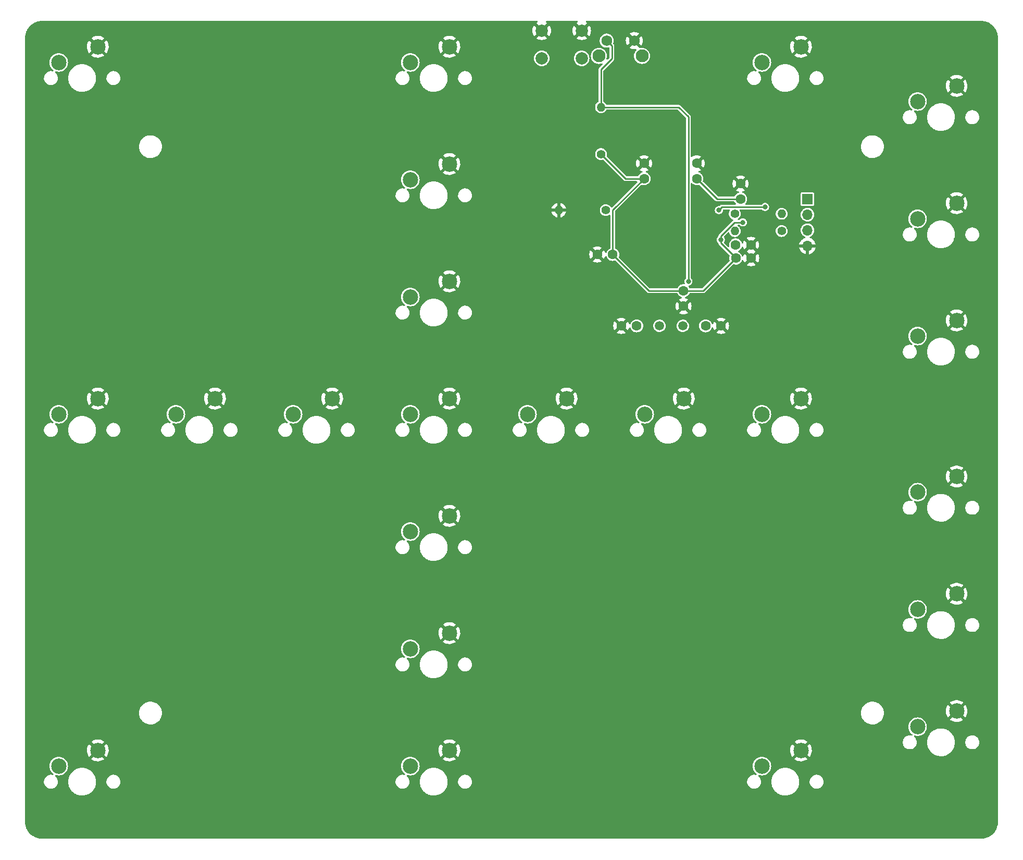
<source format=gbr>
%TF.GenerationSoftware,KiCad,Pcbnew,(6.0.4)*%
%TF.CreationDate,2022-05-22T21:26:51-03:00*%
%TF.ProjectId,G-Code_Keeb,472d436f-6465-45f4-9b65-65622e6b6963,1*%
%TF.SameCoordinates,Original*%
%TF.FileFunction,Copper,L1,Top*%
%TF.FilePolarity,Positive*%
%FSLAX46Y46*%
G04 Gerber Fmt 4.6, Leading zero omitted, Abs format (unit mm)*
G04 Created by KiCad (PCBNEW (6.0.4)) date 2022-05-22 21:26:51*
%MOMM*%
%LPD*%
G01*
G04 APERTURE LIST*
%TA.AperFunction,ComponentPad*%
%ADD10C,2.500000*%
%TD*%
%TA.AperFunction,ComponentPad*%
%ADD11C,1.600000*%
%TD*%
%TA.AperFunction,ComponentPad*%
%ADD12R,1.700000X1.700000*%
%TD*%
%TA.AperFunction,ComponentPad*%
%ADD13O,1.700000X1.700000*%
%TD*%
%TA.AperFunction,ComponentPad*%
%ADD14C,2.100000*%
%TD*%
%TA.AperFunction,ComponentPad*%
%ADD15C,1.750000*%
%TD*%
%TA.AperFunction,ComponentPad*%
%ADD16C,2.000000*%
%TD*%
%TA.AperFunction,ComponentPad*%
%ADD17C,1.400000*%
%TD*%
%TA.AperFunction,ComponentPad*%
%ADD18O,1.400000X1.400000*%
%TD*%
%TA.AperFunction,ComponentPad*%
%ADD19C,1.500000*%
%TD*%
%TA.AperFunction,ViaPad*%
%ADD20C,0.800000*%
%TD*%
%TA.AperFunction,Conductor*%
%ADD21C,0.250000*%
%TD*%
G04 APERTURE END LIST*
D10*
%TO.P,SW11,1,1*%
%TO.N,Y-10*%
X81940000Y-130360000D03*
%TO.P,SW11,2,2*%
%TO.N,GND*%
X88290000Y-127820000D03*
%TD*%
%TO.P,SW21,1,1*%
%TO.N,HOME_Y*%
X139090000Y-149410000D03*
%TO.P,SW21,2,2*%
%TO.N,GND*%
X145440000Y-146870000D03*
%TD*%
%TO.P,SW17,1,1*%
%TO.N,Z-1*%
X164390000Y-123960000D03*
%TO.P,SW17,2,2*%
%TO.N,GND*%
X170740000Y-121420000D03*
%TD*%
%TO.P,SW4,1,1*%
%TO.N,X-1*%
X62890000Y-92260000D03*
%TO.P,SW4,2,2*%
%TO.N,GND*%
X69240000Y-89720000D03*
%TD*%
%TO.P,SW14,1,1*%
%TO.N,Z+1*%
X164390000Y-60510000D03*
%TO.P,SW14,2,2*%
%TO.N,GND*%
X170740000Y-57970000D03*
%TD*%
%TO.P,SW6,1,1*%
%TO.N,X-100*%
X24790000Y-92260000D03*
%TO.P,SW6,2,2*%
%TO.N,GND*%
X31140000Y-89720000D03*
%TD*%
%TO.P,SW18,1,1*%
%TO.N,Z-10*%
X164390000Y-143010000D03*
%TO.P,SW18,2,2*%
%TO.N,GND*%
X170740000Y-140470000D03*
%TD*%
%TO.P,SW19,1,1*%
%TO.N,HOME*%
X24790000Y-149410000D03*
%TO.P,SW19,2,2*%
%TO.N,GND*%
X31140000Y-146870000D03*
%TD*%
%TO.P,SW16,1,1*%
%TO.N,Z-0.1*%
X164390000Y-104910000D03*
%TO.P,SW16,2,2*%
%TO.N,GND*%
X170740000Y-102370000D03*
%TD*%
%TO.P,SW15,1,1*%
%TO.N,Z+0.1*%
X164390000Y-79560000D03*
%TO.P,SW15,2,2*%
%TO.N,GND*%
X170740000Y-77020000D03*
%TD*%
%TO.P,SW9,1,1*%
%TO.N,Y+1*%
X81940000Y-73210000D03*
%TO.P,SW9,2,2*%
%TO.N,GND*%
X88290000Y-70670000D03*
%TD*%
%TO.P,SW13,1,1*%
%TO.N,Z+10*%
X164390000Y-41460000D03*
%TO.P,SW13,2,2*%
%TO.N,GND*%
X170740000Y-38920000D03*
%TD*%
%TO.P,SW2,1,1*%
%TO.N,X+10*%
X120040000Y-92260000D03*
%TO.P,SW2,2,2*%
%TO.N,GND*%
X126390000Y-89720000D03*
%TD*%
%TO.P,SW8,1,1*%
%TO.N,Y+10*%
X81940000Y-54160000D03*
%TO.P,SW8,2,2*%
%TO.N,GND*%
X88290000Y-51620000D03*
%TD*%
%TO.P,SW5,1,1*%
%TO.N,X-10*%
X43840000Y-92260000D03*
%TO.P,SW5,2,2*%
%TO.N,GND*%
X50190000Y-89720000D03*
%TD*%
%TO.P,SW1,1,1*%
%TO.N,X+100*%
X139090000Y-92260000D03*
%TO.P,SW1,2,2*%
%TO.N,GND*%
X145440000Y-89720000D03*
%TD*%
%TO.P,SW7,1,1*%
%TO.N,Y+100*%
X81940000Y-35110000D03*
%TO.P,SW7,2,2*%
%TO.N,GND*%
X88290000Y-32570000D03*
%TD*%
%TO.P,SW12,1,1*%
%TO.N,Y-100*%
X81940000Y-149410000D03*
%TO.P,SW12,2,2*%
%TO.N,GND*%
X88290000Y-146870000D03*
%TD*%
%TO.P,SW23,1,1*%
%TO.N,HOME_Z*%
X139090000Y-35110000D03*
%TO.P,SW23,2,2*%
%TO.N,GND*%
X145440000Y-32570000D03*
%TD*%
%TO.P,SW20,1,1*%
%TO.N,HOME_X*%
X24790000Y-35110000D03*
%TO.P,SW20,2,2*%
%TO.N,GND*%
X31140000Y-32570000D03*
%TD*%
%TO.P,SW3,1,1*%
%TO.N,X+1*%
X100990000Y-92260000D03*
%TO.P,SW3,2,2*%
%TO.N,GND*%
X107340000Y-89720000D03*
%TD*%
%TO.P,SW10,1,1*%
%TO.N,Y-1*%
X81940000Y-111310000D03*
%TO.P,SW10,2,2*%
%TO.N,GND*%
X88290000Y-108770000D03*
%TD*%
%TO.P,SW22,1,1*%
%TO.N,HOME_XY*%
X81940000Y-92260000D03*
%TO.P,SW22,2,2*%
%TO.N,GND*%
X88290000Y-89720000D03*
%TD*%
D11*
%TO.P,C1,1*%
%TO.N,GND*%
X132439524Y-77900000D03*
%TO.P,C1,2*%
%TO.N,XTAL2*%
X129939524Y-77900000D03*
%TD*%
D12*
%TO.P,J1,1,Pin_1*%
%TO.N,VCC*%
X146489524Y-57300000D03*
D13*
%TO.P,J1,2,Pin_2*%
%TO.N,/D_N*%
X146489524Y-59840000D03*
%TO.P,J1,3,Pin_3*%
%TO.N,/D_P*%
X146489524Y-62380000D03*
%TO.P,J1,4,Pin_4*%
%TO.N,GND*%
X146489524Y-64920000D03*
%TD*%
D11*
%TO.P,C7,1*%
%TO.N,GND*%
X112339524Y-66300000D03*
%TO.P,C7,2*%
%TO.N,VCC*%
X114839524Y-66300000D03*
%TD*%
D14*
%TO.P,SW24,*%
%TO.N,*%
X119600000Y-34052500D03*
X112590000Y-34052500D03*
D15*
%TO.P,SW24,1,1*%
%TO.N,GND*%
X118350000Y-31562500D03*
%TO.P,SW24,2,2*%
%TO.N,/~{RESET}*%
X113850000Y-31562500D03*
%TD*%
D16*
%TO.P,SW25,1,1*%
%TO.N,GND*%
X103300000Y-29950000D03*
X109800000Y-29950000D03*
%TO.P,SW25,2,2*%
%TO.N,/~{RESET}*%
X103300000Y-34450000D03*
X109800000Y-34450000D03*
%TD*%
D17*
%TO.P,R3,1*%
%TO.N,VCC*%
X112939524Y-50000000D03*
D18*
%TO.P,R3,2*%
%TO.N,/~{RESET}*%
X112939524Y-42380000D03*
%TD*%
D11*
%TO.P,C9,1*%
%TO.N,GND*%
X128500000Y-51500000D03*
%TO.P,C9,2*%
%TO.N,VCC*%
X128500000Y-54000000D03*
%TD*%
D19*
%TO.P,Y1,1,1*%
%TO.N,XTAL2*%
X126239524Y-77900000D03*
%TO.P,Y1,2,2*%
%TO.N,XTAL1*%
X122439524Y-77900000D03*
%TD*%
D17*
%TO.P,R2,1*%
%TO.N,/D-*%
X134669524Y-59700000D03*
D18*
%TO.P,R2,2*%
%TO.N,/D_N*%
X142289524Y-59700000D03*
%TD*%
D11*
%TO.P,C8,1*%
%TO.N,GND*%
X119939524Y-51500000D03*
%TO.P,C8,2*%
%TO.N,VCC*%
X119939524Y-54000000D03*
%TD*%
%TO.P,C6,1*%
%TO.N,GND*%
X126339524Y-74700000D03*
%TO.P,C6,2*%
%TO.N,VCC*%
X126339524Y-72200000D03*
%TD*%
%TO.P,C5,1*%
%TO.N,GND*%
X137339524Y-66900000D03*
%TO.P,C5,2*%
%TO.N,VCC*%
X134839524Y-66900000D03*
%TD*%
%TO.P,C4,1*%
%TO.N,GND*%
X135620646Y-54800000D03*
%TO.P,C4,2*%
%TO.N,VCC*%
X135620646Y-57300000D03*
%TD*%
D17*
%TO.P,R1,1*%
%TO.N,/D_P*%
X142289524Y-62500000D03*
D18*
%TO.P,R1,2*%
%TO.N,/D+*%
X134669524Y-62500000D03*
%TD*%
D17*
%TO.P,R4,1*%
%TO.N,Net-(R4-Pad1)*%
X113700000Y-59100000D03*
D18*
%TO.P,R4,2*%
%TO.N,GND*%
X106080000Y-59100000D03*
%TD*%
D11*
%TO.P,C2,1*%
%TO.N,XTAL1*%
X118739524Y-77900000D03*
%TO.P,C2,2*%
%TO.N,GND*%
X116239524Y-77900000D03*
%TD*%
%TO.P,C3,1*%
%TO.N,GND*%
X137319524Y-64750000D03*
%TO.P,C3,2*%
%TO.N,Net-(C3-Pad2)*%
X134819524Y-64750000D03*
%TD*%
D20*
%TO.N,GND*%
X130600000Y-69800000D03*
X163100000Y-53540000D03*
X137745000Y-88730000D03*
X155715000Y-98300000D03*
X57175000Y-94800000D03*
X161740000Y-42540000D03*
X98430000Y-74660000D03*
X96575000Y-95000000D03*
X114325000Y-94800000D03*
X76225000Y-94800000D03*
%TO.N,Z-0.1*%
X132100000Y-59100000D03*
X139600000Y-58600000D03*
%TO.N,VCC*%
X132400000Y-63900000D03*
X136000000Y-61100000D03*
%TO.N,/~{RESET}*%
X127139524Y-70700000D03*
%TD*%
D21*
%TO.N,Z-0.1*%
X139600000Y-58600000D02*
X132600000Y-58600000D01*
X132600000Y-58600000D02*
X132100000Y-59100000D01*
%TO.N,VCC*%
X116939524Y-54000000D02*
X112939524Y-50000000D01*
X132400000Y-63320646D02*
X132400000Y-63900000D01*
X135620646Y-57300000D02*
X131800000Y-57300000D01*
X126339524Y-72200000D02*
X129539524Y-72200000D01*
X120739524Y-72200000D02*
X114839524Y-66300000D01*
X114839524Y-66300000D02*
X114839524Y-59100000D01*
X131800000Y-57300000D02*
X128500000Y-54000000D01*
X136000000Y-61100000D02*
X134620646Y-61100000D01*
X114839524Y-59100000D02*
X119939524Y-54000000D01*
X129539524Y-72200000D02*
X134839524Y-66900000D01*
X132400000Y-64460476D02*
X134839524Y-66900000D01*
X126339524Y-72200000D02*
X120739524Y-72200000D01*
X119939524Y-54000000D02*
X116939524Y-54000000D01*
X132400000Y-63900000D02*
X132400000Y-64460476D01*
X134620646Y-61100000D02*
X132400000Y-63320646D01*
%TO.N,/~{RESET}*%
X113850000Y-31562500D02*
X114724999Y-32437499D01*
X114724999Y-32437499D02*
X114724999Y-34464525D01*
X112939524Y-36250000D02*
X112939524Y-42380000D01*
X114724999Y-34464525D02*
X112939524Y-36250000D01*
X125569524Y-42380000D02*
X127139524Y-43950000D01*
X112939524Y-42380000D02*
X125569524Y-42380000D01*
X127139524Y-70700000D02*
X127139524Y-43950000D01*
%TD*%
%TA.AperFunction,Conductor*%
%TO.N,GND*%
G36*
X102598050Y-28399502D02*
G01*
X102644543Y-28453158D01*
X102654647Y-28523432D01*
X102625153Y-28588012D01*
X102595764Y-28612932D01*
X102441555Y-28707432D01*
X102432093Y-28717890D01*
X102435876Y-28726666D01*
X103287188Y-29577978D01*
X103301132Y-29585592D01*
X103302965Y-29585461D01*
X103309580Y-29581210D01*
X104161080Y-28729710D01*
X104167840Y-28717330D01*
X104162113Y-28709680D01*
X104004236Y-28612932D01*
X103956605Y-28560285D01*
X103944998Y-28490243D01*
X103973101Y-28425046D01*
X104031992Y-28385392D01*
X104070071Y-28379500D01*
X109029929Y-28379500D01*
X109098050Y-28399502D01*
X109144543Y-28453158D01*
X109154647Y-28523432D01*
X109125153Y-28588012D01*
X109095764Y-28612932D01*
X108941555Y-28707432D01*
X108932093Y-28717890D01*
X108935876Y-28726666D01*
X109787188Y-29577978D01*
X109801132Y-29585592D01*
X109802965Y-29585461D01*
X109809580Y-29581210D01*
X110661080Y-28729710D01*
X110667840Y-28717330D01*
X110662113Y-28709680D01*
X110504236Y-28612932D01*
X110456605Y-28560285D01*
X110444998Y-28490243D01*
X110473101Y-28425046D01*
X110531992Y-28385392D01*
X110570071Y-28379500D01*
X174687524Y-28379500D01*
X174712103Y-28381921D01*
X174725000Y-28384486D01*
X174737172Y-28382065D01*
X174749579Y-28382065D01*
X174749579Y-28382262D01*
X174760506Y-28381494D01*
X175025337Y-28396366D01*
X175039369Y-28397947D01*
X175184165Y-28422549D01*
X175328955Y-28447150D01*
X175342730Y-28450294D01*
X175430913Y-28475699D01*
X175624992Y-28531612D01*
X175638311Y-28536273D01*
X175909695Y-28648684D01*
X175922418Y-28654811D01*
X176179506Y-28796899D01*
X176191454Y-28804406D01*
X176388653Y-28944326D01*
X176431027Y-28974392D01*
X176442062Y-28983192D01*
X176661086Y-29178923D01*
X176671076Y-29188913D01*
X176866808Y-29407938D01*
X176875606Y-29418971D01*
X177045594Y-29658546D01*
X177053101Y-29670494D01*
X177124378Y-29799459D01*
X177195187Y-29927578D01*
X177201316Y-29940305D01*
X177313727Y-30211689D01*
X177318388Y-30225008D01*
X177345406Y-30318790D01*
X177399706Y-30507270D01*
X177402850Y-30521045D01*
X177421730Y-30632163D01*
X177450838Y-30803479D01*
X177452052Y-30810626D01*
X177453634Y-30824663D01*
X177468440Y-31088308D01*
X177468506Y-31089491D01*
X177467738Y-31100421D01*
X177467935Y-31100421D01*
X177467935Y-31112828D01*
X177465514Y-31125000D01*
X177467935Y-31137170D01*
X177468079Y-31137894D01*
X177470500Y-31162476D01*
X177470500Y-158437524D01*
X177468079Y-158462103D01*
X177465514Y-158475000D01*
X177467935Y-158487172D01*
X177467935Y-158499579D01*
X177467738Y-158499579D01*
X177468506Y-158510509D01*
X177453634Y-158775333D01*
X177452053Y-158789369D01*
X177427451Y-158934165D01*
X177402850Y-159078955D01*
X177399706Y-159092730D01*
X177318388Y-159374992D01*
X177313727Y-159388311D01*
X177201318Y-159659691D01*
X177195189Y-159672418D01*
X177053101Y-159929506D01*
X177045594Y-159941454D01*
X176929919Y-160104483D01*
X176875608Y-160181027D01*
X176866808Y-160192062D01*
X176689409Y-160390572D01*
X176671077Y-160411086D01*
X176661087Y-160421076D01*
X176442062Y-160616808D01*
X176431029Y-160625606D01*
X176191454Y-160795594D01*
X176179506Y-160803101D01*
X175922418Y-160945189D01*
X175909695Y-160951316D01*
X175638311Y-161063727D01*
X175624992Y-161068388D01*
X175475142Y-161111559D01*
X175342730Y-161149706D01*
X175328955Y-161152850D01*
X175184165Y-161177451D01*
X175039369Y-161202053D01*
X175025337Y-161203634D01*
X174760506Y-161218506D01*
X174749579Y-161217738D01*
X174749579Y-161217935D01*
X174737172Y-161217935D01*
X174725000Y-161215514D01*
X174712103Y-161218079D01*
X174687524Y-161220500D01*
X22112476Y-161220500D01*
X22087897Y-161218079D01*
X22075000Y-161215514D01*
X22062828Y-161217935D01*
X22050421Y-161217935D01*
X22050421Y-161217738D01*
X22039494Y-161218506D01*
X21774663Y-161203634D01*
X21760631Y-161202053D01*
X21615835Y-161177451D01*
X21471045Y-161152850D01*
X21457270Y-161149706D01*
X21324858Y-161111559D01*
X21175008Y-161068388D01*
X21161689Y-161063727D01*
X20890305Y-160951316D01*
X20877582Y-160945189D01*
X20620494Y-160803101D01*
X20608546Y-160795594D01*
X20368971Y-160625606D01*
X20357938Y-160616808D01*
X20138913Y-160421076D01*
X20128923Y-160411086D01*
X20110591Y-160390572D01*
X19933192Y-160192062D01*
X19924392Y-160181027D01*
X19870081Y-160104483D01*
X19754406Y-159941454D01*
X19746899Y-159929506D01*
X19604811Y-159672418D01*
X19598682Y-159659691D01*
X19486273Y-159388311D01*
X19481612Y-159374992D01*
X19400294Y-159092730D01*
X19397150Y-159078955D01*
X19372549Y-158934165D01*
X19347947Y-158789369D01*
X19346366Y-158775333D01*
X19331494Y-158510509D01*
X19332262Y-158499579D01*
X19332065Y-158499579D01*
X19332065Y-158487172D01*
X19334486Y-158475000D01*
X19331921Y-158462103D01*
X19329500Y-158437524D01*
X19329500Y-151894573D01*
X22386717Y-151894573D01*
X22396682Y-152109872D01*
X22447179Y-152319402D01*
X22449661Y-152324860D01*
X22449662Y-152324864D01*
X22496340Y-152427526D01*
X22536386Y-152515603D01*
X22661085Y-152691396D01*
X22816775Y-152840437D01*
X22997840Y-152957349D01*
X23197745Y-153037913D01*
X23252270Y-153048561D01*
X23404833Y-153078355D01*
X23404836Y-153078355D01*
X23409279Y-153079223D01*
X23414943Y-153079500D01*
X23573854Y-153079500D01*
X23734555Y-153064168D01*
X23941368Y-153003495D01*
X24037282Y-152954096D01*
X24127646Y-152907556D01*
X24127649Y-152907554D01*
X24132977Y-152904810D01*
X24284770Y-152785576D01*
X24297752Y-152775379D01*
X24297757Y-152775375D01*
X24302469Y-152771673D01*
X24443726Y-152608888D01*
X24551654Y-152422328D01*
X24585500Y-152324864D01*
X24620388Y-152224396D01*
X24622357Y-152218726D01*
X24653283Y-152005427D01*
X24652908Y-151997320D01*
X26340950Y-151997320D01*
X26341313Y-152001468D01*
X26341313Y-152001472D01*
X26358846Y-152201869D01*
X26367053Y-152295679D01*
X26367963Y-152299751D01*
X26367964Y-152299756D01*
X26417304Y-152520490D01*
X26432386Y-152587964D01*
X26433830Y-152591887D01*
X26433830Y-152591889D01*
X26441752Y-152613419D01*
X26535802Y-152869040D01*
X26537749Y-152872733D01*
X26537750Y-152872735D01*
X26554661Y-152904810D01*
X26675484Y-153133970D01*
X26677904Y-153137375D01*
X26846553Y-153374689D01*
X26846558Y-153374695D01*
X26848977Y-153378099D01*
X26851821Y-153381148D01*
X26851826Y-153381155D01*
X27050384Y-153594082D01*
X27053234Y-153597138D01*
X27284666Y-153787239D01*
X27288223Y-153789445D01*
X27288228Y-153789448D01*
X27433686Y-153879635D01*
X27539207Y-153945061D01*
X27812385Y-154067832D01*
X27987023Y-154119894D01*
X28095402Y-154152203D01*
X28095404Y-154152203D01*
X28099401Y-154153395D01*
X28103521Y-154154048D01*
X28103523Y-154154048D01*
X28222200Y-154172844D01*
X28395212Y-154200247D01*
X28437480Y-154202166D01*
X28487455Y-154204436D01*
X28487474Y-154204436D01*
X28488874Y-154204500D01*
X28675971Y-154204500D01*
X28898839Y-154189697D01*
X29192429Y-154130499D01*
X29475609Y-154032992D01*
X29479342Y-154031123D01*
X29479346Y-154031121D01*
X29739663Y-153900764D01*
X29739665Y-153900763D01*
X29743407Y-153898889D01*
X29991115Y-153730547D01*
X30214384Y-153530922D01*
X30409289Y-153303521D01*
X30554956Y-153079215D01*
X30570129Y-153055851D01*
X30570132Y-153055846D01*
X30572408Y-153052341D01*
X30580325Y-153035669D01*
X30661307Y-152865120D01*
X30700873Y-152781794D01*
X30731466Y-152686510D01*
X30791148Y-152500621D01*
X30791148Y-152500620D01*
X30792428Y-152496634D01*
X30842431Y-152218726D01*
X30844725Y-152205978D01*
X30844726Y-152205973D01*
X30845464Y-152201869D01*
X30854385Y-152005427D01*
X30858861Y-151906850D01*
X30858861Y-151906845D01*
X30859050Y-151902680D01*
X30858341Y-151894573D01*
X32546717Y-151894573D01*
X32556682Y-152109872D01*
X32607179Y-152319402D01*
X32609661Y-152324860D01*
X32609662Y-152324864D01*
X32656340Y-152427526D01*
X32696386Y-152515603D01*
X32821085Y-152691396D01*
X32976775Y-152840437D01*
X33157840Y-152957349D01*
X33357745Y-153037913D01*
X33412270Y-153048561D01*
X33564833Y-153078355D01*
X33564836Y-153078355D01*
X33569279Y-153079223D01*
X33574943Y-153079500D01*
X33733854Y-153079500D01*
X33894555Y-153064168D01*
X34101368Y-153003495D01*
X34197282Y-152954096D01*
X34287646Y-152907556D01*
X34287649Y-152907554D01*
X34292977Y-152904810D01*
X34444770Y-152785576D01*
X34457752Y-152775379D01*
X34457757Y-152775375D01*
X34462469Y-152771673D01*
X34603726Y-152608888D01*
X34711654Y-152422328D01*
X34745500Y-152324864D01*
X34780388Y-152224396D01*
X34782357Y-152218726D01*
X34813283Y-152005427D01*
X34808152Y-151894573D01*
X79536717Y-151894573D01*
X79546682Y-152109872D01*
X79597179Y-152319402D01*
X79599661Y-152324860D01*
X79599662Y-152324864D01*
X79646340Y-152427526D01*
X79686386Y-152515603D01*
X79811085Y-152691396D01*
X79966775Y-152840437D01*
X80147840Y-152957349D01*
X80347745Y-153037913D01*
X80402270Y-153048561D01*
X80554833Y-153078355D01*
X80554836Y-153078355D01*
X80559279Y-153079223D01*
X80564943Y-153079500D01*
X80723854Y-153079500D01*
X80884555Y-153064168D01*
X81091368Y-153003495D01*
X81187282Y-152954096D01*
X81277646Y-152907556D01*
X81277649Y-152907554D01*
X81282977Y-152904810D01*
X81434770Y-152785576D01*
X81447752Y-152775379D01*
X81447757Y-152775375D01*
X81452469Y-152771673D01*
X81593726Y-152608888D01*
X81701654Y-152422328D01*
X81735500Y-152324864D01*
X81770388Y-152224396D01*
X81772357Y-152218726D01*
X81803283Y-152005427D01*
X81802908Y-151997320D01*
X83490950Y-151997320D01*
X83491313Y-152001468D01*
X83491313Y-152001472D01*
X83508846Y-152201869D01*
X83517053Y-152295679D01*
X83517963Y-152299751D01*
X83517964Y-152299756D01*
X83567304Y-152520490D01*
X83582386Y-152587964D01*
X83583830Y-152591887D01*
X83583830Y-152591889D01*
X83591752Y-152613419D01*
X83685802Y-152869040D01*
X83687749Y-152872733D01*
X83687750Y-152872735D01*
X83704661Y-152904810D01*
X83825484Y-153133970D01*
X83827904Y-153137375D01*
X83996553Y-153374689D01*
X83996558Y-153374695D01*
X83998977Y-153378099D01*
X84001821Y-153381148D01*
X84001826Y-153381155D01*
X84200384Y-153594082D01*
X84203234Y-153597138D01*
X84434666Y-153787239D01*
X84438223Y-153789445D01*
X84438228Y-153789448D01*
X84583686Y-153879635D01*
X84689207Y-153945061D01*
X84962385Y-154067832D01*
X85137023Y-154119894D01*
X85245402Y-154152203D01*
X85245404Y-154152203D01*
X85249401Y-154153395D01*
X85253521Y-154154048D01*
X85253523Y-154154048D01*
X85372200Y-154172844D01*
X85545212Y-154200247D01*
X85587480Y-154202166D01*
X85637455Y-154204436D01*
X85637474Y-154204436D01*
X85638874Y-154204500D01*
X85825971Y-154204500D01*
X86048839Y-154189697D01*
X86342429Y-154130499D01*
X86625609Y-154032992D01*
X86629342Y-154031123D01*
X86629346Y-154031121D01*
X86889663Y-153900764D01*
X86889665Y-153900763D01*
X86893407Y-153898889D01*
X87141115Y-153730547D01*
X87364384Y-153530922D01*
X87559289Y-153303521D01*
X87704956Y-153079215D01*
X87720129Y-153055851D01*
X87720132Y-153055846D01*
X87722408Y-153052341D01*
X87730325Y-153035669D01*
X87811307Y-152865120D01*
X87850873Y-152781794D01*
X87881466Y-152686510D01*
X87941148Y-152500621D01*
X87941148Y-152500620D01*
X87942428Y-152496634D01*
X87992431Y-152218726D01*
X87994725Y-152205978D01*
X87994726Y-152205973D01*
X87995464Y-152201869D01*
X88004385Y-152005427D01*
X88008861Y-151906850D01*
X88008861Y-151906845D01*
X88009050Y-151902680D01*
X88008341Y-151894573D01*
X89696717Y-151894573D01*
X89706682Y-152109872D01*
X89757179Y-152319402D01*
X89759661Y-152324860D01*
X89759662Y-152324864D01*
X89806340Y-152427526D01*
X89846386Y-152515603D01*
X89971085Y-152691396D01*
X90126775Y-152840437D01*
X90307840Y-152957349D01*
X90507745Y-153037913D01*
X90562270Y-153048561D01*
X90714833Y-153078355D01*
X90714836Y-153078355D01*
X90719279Y-153079223D01*
X90724943Y-153079500D01*
X90883854Y-153079500D01*
X91044555Y-153064168D01*
X91251368Y-153003495D01*
X91347282Y-152954096D01*
X91437646Y-152907556D01*
X91437649Y-152907554D01*
X91442977Y-152904810D01*
X91594770Y-152785576D01*
X91607752Y-152775379D01*
X91607757Y-152775375D01*
X91612469Y-152771673D01*
X91753726Y-152608888D01*
X91861654Y-152422328D01*
X91895500Y-152324864D01*
X91930388Y-152224396D01*
X91932357Y-152218726D01*
X91963283Y-152005427D01*
X91958152Y-151894573D01*
X136686717Y-151894573D01*
X136696682Y-152109872D01*
X136747179Y-152319402D01*
X136749661Y-152324860D01*
X136749662Y-152324864D01*
X136796340Y-152427526D01*
X136836386Y-152515603D01*
X136961085Y-152691396D01*
X137116775Y-152840437D01*
X137297840Y-152957349D01*
X137497745Y-153037913D01*
X137552270Y-153048561D01*
X137704833Y-153078355D01*
X137704836Y-153078355D01*
X137709279Y-153079223D01*
X137714943Y-153079500D01*
X137873854Y-153079500D01*
X138034555Y-153064168D01*
X138241368Y-153003495D01*
X138337282Y-152954096D01*
X138427646Y-152907556D01*
X138427649Y-152907554D01*
X138432977Y-152904810D01*
X138584770Y-152785576D01*
X138597752Y-152775379D01*
X138597757Y-152775375D01*
X138602469Y-152771673D01*
X138743726Y-152608888D01*
X138851654Y-152422328D01*
X138885500Y-152324864D01*
X138920388Y-152224396D01*
X138922357Y-152218726D01*
X138953283Y-152005427D01*
X138952908Y-151997320D01*
X140640950Y-151997320D01*
X140641313Y-152001468D01*
X140641313Y-152001472D01*
X140658846Y-152201869D01*
X140667053Y-152295679D01*
X140667963Y-152299751D01*
X140667964Y-152299756D01*
X140717304Y-152520490D01*
X140732386Y-152587964D01*
X140733830Y-152591887D01*
X140733830Y-152591889D01*
X140741752Y-152613419D01*
X140835802Y-152869040D01*
X140837749Y-152872733D01*
X140837750Y-152872735D01*
X140854661Y-152904810D01*
X140975484Y-153133970D01*
X140977904Y-153137375D01*
X141146553Y-153374689D01*
X141146558Y-153374695D01*
X141148977Y-153378099D01*
X141151821Y-153381148D01*
X141151826Y-153381155D01*
X141350384Y-153594082D01*
X141353234Y-153597138D01*
X141584666Y-153787239D01*
X141588223Y-153789445D01*
X141588228Y-153789448D01*
X141733686Y-153879635D01*
X141839207Y-153945061D01*
X142112385Y-154067832D01*
X142287023Y-154119894D01*
X142395402Y-154152203D01*
X142395404Y-154152203D01*
X142399401Y-154153395D01*
X142403521Y-154154048D01*
X142403523Y-154154048D01*
X142522200Y-154172844D01*
X142695212Y-154200247D01*
X142737480Y-154202166D01*
X142787455Y-154204436D01*
X142787474Y-154204436D01*
X142788874Y-154204500D01*
X142975971Y-154204500D01*
X143198839Y-154189697D01*
X143492429Y-154130499D01*
X143775609Y-154032992D01*
X143779342Y-154031123D01*
X143779346Y-154031121D01*
X144039663Y-153900764D01*
X144039665Y-153900763D01*
X144043407Y-153898889D01*
X144291115Y-153730547D01*
X144514384Y-153530922D01*
X144709289Y-153303521D01*
X144854956Y-153079215D01*
X144870129Y-153055851D01*
X144870132Y-153055846D01*
X144872408Y-153052341D01*
X144880325Y-153035669D01*
X144961307Y-152865120D01*
X145000873Y-152781794D01*
X145031466Y-152686510D01*
X145091148Y-152500621D01*
X145091148Y-152500620D01*
X145092428Y-152496634D01*
X145142431Y-152218726D01*
X145144725Y-152205978D01*
X145144726Y-152205973D01*
X145145464Y-152201869D01*
X145154385Y-152005427D01*
X145158861Y-151906850D01*
X145158861Y-151906845D01*
X145159050Y-151902680D01*
X145158341Y-151894573D01*
X146846717Y-151894573D01*
X146856682Y-152109872D01*
X146907179Y-152319402D01*
X146909661Y-152324860D01*
X146909662Y-152324864D01*
X146956340Y-152427526D01*
X146996386Y-152515603D01*
X147121085Y-152691396D01*
X147276775Y-152840437D01*
X147457840Y-152957349D01*
X147657745Y-153037913D01*
X147712270Y-153048561D01*
X147864833Y-153078355D01*
X147864836Y-153078355D01*
X147869279Y-153079223D01*
X147874943Y-153079500D01*
X148033854Y-153079500D01*
X148194555Y-153064168D01*
X148401368Y-153003495D01*
X148497282Y-152954096D01*
X148587646Y-152907556D01*
X148587649Y-152907554D01*
X148592977Y-152904810D01*
X148744770Y-152785576D01*
X148757752Y-152775379D01*
X148757757Y-152775375D01*
X148762469Y-152771673D01*
X148903726Y-152608888D01*
X149011654Y-152422328D01*
X149045500Y-152324864D01*
X149080388Y-152224396D01*
X149082357Y-152218726D01*
X149113283Y-152005427D01*
X149103318Y-151790128D01*
X149052821Y-151580598D01*
X149006024Y-151477672D01*
X148974111Y-151407485D01*
X148963614Y-151384397D01*
X148838915Y-151208604D01*
X148683225Y-151059563D01*
X148502160Y-150942651D01*
X148302255Y-150862087D01*
X148196678Y-150841469D01*
X148095167Y-150821645D01*
X148095164Y-150821645D01*
X148090721Y-150820777D01*
X148085057Y-150820500D01*
X147926146Y-150820500D01*
X147765445Y-150835832D01*
X147759685Y-150837522D01*
X147759684Y-150837522D01*
X147702545Y-150854285D01*
X147558632Y-150896505D01*
X147514660Y-150919152D01*
X147372354Y-150992444D01*
X147372351Y-150992446D01*
X147367023Y-150995190D01*
X147316495Y-151034880D01*
X147202248Y-151124621D01*
X147202243Y-151124625D01*
X147197531Y-151128327D01*
X147056274Y-151291112D01*
X146948346Y-151477672D01*
X146946377Y-151483341D01*
X146946376Y-151483344D01*
X146904366Y-151604321D01*
X146877643Y-151681274D01*
X146846717Y-151894573D01*
X145158341Y-151894573D01*
X145141520Y-151702305D01*
X145133311Y-151608482D01*
X145132947Y-151604321D01*
X145127645Y-151580598D01*
X145068526Y-151316115D01*
X145068525Y-151316112D01*
X145067614Y-151312036D01*
X145059916Y-151291112D01*
X145000022Y-151128327D01*
X144964198Y-151030960D01*
X144947292Y-150998894D01*
X144865306Y-150843395D01*
X144824516Y-150766030D01*
X144726219Y-150627712D01*
X144653447Y-150525311D01*
X144653442Y-150525305D01*
X144651023Y-150521901D01*
X144648179Y-150518852D01*
X144648174Y-150518845D01*
X144449616Y-150305918D01*
X144449614Y-150305916D01*
X144446766Y-150302862D01*
X144215334Y-150112761D01*
X144211777Y-150110555D01*
X144211772Y-150110552D01*
X144032237Y-149999236D01*
X143960793Y-149954939D01*
X143687615Y-149832168D01*
X143512977Y-149780106D01*
X143404598Y-149747797D01*
X143404596Y-149747797D01*
X143400599Y-149746605D01*
X143396479Y-149745952D01*
X143396477Y-149745952D01*
X143176619Y-149711130D01*
X143104788Y-149699753D01*
X143062520Y-149697834D01*
X143012545Y-149695564D01*
X143012526Y-149695564D01*
X143011126Y-149695500D01*
X142824029Y-149695500D01*
X142601161Y-149710303D01*
X142307571Y-149769501D01*
X142024391Y-149867008D01*
X142020658Y-149868877D01*
X142020654Y-149868879D01*
X141844389Y-149957146D01*
X141756593Y-150001111D01*
X141508885Y-150169453D01*
X141285616Y-150369078D01*
X141090711Y-150596479D01*
X141068338Y-150630930D01*
X140935273Y-150835832D01*
X140927592Y-150847659D01*
X140925798Y-150851437D01*
X140925797Y-150851439D01*
X140902467Y-150900572D01*
X140799127Y-151118206D01*
X140797848Y-151122189D01*
X140797847Y-151122192D01*
X140743613Y-151291112D01*
X140707572Y-151403366D01*
X140706831Y-151407485D01*
X140656501Y-151687212D01*
X140654536Y-151698131D01*
X140654347Y-151702298D01*
X140654346Y-151702305D01*
X140645058Y-151906850D01*
X140640950Y-151997320D01*
X138952908Y-151997320D01*
X138943318Y-151790128D01*
X138892821Y-151580598D01*
X138846024Y-151477672D01*
X138814111Y-151407485D01*
X138803614Y-151384397D01*
X138678915Y-151208604D01*
X138674592Y-151204466D01*
X138674588Y-151204461D01*
X138527595Y-151063746D01*
X138492219Y-151002190D01*
X138495738Y-150931281D01*
X138537035Y-150873531D01*
X138602998Y-150847275D01*
X138644139Y-150850209D01*
X138688825Y-150860937D01*
X138849104Y-150899417D01*
X138849110Y-150899418D01*
X138853917Y-150900572D01*
X139090000Y-150919152D01*
X139326083Y-150900572D01*
X139330890Y-150899418D01*
X139330896Y-150899417D01*
X139491175Y-150860937D01*
X139556354Y-150845289D01*
X139560925Y-150843396D01*
X139560927Y-150843395D01*
X139770567Y-150756559D01*
X139770571Y-150756557D01*
X139775141Y-150754664D01*
X139977057Y-150630930D01*
X140157132Y-150477132D01*
X140310930Y-150297057D01*
X140434664Y-150095141D01*
X140472638Y-150003466D01*
X140523395Y-149880927D01*
X140523396Y-149880925D01*
X140525289Y-149876354D01*
X140565221Y-149710026D01*
X140579417Y-149650896D01*
X140579418Y-149650890D01*
X140580572Y-149646083D01*
X140599152Y-149410000D01*
X140580572Y-149173917D01*
X140525289Y-148943646D01*
X140434664Y-148724859D01*
X140310930Y-148522943D01*
X140157132Y-148342868D01*
X140082508Y-148279133D01*
X144395612Y-148279133D01*
X144404325Y-148290653D01*
X144502018Y-148362284D01*
X144509928Y-148367227D01*
X144732890Y-148484533D01*
X144741453Y-148488256D01*
X144979304Y-148571318D01*
X144988313Y-148573732D01*
X145235842Y-148620727D01*
X145245098Y-148621781D01*
X145496857Y-148631673D01*
X145506171Y-148631347D01*
X145756615Y-148603920D01*
X145765792Y-148602219D01*
X146009431Y-148538074D01*
X146018251Y-148535037D01*
X146249736Y-148435583D01*
X146258008Y-148431276D01*
X146472249Y-148298700D01*
X146479188Y-148293658D01*
X146487518Y-148281019D01*
X146481456Y-148270666D01*
X145452812Y-147242022D01*
X145438868Y-147234408D01*
X145437035Y-147234539D01*
X145430420Y-147238790D01*
X144402270Y-148266940D01*
X144395612Y-148279133D01*
X140082508Y-148279133D01*
X139977057Y-148189070D01*
X139775141Y-148065336D01*
X139770571Y-148063443D01*
X139770567Y-148063441D01*
X139560927Y-147976605D01*
X139560925Y-147976604D01*
X139556354Y-147974711D01*
X139476501Y-147955540D01*
X139330896Y-147920583D01*
X139330890Y-147920582D01*
X139326083Y-147919428D01*
X139090000Y-147900848D01*
X138853917Y-147919428D01*
X138849110Y-147920582D01*
X138849104Y-147920583D01*
X138703499Y-147955540D01*
X138623646Y-147974711D01*
X138619075Y-147976604D01*
X138619073Y-147976605D01*
X138409433Y-148063441D01*
X138409429Y-148063443D01*
X138404859Y-148065336D01*
X138202943Y-148189070D01*
X138022868Y-148342868D01*
X137869070Y-148522943D01*
X137745336Y-148724859D01*
X137654711Y-148943646D01*
X137599428Y-149173917D01*
X137580848Y-149410000D01*
X137599428Y-149646083D01*
X137600582Y-149650890D01*
X137600583Y-149650896D01*
X137614779Y-149710026D01*
X137654711Y-149876354D01*
X137656604Y-149880925D01*
X137656605Y-149880927D01*
X137707363Y-150003466D01*
X137745336Y-150095141D01*
X137869070Y-150297057D01*
X138022868Y-150477132D01*
X138200902Y-150629187D01*
X138200903Y-150629188D01*
X138202943Y-150630930D01*
X138202577Y-150631359D01*
X138243869Y-150684911D01*
X138249943Y-150755647D01*
X138216809Y-150818438D01*
X138154988Y-150853347D01*
X138102304Y-150854285D01*
X138043207Y-150842744D01*
X137935167Y-150821645D01*
X137935164Y-150821645D01*
X137930721Y-150820777D01*
X137925057Y-150820500D01*
X137766146Y-150820500D01*
X137605445Y-150835832D01*
X137599685Y-150837522D01*
X137599684Y-150837522D01*
X137542545Y-150854285D01*
X137398632Y-150896505D01*
X137354660Y-150919152D01*
X137212354Y-150992444D01*
X137212351Y-150992446D01*
X137207023Y-150995190D01*
X137156495Y-151034880D01*
X137042248Y-151124621D01*
X137042243Y-151124625D01*
X137037531Y-151128327D01*
X136896274Y-151291112D01*
X136788346Y-151477672D01*
X136786377Y-151483341D01*
X136786376Y-151483344D01*
X136744366Y-151604321D01*
X136717643Y-151681274D01*
X136686717Y-151894573D01*
X91958152Y-151894573D01*
X91953318Y-151790128D01*
X91902821Y-151580598D01*
X91856024Y-151477672D01*
X91824111Y-151407485D01*
X91813614Y-151384397D01*
X91688915Y-151208604D01*
X91533225Y-151059563D01*
X91352160Y-150942651D01*
X91152255Y-150862087D01*
X91046678Y-150841469D01*
X90945167Y-150821645D01*
X90945164Y-150821645D01*
X90940721Y-150820777D01*
X90935057Y-150820500D01*
X90776146Y-150820500D01*
X90615445Y-150835832D01*
X90609685Y-150837522D01*
X90609684Y-150837522D01*
X90552545Y-150854285D01*
X90408632Y-150896505D01*
X90364660Y-150919152D01*
X90222354Y-150992444D01*
X90222351Y-150992446D01*
X90217023Y-150995190D01*
X90166495Y-151034880D01*
X90052248Y-151124621D01*
X90052243Y-151124625D01*
X90047531Y-151128327D01*
X89906274Y-151291112D01*
X89798346Y-151477672D01*
X89796377Y-151483341D01*
X89796376Y-151483344D01*
X89754366Y-151604321D01*
X89727643Y-151681274D01*
X89696717Y-151894573D01*
X88008341Y-151894573D01*
X87991520Y-151702305D01*
X87983311Y-151608482D01*
X87982947Y-151604321D01*
X87977645Y-151580598D01*
X87918526Y-151316115D01*
X87918525Y-151316112D01*
X87917614Y-151312036D01*
X87909916Y-151291112D01*
X87850022Y-151128327D01*
X87814198Y-151030960D01*
X87797292Y-150998894D01*
X87715306Y-150843395D01*
X87674516Y-150766030D01*
X87576219Y-150627712D01*
X87503447Y-150525311D01*
X87503442Y-150525305D01*
X87501023Y-150521901D01*
X87498179Y-150518852D01*
X87498174Y-150518845D01*
X87299616Y-150305918D01*
X87299614Y-150305916D01*
X87296766Y-150302862D01*
X87065334Y-150112761D01*
X87061777Y-150110555D01*
X87061772Y-150110552D01*
X86882237Y-149999236D01*
X86810793Y-149954939D01*
X86537615Y-149832168D01*
X86362977Y-149780106D01*
X86254598Y-149747797D01*
X86254596Y-149747797D01*
X86250599Y-149746605D01*
X86246479Y-149745952D01*
X86246477Y-149745952D01*
X86026619Y-149711130D01*
X85954788Y-149699753D01*
X85912520Y-149697834D01*
X85862545Y-149695564D01*
X85862526Y-149695564D01*
X85861126Y-149695500D01*
X85674029Y-149695500D01*
X85451161Y-149710303D01*
X85157571Y-149769501D01*
X84874391Y-149867008D01*
X84870658Y-149868877D01*
X84870654Y-149868879D01*
X84694389Y-149957146D01*
X84606593Y-150001111D01*
X84358885Y-150169453D01*
X84135616Y-150369078D01*
X83940711Y-150596479D01*
X83918338Y-150630930D01*
X83785273Y-150835832D01*
X83777592Y-150847659D01*
X83775798Y-150851437D01*
X83775797Y-150851439D01*
X83752467Y-150900572D01*
X83649127Y-151118206D01*
X83647848Y-151122189D01*
X83647847Y-151122192D01*
X83593613Y-151291112D01*
X83557572Y-151403366D01*
X83556831Y-151407485D01*
X83506501Y-151687212D01*
X83504536Y-151698131D01*
X83504347Y-151702298D01*
X83504346Y-151702305D01*
X83495058Y-151906850D01*
X83490950Y-151997320D01*
X81802908Y-151997320D01*
X81793318Y-151790128D01*
X81742821Y-151580598D01*
X81696024Y-151477672D01*
X81664111Y-151407485D01*
X81653614Y-151384397D01*
X81528915Y-151208604D01*
X81524592Y-151204466D01*
X81524588Y-151204461D01*
X81377595Y-151063746D01*
X81342219Y-151002190D01*
X81345738Y-150931281D01*
X81387035Y-150873531D01*
X81452998Y-150847275D01*
X81494139Y-150850209D01*
X81538825Y-150860937D01*
X81699104Y-150899417D01*
X81699110Y-150899418D01*
X81703917Y-150900572D01*
X81940000Y-150919152D01*
X82176083Y-150900572D01*
X82180890Y-150899418D01*
X82180896Y-150899417D01*
X82341175Y-150860937D01*
X82406354Y-150845289D01*
X82410925Y-150843396D01*
X82410927Y-150843395D01*
X82620567Y-150756559D01*
X82620571Y-150756557D01*
X82625141Y-150754664D01*
X82827057Y-150630930D01*
X83007132Y-150477132D01*
X83160930Y-150297057D01*
X83284664Y-150095141D01*
X83322638Y-150003466D01*
X83373395Y-149880927D01*
X83373396Y-149880925D01*
X83375289Y-149876354D01*
X83415221Y-149710026D01*
X83429417Y-149650896D01*
X83429418Y-149650890D01*
X83430572Y-149646083D01*
X83449152Y-149410000D01*
X83430572Y-149173917D01*
X83375289Y-148943646D01*
X83284664Y-148724859D01*
X83160930Y-148522943D01*
X83007132Y-148342868D01*
X82932508Y-148279133D01*
X87245612Y-148279133D01*
X87254325Y-148290653D01*
X87352018Y-148362284D01*
X87359928Y-148367227D01*
X87582890Y-148484533D01*
X87591453Y-148488256D01*
X87829304Y-148571318D01*
X87838313Y-148573732D01*
X88085842Y-148620727D01*
X88095098Y-148621781D01*
X88346857Y-148631673D01*
X88356171Y-148631347D01*
X88606615Y-148603920D01*
X88615792Y-148602219D01*
X88859431Y-148538074D01*
X88868251Y-148535037D01*
X89099736Y-148435583D01*
X89108008Y-148431276D01*
X89322249Y-148298700D01*
X89329188Y-148293658D01*
X89337518Y-148281019D01*
X89331456Y-148270666D01*
X88302812Y-147242022D01*
X88288868Y-147234408D01*
X88287035Y-147234539D01*
X88280420Y-147238790D01*
X87252270Y-148266940D01*
X87245612Y-148279133D01*
X82932508Y-148279133D01*
X82827057Y-148189070D01*
X82625141Y-148065336D01*
X82620571Y-148063443D01*
X82620567Y-148063441D01*
X82410927Y-147976605D01*
X82410925Y-147976604D01*
X82406354Y-147974711D01*
X82326501Y-147955540D01*
X82180896Y-147920583D01*
X82180890Y-147920582D01*
X82176083Y-147919428D01*
X81940000Y-147900848D01*
X81703917Y-147919428D01*
X81699110Y-147920582D01*
X81699104Y-147920583D01*
X81553499Y-147955540D01*
X81473646Y-147974711D01*
X81469075Y-147976604D01*
X81469073Y-147976605D01*
X81259433Y-148063441D01*
X81259429Y-148063443D01*
X81254859Y-148065336D01*
X81052943Y-148189070D01*
X80872868Y-148342868D01*
X80719070Y-148522943D01*
X80595336Y-148724859D01*
X80504711Y-148943646D01*
X80449428Y-149173917D01*
X80430848Y-149410000D01*
X80449428Y-149646083D01*
X80450582Y-149650890D01*
X80450583Y-149650896D01*
X80464779Y-149710026D01*
X80504711Y-149876354D01*
X80506604Y-149880925D01*
X80506605Y-149880927D01*
X80557363Y-150003466D01*
X80595336Y-150095141D01*
X80719070Y-150297057D01*
X80872868Y-150477132D01*
X81050902Y-150629187D01*
X81050903Y-150629188D01*
X81052943Y-150630930D01*
X81052577Y-150631359D01*
X81093869Y-150684911D01*
X81099943Y-150755647D01*
X81066809Y-150818438D01*
X81004988Y-150853347D01*
X80952304Y-150854285D01*
X80893207Y-150842744D01*
X80785167Y-150821645D01*
X80785164Y-150821645D01*
X80780721Y-150820777D01*
X80775057Y-150820500D01*
X80616146Y-150820500D01*
X80455445Y-150835832D01*
X80449685Y-150837522D01*
X80449684Y-150837522D01*
X80392545Y-150854285D01*
X80248632Y-150896505D01*
X80204660Y-150919152D01*
X80062354Y-150992444D01*
X80062351Y-150992446D01*
X80057023Y-150995190D01*
X80006495Y-151034880D01*
X79892248Y-151124621D01*
X79892243Y-151124625D01*
X79887531Y-151128327D01*
X79746274Y-151291112D01*
X79638346Y-151477672D01*
X79636377Y-151483341D01*
X79636376Y-151483344D01*
X79594366Y-151604321D01*
X79567643Y-151681274D01*
X79536717Y-151894573D01*
X34808152Y-151894573D01*
X34803318Y-151790128D01*
X34752821Y-151580598D01*
X34706024Y-151477672D01*
X34674111Y-151407485D01*
X34663614Y-151384397D01*
X34538915Y-151208604D01*
X34383225Y-151059563D01*
X34202160Y-150942651D01*
X34002255Y-150862087D01*
X33896678Y-150841469D01*
X33795167Y-150821645D01*
X33795164Y-150821645D01*
X33790721Y-150820777D01*
X33785057Y-150820500D01*
X33626146Y-150820500D01*
X33465445Y-150835832D01*
X33459685Y-150837522D01*
X33459684Y-150837522D01*
X33402545Y-150854285D01*
X33258632Y-150896505D01*
X33214660Y-150919152D01*
X33072354Y-150992444D01*
X33072351Y-150992446D01*
X33067023Y-150995190D01*
X33016495Y-151034880D01*
X32902248Y-151124621D01*
X32902243Y-151124625D01*
X32897531Y-151128327D01*
X32756274Y-151291112D01*
X32648346Y-151477672D01*
X32646377Y-151483341D01*
X32646376Y-151483344D01*
X32604366Y-151604321D01*
X32577643Y-151681274D01*
X32546717Y-151894573D01*
X30858341Y-151894573D01*
X30841520Y-151702305D01*
X30833311Y-151608482D01*
X30832947Y-151604321D01*
X30827645Y-151580598D01*
X30768526Y-151316115D01*
X30768525Y-151316112D01*
X30767614Y-151312036D01*
X30759916Y-151291112D01*
X30700022Y-151128327D01*
X30664198Y-151030960D01*
X30647292Y-150998894D01*
X30565306Y-150843395D01*
X30524516Y-150766030D01*
X30426219Y-150627712D01*
X30353447Y-150525311D01*
X30353442Y-150525305D01*
X30351023Y-150521901D01*
X30348179Y-150518852D01*
X30348174Y-150518845D01*
X30149616Y-150305918D01*
X30149614Y-150305916D01*
X30146766Y-150302862D01*
X29915334Y-150112761D01*
X29911777Y-150110555D01*
X29911772Y-150110552D01*
X29732237Y-149999236D01*
X29660793Y-149954939D01*
X29387615Y-149832168D01*
X29212977Y-149780106D01*
X29104598Y-149747797D01*
X29104596Y-149747797D01*
X29100599Y-149746605D01*
X29096479Y-149745952D01*
X29096477Y-149745952D01*
X28876619Y-149711130D01*
X28804788Y-149699753D01*
X28762520Y-149697834D01*
X28712545Y-149695564D01*
X28712526Y-149695564D01*
X28711126Y-149695500D01*
X28524029Y-149695500D01*
X28301161Y-149710303D01*
X28007571Y-149769501D01*
X27724391Y-149867008D01*
X27720658Y-149868877D01*
X27720654Y-149868879D01*
X27544389Y-149957146D01*
X27456593Y-150001111D01*
X27208885Y-150169453D01*
X26985616Y-150369078D01*
X26790711Y-150596479D01*
X26768338Y-150630930D01*
X26635273Y-150835832D01*
X26627592Y-150847659D01*
X26625798Y-150851437D01*
X26625797Y-150851439D01*
X26602467Y-150900572D01*
X26499127Y-151118206D01*
X26497848Y-151122189D01*
X26497847Y-151122192D01*
X26443613Y-151291112D01*
X26407572Y-151403366D01*
X26406831Y-151407485D01*
X26356501Y-151687212D01*
X26354536Y-151698131D01*
X26354347Y-151702298D01*
X26354346Y-151702305D01*
X26345058Y-151906850D01*
X26340950Y-151997320D01*
X24652908Y-151997320D01*
X24643318Y-151790128D01*
X24592821Y-151580598D01*
X24546024Y-151477672D01*
X24514111Y-151407485D01*
X24503614Y-151384397D01*
X24378915Y-151208604D01*
X24374592Y-151204466D01*
X24374588Y-151204461D01*
X24227595Y-151063746D01*
X24192219Y-151002190D01*
X24195738Y-150931281D01*
X24237035Y-150873531D01*
X24302998Y-150847275D01*
X24344139Y-150850209D01*
X24388825Y-150860937D01*
X24549104Y-150899417D01*
X24549110Y-150899418D01*
X24553917Y-150900572D01*
X24790000Y-150919152D01*
X25026083Y-150900572D01*
X25030890Y-150899418D01*
X25030896Y-150899417D01*
X25191175Y-150860937D01*
X25256354Y-150845289D01*
X25260925Y-150843396D01*
X25260927Y-150843395D01*
X25470567Y-150756559D01*
X25470571Y-150756557D01*
X25475141Y-150754664D01*
X25677057Y-150630930D01*
X25857132Y-150477132D01*
X26010930Y-150297057D01*
X26134664Y-150095141D01*
X26172638Y-150003466D01*
X26223395Y-149880927D01*
X26223396Y-149880925D01*
X26225289Y-149876354D01*
X26265221Y-149710026D01*
X26279417Y-149650896D01*
X26279418Y-149650890D01*
X26280572Y-149646083D01*
X26299152Y-149410000D01*
X26280572Y-149173917D01*
X26225289Y-148943646D01*
X26134664Y-148724859D01*
X26010930Y-148522943D01*
X25857132Y-148342868D01*
X25782508Y-148279133D01*
X30095612Y-148279133D01*
X30104325Y-148290653D01*
X30202018Y-148362284D01*
X30209928Y-148367227D01*
X30432890Y-148484533D01*
X30441453Y-148488256D01*
X30679304Y-148571318D01*
X30688313Y-148573732D01*
X30935842Y-148620727D01*
X30945098Y-148621781D01*
X31196857Y-148631673D01*
X31206171Y-148631347D01*
X31456615Y-148603920D01*
X31465792Y-148602219D01*
X31709431Y-148538074D01*
X31718251Y-148535037D01*
X31949736Y-148435583D01*
X31958008Y-148431276D01*
X32172249Y-148298700D01*
X32179188Y-148293658D01*
X32187518Y-148281019D01*
X32181456Y-148270666D01*
X31152812Y-147242022D01*
X31138868Y-147234408D01*
X31137035Y-147234539D01*
X31130420Y-147238790D01*
X30102270Y-148266940D01*
X30095612Y-148279133D01*
X25782508Y-148279133D01*
X25677057Y-148189070D01*
X25475141Y-148065336D01*
X25470571Y-148063443D01*
X25470567Y-148063441D01*
X25260927Y-147976605D01*
X25260925Y-147976604D01*
X25256354Y-147974711D01*
X25176501Y-147955540D01*
X25030896Y-147920583D01*
X25030890Y-147920582D01*
X25026083Y-147919428D01*
X24790000Y-147900848D01*
X24553917Y-147919428D01*
X24549110Y-147920582D01*
X24549104Y-147920583D01*
X24403499Y-147955540D01*
X24323646Y-147974711D01*
X24319075Y-147976604D01*
X24319073Y-147976605D01*
X24109433Y-148063441D01*
X24109429Y-148063443D01*
X24104859Y-148065336D01*
X23902943Y-148189070D01*
X23722868Y-148342868D01*
X23569070Y-148522943D01*
X23445336Y-148724859D01*
X23354711Y-148943646D01*
X23299428Y-149173917D01*
X23280848Y-149410000D01*
X23299428Y-149646083D01*
X23300582Y-149650890D01*
X23300583Y-149650896D01*
X23314779Y-149710026D01*
X23354711Y-149876354D01*
X23356604Y-149880925D01*
X23356605Y-149880927D01*
X23407363Y-150003466D01*
X23445336Y-150095141D01*
X23569070Y-150297057D01*
X23722868Y-150477132D01*
X23900902Y-150629187D01*
X23900903Y-150629188D01*
X23902943Y-150630930D01*
X23902577Y-150631359D01*
X23943869Y-150684911D01*
X23949943Y-150755647D01*
X23916809Y-150818438D01*
X23854988Y-150853347D01*
X23802304Y-150854285D01*
X23743207Y-150842744D01*
X23635167Y-150821645D01*
X23635164Y-150821645D01*
X23630721Y-150820777D01*
X23625057Y-150820500D01*
X23466146Y-150820500D01*
X23305445Y-150835832D01*
X23299685Y-150837522D01*
X23299684Y-150837522D01*
X23242545Y-150854285D01*
X23098632Y-150896505D01*
X23054660Y-150919152D01*
X22912354Y-150992444D01*
X22912351Y-150992446D01*
X22907023Y-150995190D01*
X22856495Y-151034880D01*
X22742248Y-151124621D01*
X22742243Y-151124625D01*
X22737531Y-151128327D01*
X22596274Y-151291112D01*
X22488346Y-151477672D01*
X22486377Y-151483341D01*
X22486376Y-151483344D01*
X22444366Y-151604321D01*
X22417643Y-151681274D01*
X22386717Y-151894573D01*
X19329500Y-151894573D01*
X19329500Y-146828523D01*
X29377898Y-146828523D01*
X29389987Y-147080175D01*
X29391124Y-147089435D01*
X29440274Y-147336535D01*
X29442768Y-147345528D01*
X29527900Y-147582639D01*
X29531700Y-147591174D01*
X29650946Y-147813101D01*
X29655957Y-147820968D01*
X29719446Y-147905990D01*
X29730704Y-147914439D01*
X29743123Y-147907667D01*
X30767978Y-146882812D01*
X30774356Y-146871132D01*
X31504408Y-146871132D01*
X31504539Y-146872965D01*
X31508790Y-146879580D01*
X32539913Y-147910703D01*
X32552293Y-147917463D01*
X32560634Y-147911219D01*
X32686765Y-147715127D01*
X32691212Y-147706936D01*
X32794691Y-147477222D01*
X32797882Y-147468455D01*
X32866269Y-147225976D01*
X32868129Y-147216834D01*
X32900116Y-146965396D01*
X32900597Y-146959108D01*
X32902847Y-146873160D01*
X32902696Y-146866851D01*
X32899848Y-146828523D01*
X86527898Y-146828523D01*
X86539987Y-147080175D01*
X86541124Y-147089435D01*
X86590274Y-147336535D01*
X86592768Y-147345528D01*
X86677900Y-147582639D01*
X86681700Y-147591174D01*
X86800946Y-147813101D01*
X86805957Y-147820968D01*
X86869446Y-147905990D01*
X86880704Y-147914439D01*
X86893123Y-147907667D01*
X87917978Y-146882812D01*
X87924356Y-146871132D01*
X88654408Y-146871132D01*
X88654539Y-146872965D01*
X88658790Y-146879580D01*
X89689913Y-147910703D01*
X89702293Y-147917463D01*
X89710634Y-147911219D01*
X89836765Y-147715127D01*
X89841212Y-147706936D01*
X89944691Y-147477222D01*
X89947882Y-147468455D01*
X90016269Y-147225976D01*
X90018129Y-147216834D01*
X90050116Y-146965396D01*
X90050597Y-146959108D01*
X90052847Y-146873160D01*
X90052696Y-146866851D01*
X90049848Y-146828523D01*
X143677898Y-146828523D01*
X143689987Y-147080175D01*
X143691124Y-147089435D01*
X143740274Y-147336535D01*
X143742768Y-147345528D01*
X143827900Y-147582639D01*
X143831700Y-147591174D01*
X143950946Y-147813101D01*
X143955957Y-147820968D01*
X144019446Y-147905990D01*
X144030704Y-147914439D01*
X144043123Y-147907667D01*
X145067978Y-146882812D01*
X145074356Y-146871132D01*
X145804408Y-146871132D01*
X145804539Y-146872965D01*
X145808790Y-146879580D01*
X146839913Y-147910703D01*
X146852293Y-147917463D01*
X146860634Y-147911219D01*
X146986765Y-147715127D01*
X146991212Y-147706936D01*
X147094691Y-147477222D01*
X147097882Y-147468455D01*
X147166269Y-147225976D01*
X147168129Y-147216834D01*
X147200116Y-146965396D01*
X147200597Y-146959108D01*
X147202847Y-146873160D01*
X147202696Y-146866851D01*
X147183912Y-146614074D01*
X147182536Y-146604868D01*
X147126929Y-146359126D01*
X147124205Y-146350215D01*
X147032888Y-146115392D01*
X147028877Y-146106983D01*
X146903854Y-145888240D01*
X146898643Y-145880514D01*
X146861391Y-145833261D01*
X146849466Y-145824790D01*
X146837934Y-145831276D01*
X145812022Y-146857188D01*
X145804408Y-146871132D01*
X145074356Y-146871132D01*
X145075592Y-146868868D01*
X145075461Y-146867035D01*
X145071210Y-146860420D01*
X144041321Y-145830531D01*
X144028013Y-145823264D01*
X144017974Y-145830386D01*
X144007761Y-145842666D01*
X144002346Y-145850258D01*
X143871646Y-146065646D01*
X143867408Y-146073963D01*
X143769981Y-146306299D01*
X143767020Y-146315149D01*
X143705006Y-146559331D01*
X143703384Y-146568528D01*
X143678143Y-146819198D01*
X143677898Y-146828523D01*
X90049848Y-146828523D01*
X90033912Y-146614074D01*
X90032536Y-146604868D01*
X89976929Y-146359126D01*
X89974205Y-146350215D01*
X89882888Y-146115392D01*
X89878877Y-146106983D01*
X89753854Y-145888240D01*
X89748643Y-145880514D01*
X89711391Y-145833261D01*
X89699466Y-145824790D01*
X89687934Y-145831276D01*
X88662022Y-146857188D01*
X88654408Y-146871132D01*
X87924356Y-146871132D01*
X87925592Y-146868868D01*
X87925461Y-146867035D01*
X87921210Y-146860420D01*
X86891321Y-145830531D01*
X86878013Y-145823264D01*
X86867974Y-145830386D01*
X86857761Y-145842666D01*
X86852346Y-145850258D01*
X86721646Y-146065646D01*
X86717408Y-146073963D01*
X86619981Y-146306299D01*
X86617020Y-146315149D01*
X86555006Y-146559331D01*
X86553384Y-146568528D01*
X86528143Y-146819198D01*
X86527898Y-146828523D01*
X32899848Y-146828523D01*
X32883912Y-146614074D01*
X32882536Y-146604868D01*
X32826929Y-146359126D01*
X32824205Y-146350215D01*
X32732888Y-146115392D01*
X32728877Y-146106983D01*
X32603854Y-145888240D01*
X32598643Y-145880514D01*
X32561391Y-145833261D01*
X32549466Y-145824790D01*
X32537934Y-145831276D01*
X31512022Y-146857188D01*
X31504408Y-146871132D01*
X30774356Y-146871132D01*
X30775592Y-146868868D01*
X30775461Y-146867035D01*
X30771210Y-146860420D01*
X29741321Y-145830531D01*
X29728013Y-145823264D01*
X29717974Y-145830386D01*
X29707761Y-145842666D01*
X29702346Y-145850258D01*
X29571646Y-146065646D01*
X29567408Y-146073963D01*
X29469981Y-146306299D01*
X29467020Y-146315149D01*
X29405006Y-146559331D01*
X29403384Y-146568528D01*
X29378143Y-146819198D01*
X29377898Y-146828523D01*
X19329500Y-146828523D01*
X19329500Y-145458803D01*
X30093216Y-145458803D01*
X30097789Y-145468579D01*
X31127188Y-146497978D01*
X31141132Y-146505592D01*
X31142965Y-146505461D01*
X31149580Y-146501210D01*
X32178419Y-145472371D01*
X32184803Y-145460681D01*
X32183344Y-145458803D01*
X87243216Y-145458803D01*
X87247789Y-145468579D01*
X88277188Y-146497978D01*
X88291132Y-146505592D01*
X88292965Y-146505461D01*
X88299580Y-146501210D01*
X89328419Y-145472371D01*
X89334803Y-145460681D01*
X89333344Y-145458803D01*
X144393216Y-145458803D01*
X144397789Y-145468579D01*
X145427188Y-146497978D01*
X145441132Y-146505592D01*
X145442965Y-146505461D01*
X145449580Y-146501210D01*
X146456217Y-145494573D01*
X161986717Y-145494573D01*
X161996682Y-145709872D01*
X161998086Y-145715697D01*
X161998086Y-145715698D01*
X162028686Y-145842666D01*
X162047179Y-145919402D01*
X162049661Y-145924860D01*
X162049662Y-145924864D01*
X162096340Y-146027526D01*
X162136386Y-146115603D01*
X162261085Y-146291396D01*
X162416775Y-146440437D01*
X162597840Y-146557349D01*
X162797745Y-146637913D01*
X162852270Y-146648561D01*
X163004833Y-146678355D01*
X163004836Y-146678355D01*
X163009279Y-146679223D01*
X163014943Y-146679500D01*
X163173854Y-146679500D01*
X163334555Y-146664168D01*
X163541368Y-146603495D01*
X163637282Y-146554096D01*
X163727646Y-146507556D01*
X163727649Y-146507554D01*
X163732977Y-146504810D01*
X163884770Y-146385576D01*
X163897752Y-146375379D01*
X163897757Y-146375375D01*
X163902469Y-146371673D01*
X164043726Y-146208888D01*
X164151654Y-146022328D01*
X164185500Y-145924864D01*
X164220388Y-145824396D01*
X164222357Y-145818726D01*
X164253283Y-145605427D01*
X164252908Y-145597320D01*
X165940950Y-145597320D01*
X165941313Y-145601468D01*
X165941313Y-145601472D01*
X165960817Y-145824396D01*
X165967053Y-145895679D01*
X165967963Y-145899751D01*
X165967964Y-145899756D01*
X166017304Y-146120490D01*
X166032386Y-146187964D01*
X166033830Y-146191887D01*
X166033830Y-146191889D01*
X166041752Y-146213419D01*
X166135802Y-146469040D01*
X166137749Y-146472733D01*
X166137750Y-146472735D01*
X166152763Y-146501210D01*
X166275484Y-146733970D01*
X166277904Y-146737375D01*
X166446553Y-146974689D01*
X166446558Y-146974695D01*
X166448977Y-146978099D01*
X166451821Y-146981148D01*
X166451826Y-146981155D01*
X166650384Y-147194082D01*
X166653234Y-147197138D01*
X166884666Y-147387239D01*
X166888223Y-147389445D01*
X166888228Y-147389448D01*
X167015654Y-147468455D01*
X167139207Y-147545061D01*
X167412385Y-147667832D01*
X167543557Y-147706936D01*
X167695402Y-147752203D01*
X167695404Y-147752203D01*
X167699401Y-147753395D01*
X167703521Y-147754048D01*
X167703523Y-147754048D01*
X167822200Y-147772844D01*
X167995212Y-147800247D01*
X168037480Y-147802166D01*
X168087455Y-147804436D01*
X168087474Y-147804436D01*
X168088874Y-147804500D01*
X168275971Y-147804500D01*
X168498839Y-147789697D01*
X168792429Y-147730499D01*
X169075609Y-147632992D01*
X169079342Y-147631123D01*
X169079346Y-147631121D01*
X169339663Y-147500764D01*
X169339665Y-147500763D01*
X169343407Y-147498889D01*
X169591115Y-147330547D01*
X169814384Y-147130922D01*
X170009289Y-146903521D01*
X170154956Y-146679215D01*
X170170129Y-146655851D01*
X170170132Y-146655846D01*
X170172408Y-146652341D01*
X170180325Y-146635669D01*
X170261307Y-146465120D01*
X170300873Y-146381794D01*
X170322271Y-146315149D01*
X170391148Y-146100621D01*
X170391148Y-146100620D01*
X170392428Y-146096634D01*
X170441411Y-145824396D01*
X170444725Y-145805978D01*
X170444726Y-145805973D01*
X170445464Y-145801869D01*
X170454385Y-145605427D01*
X170458861Y-145506850D01*
X170458861Y-145506845D01*
X170459050Y-145502680D01*
X170458341Y-145494573D01*
X172146717Y-145494573D01*
X172156682Y-145709872D01*
X172158086Y-145715697D01*
X172158086Y-145715698D01*
X172188686Y-145842666D01*
X172207179Y-145919402D01*
X172209661Y-145924860D01*
X172209662Y-145924864D01*
X172256340Y-146027526D01*
X172296386Y-146115603D01*
X172421085Y-146291396D01*
X172576775Y-146440437D01*
X172757840Y-146557349D01*
X172957745Y-146637913D01*
X173012270Y-146648561D01*
X173164833Y-146678355D01*
X173164836Y-146678355D01*
X173169279Y-146679223D01*
X173174943Y-146679500D01*
X173333854Y-146679500D01*
X173494555Y-146664168D01*
X173701368Y-146603495D01*
X173797282Y-146554096D01*
X173887646Y-146507556D01*
X173887649Y-146507554D01*
X173892977Y-146504810D01*
X174044770Y-146385576D01*
X174057752Y-146375379D01*
X174057757Y-146375375D01*
X174062469Y-146371673D01*
X174203726Y-146208888D01*
X174311654Y-146022328D01*
X174345500Y-145924864D01*
X174380388Y-145824396D01*
X174382357Y-145818726D01*
X174413283Y-145605427D01*
X174403318Y-145390128D01*
X174352821Y-145180598D01*
X174337501Y-145146902D01*
X174274111Y-145007485D01*
X174263614Y-144984397D01*
X174138915Y-144808604D01*
X173983225Y-144659563D01*
X173802160Y-144542651D01*
X173602255Y-144462087D01*
X173496678Y-144441469D01*
X173395167Y-144421645D01*
X173395164Y-144421645D01*
X173390721Y-144420777D01*
X173385057Y-144420500D01*
X173226146Y-144420500D01*
X173065445Y-144435832D01*
X173059685Y-144437522D01*
X173059684Y-144437522D01*
X173002545Y-144454285D01*
X172858632Y-144496505D01*
X172814660Y-144519152D01*
X172672354Y-144592444D01*
X172672351Y-144592446D01*
X172667023Y-144595190D01*
X172616495Y-144634880D01*
X172502248Y-144724621D01*
X172502243Y-144724625D01*
X172497531Y-144728327D01*
X172356274Y-144891112D01*
X172248346Y-145077672D01*
X172246377Y-145083341D01*
X172246376Y-145083344D01*
X172192842Y-145237505D01*
X172177643Y-145281274D01*
X172176782Y-145287211D01*
X172176782Y-145287212D01*
X172150486Y-145468579D01*
X172146717Y-145494573D01*
X170458341Y-145494573D01*
X170456399Y-145472371D01*
X170433311Y-145208482D01*
X170432947Y-145204321D01*
X170427645Y-145180598D01*
X170368526Y-144916115D01*
X170368525Y-144916112D01*
X170367614Y-144912036D01*
X170359916Y-144891112D01*
X170300022Y-144728327D01*
X170264198Y-144630960D01*
X170247292Y-144598894D01*
X170165306Y-144443395D01*
X170124516Y-144366030D01*
X170026219Y-144227712D01*
X169953447Y-144125311D01*
X169953442Y-144125305D01*
X169951023Y-144121901D01*
X169948179Y-144118852D01*
X169948174Y-144118845D01*
X169749616Y-143905918D01*
X169749614Y-143905916D01*
X169746766Y-143902862D01*
X169515334Y-143712761D01*
X169511777Y-143710555D01*
X169511772Y-143710552D01*
X169332237Y-143599236D01*
X169260793Y-143554939D01*
X168987615Y-143432168D01*
X168812977Y-143380106D01*
X168704598Y-143347797D01*
X168704596Y-143347797D01*
X168700599Y-143346605D01*
X168696479Y-143345952D01*
X168696477Y-143345952D01*
X168476619Y-143311130D01*
X168404788Y-143299753D01*
X168362520Y-143297834D01*
X168312545Y-143295564D01*
X168312526Y-143295564D01*
X168311126Y-143295500D01*
X168124029Y-143295500D01*
X167901161Y-143310303D01*
X167607571Y-143369501D01*
X167324391Y-143467008D01*
X167320658Y-143468877D01*
X167320654Y-143468879D01*
X167144389Y-143557146D01*
X167056593Y-143601111D01*
X166808885Y-143769453D01*
X166585616Y-143969078D01*
X166390711Y-144196479D01*
X166368338Y-144230930D01*
X166235273Y-144435832D01*
X166227592Y-144447659D01*
X166225798Y-144451437D01*
X166225797Y-144451439D01*
X166202467Y-144500572D01*
X166099127Y-144718206D01*
X166097848Y-144722189D01*
X166097847Y-144722192D01*
X166043613Y-144891112D01*
X166007572Y-145003366D01*
X166006831Y-145007485D01*
X165956501Y-145287212D01*
X165954536Y-145298131D01*
X165954347Y-145302298D01*
X165954346Y-145302305D01*
X165945058Y-145506850D01*
X165940950Y-145597320D01*
X164252908Y-145597320D01*
X164243318Y-145390128D01*
X164192821Y-145180598D01*
X164177501Y-145146902D01*
X164114111Y-145007485D01*
X164103614Y-144984397D01*
X163978915Y-144808604D01*
X163974592Y-144804466D01*
X163974588Y-144804461D01*
X163827595Y-144663746D01*
X163792219Y-144602190D01*
X163795738Y-144531281D01*
X163837035Y-144473531D01*
X163902998Y-144447275D01*
X163944139Y-144450209D01*
X163988825Y-144460937D01*
X164149104Y-144499417D01*
X164149110Y-144499418D01*
X164153917Y-144500572D01*
X164390000Y-144519152D01*
X164626083Y-144500572D01*
X164630890Y-144499418D01*
X164630896Y-144499417D01*
X164791175Y-144460937D01*
X164856354Y-144445289D01*
X164860925Y-144443396D01*
X164860927Y-144443395D01*
X165070567Y-144356559D01*
X165070571Y-144356557D01*
X165075141Y-144354664D01*
X165277057Y-144230930D01*
X165457132Y-144077132D01*
X165610930Y-143897057D01*
X165734664Y-143695141D01*
X165772638Y-143603466D01*
X165823395Y-143480927D01*
X165823396Y-143480925D01*
X165825289Y-143476354D01*
X165865221Y-143310026D01*
X165879417Y-143250896D01*
X165879418Y-143250890D01*
X165880572Y-143246083D01*
X165899152Y-143010000D01*
X165880572Y-142773917D01*
X165825289Y-142543646D01*
X165823395Y-142539073D01*
X165736559Y-142329433D01*
X165736557Y-142329429D01*
X165734664Y-142324859D01*
X165610930Y-142122943D01*
X165457132Y-141942868D01*
X165382508Y-141879133D01*
X169695612Y-141879133D01*
X169704325Y-141890653D01*
X169802018Y-141962284D01*
X169809928Y-141967227D01*
X170032890Y-142084533D01*
X170041453Y-142088256D01*
X170279304Y-142171318D01*
X170288313Y-142173732D01*
X170535842Y-142220727D01*
X170545098Y-142221781D01*
X170796857Y-142231673D01*
X170806171Y-142231347D01*
X171056615Y-142203920D01*
X171065792Y-142202219D01*
X171309431Y-142138074D01*
X171318251Y-142135037D01*
X171549736Y-142035583D01*
X171558008Y-142031276D01*
X171772249Y-141898700D01*
X171779188Y-141893658D01*
X171787518Y-141881019D01*
X171781456Y-141870666D01*
X170752812Y-140842022D01*
X170738868Y-140834408D01*
X170737035Y-140834539D01*
X170730420Y-140838790D01*
X169702270Y-141866940D01*
X169695612Y-141879133D01*
X165382508Y-141879133D01*
X165277057Y-141789070D01*
X165075141Y-141665336D01*
X165070571Y-141663443D01*
X165070567Y-141663441D01*
X164860927Y-141576605D01*
X164860925Y-141576604D01*
X164856354Y-141574711D01*
X164776501Y-141555540D01*
X164630896Y-141520583D01*
X164630890Y-141520582D01*
X164626083Y-141519428D01*
X164390000Y-141500848D01*
X164153917Y-141519428D01*
X164149110Y-141520582D01*
X164149104Y-141520583D01*
X164003499Y-141555540D01*
X163923646Y-141574711D01*
X163919075Y-141576604D01*
X163919073Y-141576605D01*
X163709433Y-141663441D01*
X163709429Y-141663443D01*
X163704859Y-141665336D01*
X163502943Y-141789070D01*
X163322868Y-141942868D01*
X163169070Y-142122943D01*
X163045336Y-142324859D01*
X163043443Y-142329429D01*
X163043441Y-142329433D01*
X162956605Y-142539073D01*
X162954711Y-142543646D01*
X162899428Y-142773917D01*
X162880848Y-143010000D01*
X162899428Y-143246083D01*
X162900582Y-143250890D01*
X162900583Y-143250896D01*
X162914779Y-143310026D01*
X162954711Y-143476354D01*
X162956604Y-143480925D01*
X162956605Y-143480927D01*
X163007363Y-143603466D01*
X163045336Y-143695141D01*
X163169070Y-143897057D01*
X163322868Y-144077132D01*
X163500902Y-144229187D01*
X163500903Y-144229188D01*
X163502943Y-144230930D01*
X163502577Y-144231359D01*
X163543869Y-144284911D01*
X163549943Y-144355647D01*
X163516809Y-144418438D01*
X163454988Y-144453347D01*
X163402304Y-144454285D01*
X163343207Y-144442744D01*
X163235167Y-144421645D01*
X163235164Y-144421645D01*
X163230721Y-144420777D01*
X163225057Y-144420500D01*
X163066146Y-144420500D01*
X162905445Y-144435832D01*
X162899685Y-144437522D01*
X162899684Y-144437522D01*
X162842545Y-144454285D01*
X162698632Y-144496505D01*
X162654660Y-144519152D01*
X162512354Y-144592444D01*
X162512351Y-144592446D01*
X162507023Y-144595190D01*
X162456495Y-144634880D01*
X162342248Y-144724621D01*
X162342243Y-144724625D01*
X162337531Y-144728327D01*
X162196274Y-144891112D01*
X162088346Y-145077672D01*
X162086377Y-145083341D01*
X162086376Y-145083344D01*
X162032842Y-145237505D01*
X162017643Y-145281274D01*
X162016782Y-145287211D01*
X162016782Y-145287212D01*
X161990486Y-145468579D01*
X161986717Y-145494573D01*
X146456217Y-145494573D01*
X146478419Y-145472371D01*
X146484803Y-145460681D01*
X146475391Y-145448570D01*
X146338593Y-145353670D01*
X146330565Y-145348942D01*
X146104593Y-145237505D01*
X146095960Y-145234017D01*
X145855998Y-145157205D01*
X145846938Y-145155029D01*
X145598260Y-145114529D01*
X145588973Y-145113717D01*
X145337053Y-145110419D01*
X145327742Y-145110989D01*
X145078097Y-145144964D01*
X145068978Y-145146902D01*
X144827098Y-145217404D01*
X144818367Y-145220667D01*
X144589558Y-145326151D01*
X144581406Y-145330670D01*
X144402353Y-145448062D01*
X144393216Y-145458803D01*
X89333344Y-145458803D01*
X89325391Y-145448570D01*
X89188593Y-145353670D01*
X89180565Y-145348942D01*
X88954593Y-145237505D01*
X88945960Y-145234017D01*
X88705998Y-145157205D01*
X88696938Y-145155029D01*
X88448260Y-145114529D01*
X88438973Y-145113717D01*
X88187053Y-145110419D01*
X88177742Y-145110989D01*
X87928097Y-145144964D01*
X87918978Y-145146902D01*
X87677098Y-145217404D01*
X87668367Y-145220667D01*
X87439558Y-145326151D01*
X87431406Y-145330670D01*
X87252353Y-145448062D01*
X87243216Y-145458803D01*
X32183344Y-145458803D01*
X32175391Y-145448570D01*
X32038593Y-145353670D01*
X32030565Y-145348942D01*
X31804593Y-145237505D01*
X31795960Y-145234017D01*
X31555998Y-145157205D01*
X31546938Y-145155029D01*
X31298260Y-145114529D01*
X31288973Y-145113717D01*
X31037053Y-145110419D01*
X31027742Y-145110989D01*
X30778097Y-145144964D01*
X30768978Y-145146902D01*
X30527098Y-145217404D01*
X30518367Y-145220667D01*
X30289558Y-145326151D01*
X30281406Y-145330670D01*
X30102353Y-145448062D01*
X30093216Y-145458803D01*
X19329500Y-145458803D01*
X19329500Y-140842186D01*
X37841018Y-140842186D01*
X37866579Y-141110100D01*
X37867664Y-141114534D01*
X37867665Y-141114540D01*
X37909665Y-141286180D01*
X37930547Y-141371518D01*
X38031583Y-141620963D01*
X38167569Y-141853210D01*
X38335658Y-142063395D01*
X38532327Y-142247113D01*
X38753457Y-142400516D01*
X38994416Y-142520391D01*
X38998750Y-142521812D01*
X38998753Y-142521813D01*
X39245823Y-142602807D01*
X39245829Y-142602808D01*
X39250156Y-142604227D01*
X39254647Y-142605007D01*
X39254648Y-142605007D01*
X39511538Y-142649611D01*
X39511546Y-142649612D01*
X39515319Y-142650267D01*
X39519156Y-142650458D01*
X39598777Y-142654422D01*
X39598785Y-142654422D01*
X39600348Y-142654500D01*
X39768374Y-142654500D01*
X39770642Y-142654335D01*
X39770654Y-142654335D01*
X39901457Y-142644844D01*
X39968425Y-142639985D01*
X39972880Y-142639001D01*
X39972883Y-142639001D01*
X40226770Y-142582947D01*
X40226772Y-142582946D01*
X40231226Y-142581963D01*
X40482900Y-142486613D01*
X40718172Y-142355931D01*
X40880989Y-142231673D01*
X40928491Y-142195421D01*
X40928495Y-142195417D01*
X40932116Y-142192654D01*
X40950614Y-142173732D01*
X41117063Y-142003462D01*
X41120249Y-142000203D01*
X41199988Y-141890653D01*
X41275942Y-141786304D01*
X41275947Y-141786297D01*
X41278630Y-141782610D01*
X41403941Y-141544433D01*
X41474330Y-141345108D01*
X41492034Y-141294975D01*
X41492034Y-141294974D01*
X41493557Y-141290662D01*
X41518688Y-141163156D01*
X41544720Y-141031083D01*
X41544721Y-141031077D01*
X41545601Y-141026611D01*
X41545828Y-141022055D01*
X41554782Y-140842186D01*
X155191018Y-140842186D01*
X155216579Y-141110100D01*
X155217664Y-141114534D01*
X155217665Y-141114540D01*
X155259665Y-141286180D01*
X155280547Y-141371518D01*
X155381583Y-141620963D01*
X155517569Y-141853210D01*
X155685658Y-142063395D01*
X155882327Y-142247113D01*
X156103457Y-142400516D01*
X156344416Y-142520391D01*
X156348750Y-142521812D01*
X156348753Y-142521813D01*
X156595823Y-142602807D01*
X156595829Y-142602808D01*
X156600156Y-142604227D01*
X156604647Y-142605007D01*
X156604648Y-142605007D01*
X156861538Y-142649611D01*
X156861546Y-142649612D01*
X156865319Y-142650267D01*
X156869156Y-142650458D01*
X156948777Y-142654422D01*
X156948785Y-142654422D01*
X156950348Y-142654500D01*
X157118374Y-142654500D01*
X157120642Y-142654335D01*
X157120654Y-142654335D01*
X157251457Y-142644844D01*
X157318425Y-142639985D01*
X157322880Y-142639001D01*
X157322883Y-142639001D01*
X157576770Y-142582947D01*
X157576772Y-142582946D01*
X157581226Y-142581963D01*
X157832900Y-142486613D01*
X158068172Y-142355931D01*
X158230989Y-142231673D01*
X158278491Y-142195421D01*
X158278495Y-142195417D01*
X158282116Y-142192654D01*
X158300614Y-142173732D01*
X158467063Y-142003462D01*
X158470249Y-142000203D01*
X158549988Y-141890653D01*
X158625942Y-141786304D01*
X158625947Y-141786297D01*
X158628630Y-141782610D01*
X158753941Y-141544433D01*
X158824330Y-141345108D01*
X158842034Y-141294975D01*
X158842034Y-141294974D01*
X158843557Y-141290662D01*
X158868688Y-141163156D01*
X158894720Y-141031083D01*
X158894721Y-141031077D01*
X158895601Y-141026611D01*
X158895828Y-141022055D01*
X158908755Y-140762383D01*
X158908755Y-140762377D01*
X158908982Y-140757814D01*
X158883421Y-140489900D01*
X158879278Y-140472965D01*
X158868403Y-140428523D01*
X168977898Y-140428523D01*
X168989987Y-140680175D01*
X168991124Y-140689435D01*
X169040274Y-140936535D01*
X169042768Y-140945528D01*
X169127900Y-141182639D01*
X169131700Y-141191174D01*
X169250946Y-141413101D01*
X169255957Y-141420968D01*
X169319446Y-141505990D01*
X169330704Y-141514439D01*
X169343123Y-141507667D01*
X170367978Y-140482812D01*
X170374356Y-140471132D01*
X171104408Y-140471132D01*
X171104539Y-140472965D01*
X171108790Y-140479580D01*
X172139913Y-141510703D01*
X172152293Y-141517463D01*
X172160634Y-141511219D01*
X172286765Y-141315127D01*
X172291212Y-141306936D01*
X172394691Y-141077222D01*
X172397882Y-141068455D01*
X172466269Y-140825976D01*
X172468129Y-140816834D01*
X172500116Y-140565396D01*
X172500597Y-140559108D01*
X172502847Y-140473160D01*
X172502696Y-140466851D01*
X172483912Y-140214074D01*
X172482536Y-140204868D01*
X172426929Y-139959126D01*
X172424205Y-139950215D01*
X172332888Y-139715392D01*
X172328877Y-139706983D01*
X172203854Y-139488240D01*
X172198643Y-139480514D01*
X172161391Y-139433261D01*
X172149466Y-139424790D01*
X172137934Y-139431276D01*
X171112022Y-140457188D01*
X171104408Y-140471132D01*
X170374356Y-140471132D01*
X170375592Y-140468868D01*
X170375461Y-140467035D01*
X170371210Y-140460420D01*
X169341321Y-139430531D01*
X169328013Y-139423264D01*
X169317974Y-139430386D01*
X169307761Y-139442666D01*
X169302346Y-139450258D01*
X169171646Y-139665646D01*
X169167408Y-139673963D01*
X169069981Y-139906299D01*
X169067020Y-139915149D01*
X169005006Y-140159331D01*
X169003384Y-140168528D01*
X168978143Y-140419198D01*
X168977898Y-140428523D01*
X158868403Y-140428523D01*
X158820539Y-140232920D01*
X158819453Y-140228482D01*
X158718417Y-139979037D01*
X158582431Y-139746790D01*
X158414342Y-139536605D01*
X158217673Y-139352887D01*
X157996543Y-139199484D01*
X157755584Y-139079609D01*
X157751250Y-139078188D01*
X157751247Y-139078187D01*
X157692117Y-139058803D01*
X169693216Y-139058803D01*
X169697789Y-139068579D01*
X170727188Y-140097978D01*
X170741132Y-140105592D01*
X170742965Y-140105461D01*
X170749580Y-140101210D01*
X171778419Y-139072371D01*
X171784803Y-139060681D01*
X171775391Y-139048570D01*
X171638593Y-138953670D01*
X171630565Y-138948942D01*
X171404593Y-138837505D01*
X171395960Y-138834017D01*
X171155998Y-138757205D01*
X171146938Y-138755029D01*
X170898260Y-138714529D01*
X170888973Y-138713717D01*
X170637053Y-138710419D01*
X170627742Y-138710989D01*
X170378097Y-138744964D01*
X170368978Y-138746902D01*
X170127098Y-138817404D01*
X170118367Y-138820667D01*
X169889558Y-138926151D01*
X169881406Y-138930670D01*
X169702353Y-139048062D01*
X169693216Y-139058803D01*
X157692117Y-139058803D01*
X157504177Y-138997193D01*
X157504171Y-138997192D01*
X157499844Y-138995773D01*
X157495352Y-138994993D01*
X157238462Y-138950389D01*
X157238454Y-138950388D01*
X157234681Y-138949733D01*
X157218792Y-138948942D01*
X157151223Y-138945578D01*
X157151215Y-138945578D01*
X157149652Y-138945500D01*
X156981626Y-138945500D01*
X156979358Y-138945665D01*
X156979346Y-138945665D01*
X156848543Y-138955156D01*
X156781575Y-138960015D01*
X156777120Y-138960999D01*
X156777117Y-138960999D01*
X156523230Y-139017053D01*
X156523228Y-139017054D01*
X156518774Y-139018037D01*
X156267100Y-139113387D01*
X156031828Y-139244069D01*
X156028196Y-139246841D01*
X155821509Y-139404579D01*
X155821505Y-139404583D01*
X155817884Y-139407346D01*
X155629751Y-139599797D01*
X155627066Y-139603486D01*
X155474058Y-139813696D01*
X155474053Y-139813703D01*
X155471370Y-139817390D01*
X155346059Y-140055567D01*
X155256443Y-140309338D01*
X155255560Y-140313820D01*
X155207214Y-140559108D01*
X155204399Y-140573389D01*
X155204172Y-140577942D01*
X155204172Y-140577945D01*
X155191399Y-140834539D01*
X155191018Y-140842186D01*
X41554782Y-140842186D01*
X41558755Y-140762383D01*
X41558755Y-140762377D01*
X41558982Y-140757814D01*
X41533421Y-140489900D01*
X41529278Y-140472965D01*
X41470539Y-140232920D01*
X41469453Y-140228482D01*
X41368417Y-139979037D01*
X41232431Y-139746790D01*
X41064342Y-139536605D01*
X40867673Y-139352887D01*
X40646543Y-139199484D01*
X40405584Y-139079609D01*
X40401250Y-139078188D01*
X40401247Y-139078187D01*
X40154177Y-138997193D01*
X40154171Y-138997192D01*
X40149844Y-138995773D01*
X40145352Y-138994993D01*
X39888462Y-138950389D01*
X39888454Y-138950388D01*
X39884681Y-138949733D01*
X39868792Y-138948942D01*
X39801223Y-138945578D01*
X39801215Y-138945578D01*
X39799652Y-138945500D01*
X39631626Y-138945500D01*
X39629358Y-138945665D01*
X39629346Y-138945665D01*
X39498543Y-138955156D01*
X39431575Y-138960015D01*
X39427120Y-138960999D01*
X39427117Y-138960999D01*
X39173230Y-139017053D01*
X39173228Y-139017054D01*
X39168774Y-139018037D01*
X38917100Y-139113387D01*
X38681828Y-139244069D01*
X38678196Y-139246841D01*
X38471509Y-139404579D01*
X38471505Y-139404583D01*
X38467884Y-139407346D01*
X38279751Y-139599797D01*
X38277066Y-139603486D01*
X38124058Y-139813696D01*
X38124053Y-139813703D01*
X38121370Y-139817390D01*
X37996059Y-140055567D01*
X37906443Y-140309338D01*
X37905560Y-140313820D01*
X37857214Y-140559108D01*
X37854399Y-140573389D01*
X37854172Y-140577942D01*
X37854172Y-140577945D01*
X37841399Y-140834539D01*
X37841018Y-140842186D01*
X19329500Y-140842186D01*
X19329500Y-132844573D01*
X79536717Y-132844573D01*
X79546682Y-133059872D01*
X79597179Y-133269402D01*
X79599661Y-133274860D01*
X79599662Y-133274864D01*
X79646340Y-133377526D01*
X79686386Y-133465603D01*
X79811085Y-133641396D01*
X79966775Y-133790437D01*
X80147840Y-133907349D01*
X80347745Y-133987913D01*
X80402270Y-133998561D01*
X80554833Y-134028355D01*
X80554836Y-134028355D01*
X80559279Y-134029223D01*
X80564943Y-134029500D01*
X80723854Y-134029500D01*
X80884555Y-134014168D01*
X81091368Y-133953495D01*
X81187282Y-133904096D01*
X81277646Y-133857556D01*
X81277649Y-133857554D01*
X81282977Y-133854810D01*
X81434770Y-133735576D01*
X81447752Y-133725379D01*
X81447757Y-133725375D01*
X81452469Y-133721673D01*
X81593726Y-133558888D01*
X81701654Y-133372328D01*
X81735500Y-133274864D01*
X81770388Y-133174396D01*
X81772357Y-133168726D01*
X81803283Y-132955427D01*
X81802908Y-132947320D01*
X83490950Y-132947320D01*
X83491313Y-132951468D01*
X83491313Y-132951472D01*
X83508846Y-133151869D01*
X83517053Y-133245679D01*
X83517963Y-133249751D01*
X83517964Y-133249756D01*
X83567304Y-133470490D01*
X83582386Y-133537964D01*
X83583830Y-133541887D01*
X83583830Y-133541889D01*
X83591752Y-133563419D01*
X83685802Y-133819040D01*
X83687749Y-133822733D01*
X83687750Y-133822735D01*
X83704661Y-133854810D01*
X83825484Y-134083970D01*
X83827904Y-134087375D01*
X83996553Y-134324689D01*
X83996558Y-134324695D01*
X83998977Y-134328099D01*
X84001821Y-134331148D01*
X84001826Y-134331155D01*
X84200384Y-134544082D01*
X84203234Y-134547138D01*
X84434666Y-134737239D01*
X84438223Y-134739445D01*
X84438228Y-134739448D01*
X84583686Y-134829635D01*
X84689207Y-134895061D01*
X84962385Y-135017832D01*
X85137023Y-135069894D01*
X85245402Y-135102203D01*
X85245404Y-135102203D01*
X85249401Y-135103395D01*
X85253521Y-135104048D01*
X85253523Y-135104048D01*
X85372200Y-135122844D01*
X85545212Y-135150247D01*
X85587480Y-135152166D01*
X85637455Y-135154436D01*
X85637474Y-135154436D01*
X85638874Y-135154500D01*
X85825971Y-135154500D01*
X86048839Y-135139697D01*
X86342429Y-135080499D01*
X86625609Y-134982992D01*
X86629342Y-134981123D01*
X86629346Y-134981121D01*
X86889663Y-134850764D01*
X86889665Y-134850763D01*
X86893407Y-134848889D01*
X87141115Y-134680547D01*
X87364384Y-134480922D01*
X87559289Y-134253521D01*
X87704956Y-134029215D01*
X87720129Y-134005851D01*
X87720132Y-134005846D01*
X87722408Y-134002341D01*
X87730325Y-133985669D01*
X87811307Y-133815120D01*
X87850873Y-133731794D01*
X87881466Y-133636510D01*
X87941148Y-133450621D01*
X87941148Y-133450620D01*
X87942428Y-133446634D01*
X87992431Y-133168726D01*
X87994725Y-133155978D01*
X87994726Y-133155973D01*
X87995464Y-133151869D01*
X88004385Y-132955427D01*
X88008861Y-132856850D01*
X88008861Y-132856845D01*
X88009050Y-132852680D01*
X88008341Y-132844573D01*
X89696717Y-132844573D01*
X89706682Y-133059872D01*
X89757179Y-133269402D01*
X89759661Y-133274860D01*
X89759662Y-133274864D01*
X89806340Y-133377526D01*
X89846386Y-133465603D01*
X89971085Y-133641396D01*
X90126775Y-133790437D01*
X90307840Y-133907349D01*
X90507745Y-133987913D01*
X90562270Y-133998561D01*
X90714833Y-134028355D01*
X90714836Y-134028355D01*
X90719279Y-134029223D01*
X90724943Y-134029500D01*
X90883854Y-134029500D01*
X91044555Y-134014168D01*
X91251368Y-133953495D01*
X91347282Y-133904096D01*
X91437646Y-133857556D01*
X91437649Y-133857554D01*
X91442977Y-133854810D01*
X91594770Y-133735576D01*
X91607752Y-133725379D01*
X91607757Y-133725375D01*
X91612469Y-133721673D01*
X91753726Y-133558888D01*
X91861654Y-133372328D01*
X91895500Y-133274864D01*
X91930388Y-133174396D01*
X91932357Y-133168726D01*
X91963283Y-132955427D01*
X91953318Y-132740128D01*
X91902821Y-132530598D01*
X91856024Y-132427672D01*
X91824111Y-132357485D01*
X91813614Y-132334397D01*
X91688915Y-132158604D01*
X91533225Y-132009563D01*
X91352160Y-131892651D01*
X91152255Y-131812087D01*
X91046678Y-131791469D01*
X90945167Y-131771645D01*
X90945164Y-131771645D01*
X90940721Y-131770777D01*
X90935057Y-131770500D01*
X90776146Y-131770500D01*
X90615445Y-131785832D01*
X90609685Y-131787522D01*
X90609684Y-131787522D01*
X90552545Y-131804285D01*
X90408632Y-131846505D01*
X90364660Y-131869152D01*
X90222354Y-131942444D01*
X90222351Y-131942446D01*
X90217023Y-131945190D01*
X90166495Y-131984880D01*
X90052248Y-132074621D01*
X90052243Y-132074625D01*
X90047531Y-132078327D01*
X89906274Y-132241112D01*
X89798346Y-132427672D01*
X89796377Y-132433341D01*
X89796376Y-132433344D01*
X89754366Y-132554321D01*
X89727643Y-132631274D01*
X89696717Y-132844573D01*
X88008341Y-132844573D01*
X87991520Y-132652305D01*
X87983311Y-132558482D01*
X87982947Y-132554321D01*
X87977645Y-132530598D01*
X87918526Y-132266115D01*
X87918525Y-132266112D01*
X87917614Y-132262036D01*
X87909916Y-132241112D01*
X87850022Y-132078327D01*
X87814198Y-131980960D01*
X87797292Y-131948894D01*
X87715306Y-131793395D01*
X87674516Y-131716030D01*
X87576219Y-131577712D01*
X87503447Y-131475311D01*
X87503442Y-131475305D01*
X87501023Y-131471901D01*
X87498179Y-131468852D01*
X87498174Y-131468845D01*
X87299616Y-131255918D01*
X87299614Y-131255916D01*
X87296766Y-131252862D01*
X87065334Y-131062761D01*
X87061777Y-131060555D01*
X87061772Y-131060552D01*
X86882237Y-130949236D01*
X86810793Y-130904939D01*
X86537615Y-130782168D01*
X86362977Y-130730106D01*
X86254598Y-130697797D01*
X86254596Y-130697797D01*
X86250599Y-130696605D01*
X86246479Y-130695952D01*
X86246477Y-130695952D01*
X86026619Y-130661130D01*
X85954788Y-130649753D01*
X85912520Y-130647834D01*
X85862545Y-130645564D01*
X85862526Y-130645564D01*
X85861126Y-130645500D01*
X85674029Y-130645500D01*
X85451161Y-130660303D01*
X85157571Y-130719501D01*
X84874391Y-130817008D01*
X84870658Y-130818877D01*
X84870654Y-130818879D01*
X84694389Y-130907146D01*
X84606593Y-130951111D01*
X84358885Y-131119453D01*
X84135616Y-131319078D01*
X83940711Y-131546479D01*
X83918338Y-131580930D01*
X83785273Y-131785832D01*
X83777592Y-131797659D01*
X83775798Y-131801437D01*
X83775797Y-131801439D01*
X83752467Y-131850572D01*
X83649127Y-132068206D01*
X83647848Y-132072189D01*
X83647847Y-132072192D01*
X83593613Y-132241112D01*
X83557572Y-132353366D01*
X83556831Y-132357485D01*
X83506501Y-132637212D01*
X83504536Y-132648131D01*
X83504347Y-132652298D01*
X83504346Y-132652305D01*
X83495058Y-132856850D01*
X83490950Y-132947320D01*
X81802908Y-132947320D01*
X81793318Y-132740128D01*
X81742821Y-132530598D01*
X81696024Y-132427672D01*
X81664111Y-132357485D01*
X81653614Y-132334397D01*
X81528915Y-132158604D01*
X81524592Y-132154466D01*
X81524588Y-132154461D01*
X81377595Y-132013746D01*
X81342219Y-131952190D01*
X81345738Y-131881281D01*
X81387035Y-131823531D01*
X81452998Y-131797275D01*
X81494139Y-131800209D01*
X81538825Y-131810937D01*
X81699104Y-131849417D01*
X81699110Y-131849418D01*
X81703917Y-131850572D01*
X81940000Y-131869152D01*
X82176083Y-131850572D01*
X82180890Y-131849418D01*
X82180896Y-131849417D01*
X82341175Y-131810937D01*
X82406354Y-131795289D01*
X82410925Y-131793396D01*
X82410927Y-131793395D01*
X82620567Y-131706559D01*
X82620571Y-131706557D01*
X82625141Y-131704664D01*
X82827057Y-131580930D01*
X83007132Y-131427132D01*
X83160930Y-131247057D01*
X83284664Y-131045141D01*
X83322638Y-130953466D01*
X83373395Y-130830927D01*
X83373396Y-130830925D01*
X83375289Y-130826354D01*
X83415221Y-130660026D01*
X83429417Y-130600896D01*
X83429418Y-130600890D01*
X83430572Y-130596083D01*
X83449152Y-130360000D01*
X83430572Y-130123917D01*
X83375289Y-129893646D01*
X83284664Y-129674859D01*
X83160930Y-129472943D01*
X83007132Y-129292868D01*
X82932508Y-129229133D01*
X87245612Y-129229133D01*
X87254325Y-129240653D01*
X87352018Y-129312284D01*
X87359928Y-129317227D01*
X87582890Y-129434533D01*
X87591453Y-129438256D01*
X87829304Y-129521318D01*
X87838313Y-129523732D01*
X88085842Y-129570727D01*
X88095098Y-129571781D01*
X88346857Y-129581673D01*
X88356171Y-129581347D01*
X88606615Y-129553920D01*
X88615792Y-129552219D01*
X88859431Y-129488074D01*
X88868251Y-129485037D01*
X89099736Y-129385583D01*
X89108008Y-129381276D01*
X89322249Y-129248700D01*
X89329188Y-129243658D01*
X89337518Y-129231019D01*
X89331456Y-129220666D01*
X88302812Y-128192022D01*
X88288868Y-128184408D01*
X88287035Y-128184539D01*
X88280420Y-128188790D01*
X87252270Y-129216940D01*
X87245612Y-129229133D01*
X82932508Y-129229133D01*
X82827057Y-129139070D01*
X82625141Y-129015336D01*
X82620571Y-129013443D01*
X82620567Y-129013441D01*
X82410927Y-128926605D01*
X82410925Y-128926604D01*
X82406354Y-128924711D01*
X82326501Y-128905540D01*
X82180896Y-128870583D01*
X82180890Y-128870582D01*
X82176083Y-128869428D01*
X81940000Y-128850848D01*
X81703917Y-128869428D01*
X81699110Y-128870582D01*
X81699104Y-128870583D01*
X81553499Y-128905540D01*
X81473646Y-128924711D01*
X81469075Y-128926604D01*
X81469073Y-128926605D01*
X81259433Y-129013441D01*
X81259429Y-129013443D01*
X81254859Y-129015336D01*
X81052943Y-129139070D01*
X80872868Y-129292868D01*
X80719070Y-129472943D01*
X80595336Y-129674859D01*
X80504711Y-129893646D01*
X80449428Y-130123917D01*
X80430848Y-130360000D01*
X80449428Y-130596083D01*
X80450582Y-130600890D01*
X80450583Y-130600896D01*
X80464779Y-130660026D01*
X80504711Y-130826354D01*
X80506604Y-130830925D01*
X80506605Y-130830927D01*
X80557363Y-130953466D01*
X80595336Y-131045141D01*
X80719070Y-131247057D01*
X80872868Y-131427132D01*
X81050902Y-131579187D01*
X81050903Y-131579188D01*
X81052943Y-131580930D01*
X81052577Y-131581359D01*
X81093869Y-131634911D01*
X81099943Y-131705647D01*
X81066809Y-131768438D01*
X81004988Y-131803347D01*
X80952304Y-131804285D01*
X80893207Y-131792744D01*
X80785167Y-131771645D01*
X80785164Y-131771645D01*
X80780721Y-131770777D01*
X80775057Y-131770500D01*
X80616146Y-131770500D01*
X80455445Y-131785832D01*
X80449685Y-131787522D01*
X80449684Y-131787522D01*
X80392545Y-131804285D01*
X80248632Y-131846505D01*
X80204660Y-131869152D01*
X80062354Y-131942444D01*
X80062351Y-131942446D01*
X80057023Y-131945190D01*
X80006495Y-131984880D01*
X79892248Y-132074621D01*
X79892243Y-132074625D01*
X79887531Y-132078327D01*
X79746274Y-132241112D01*
X79638346Y-132427672D01*
X79636377Y-132433341D01*
X79636376Y-132433344D01*
X79594366Y-132554321D01*
X79567643Y-132631274D01*
X79536717Y-132844573D01*
X19329500Y-132844573D01*
X19329500Y-127778523D01*
X86527898Y-127778523D01*
X86539987Y-128030175D01*
X86541124Y-128039435D01*
X86590274Y-128286535D01*
X86592768Y-128295528D01*
X86677900Y-128532639D01*
X86681700Y-128541174D01*
X86800946Y-128763101D01*
X86805957Y-128770968D01*
X86869446Y-128855990D01*
X86880704Y-128864439D01*
X86893123Y-128857667D01*
X87917978Y-127832812D01*
X87924356Y-127821132D01*
X88654408Y-127821132D01*
X88654539Y-127822965D01*
X88658790Y-127829580D01*
X89689913Y-128860703D01*
X89702293Y-128867463D01*
X89710634Y-128861219D01*
X89836765Y-128665127D01*
X89841212Y-128656936D01*
X89944691Y-128427222D01*
X89947882Y-128418455D01*
X90016269Y-128175976D01*
X90018129Y-128166834D01*
X90050116Y-127915396D01*
X90050597Y-127909108D01*
X90052847Y-127823160D01*
X90052696Y-127816851D01*
X90033912Y-127564074D01*
X90032536Y-127554868D01*
X89976929Y-127309126D01*
X89974205Y-127300215D01*
X89882888Y-127065392D01*
X89878877Y-127056983D01*
X89753854Y-126838240D01*
X89748643Y-126830514D01*
X89711391Y-126783261D01*
X89699466Y-126774790D01*
X89687934Y-126781276D01*
X88662022Y-127807188D01*
X88654408Y-127821132D01*
X87924356Y-127821132D01*
X87925592Y-127818868D01*
X87925461Y-127817035D01*
X87921210Y-127810420D01*
X86891321Y-126780531D01*
X86878013Y-126773264D01*
X86867974Y-126780386D01*
X86857761Y-126792666D01*
X86852346Y-126800258D01*
X86721646Y-127015646D01*
X86717408Y-127023963D01*
X86619981Y-127256299D01*
X86617020Y-127265149D01*
X86555006Y-127509331D01*
X86553384Y-127518528D01*
X86528143Y-127769198D01*
X86527898Y-127778523D01*
X19329500Y-127778523D01*
X19329500Y-126408803D01*
X87243216Y-126408803D01*
X87247789Y-126418579D01*
X88277188Y-127447978D01*
X88291132Y-127455592D01*
X88292965Y-127455461D01*
X88299580Y-127451210D01*
X89306217Y-126444573D01*
X161986717Y-126444573D01*
X161996682Y-126659872D01*
X161998086Y-126665697D01*
X161998086Y-126665698D01*
X162028686Y-126792666D01*
X162047179Y-126869402D01*
X162049661Y-126874860D01*
X162049662Y-126874864D01*
X162096340Y-126977526D01*
X162136386Y-127065603D01*
X162261085Y-127241396D01*
X162416775Y-127390437D01*
X162597840Y-127507349D01*
X162797745Y-127587913D01*
X162852270Y-127598561D01*
X163004833Y-127628355D01*
X163004836Y-127628355D01*
X163009279Y-127629223D01*
X163014943Y-127629500D01*
X163173854Y-127629500D01*
X163334555Y-127614168D01*
X163541368Y-127553495D01*
X163637282Y-127504096D01*
X163727646Y-127457556D01*
X163727649Y-127457554D01*
X163732977Y-127454810D01*
X163884770Y-127335576D01*
X163897752Y-127325379D01*
X163897757Y-127325375D01*
X163902469Y-127321673D01*
X164043726Y-127158888D01*
X164151654Y-126972328D01*
X164185500Y-126874864D01*
X164220388Y-126774396D01*
X164222357Y-126768726D01*
X164253283Y-126555427D01*
X164252908Y-126547320D01*
X165940950Y-126547320D01*
X165941313Y-126551468D01*
X165941313Y-126551472D01*
X165960817Y-126774396D01*
X165967053Y-126845679D01*
X165967963Y-126849751D01*
X165967964Y-126849756D01*
X166017304Y-127070490D01*
X166032386Y-127137964D01*
X166033830Y-127141887D01*
X166033830Y-127141889D01*
X166041752Y-127163419D01*
X166135802Y-127419040D01*
X166137749Y-127422733D01*
X166137750Y-127422735D01*
X166152763Y-127451210D01*
X166275484Y-127683970D01*
X166277904Y-127687375D01*
X166446553Y-127924689D01*
X166446558Y-127924695D01*
X166448977Y-127928099D01*
X166451821Y-127931148D01*
X166451826Y-127931155D01*
X166650384Y-128144082D01*
X166653234Y-128147138D01*
X166884666Y-128337239D01*
X166888223Y-128339445D01*
X166888228Y-128339448D01*
X167015654Y-128418455D01*
X167139207Y-128495061D01*
X167412385Y-128617832D01*
X167543557Y-128656936D01*
X167695402Y-128702203D01*
X167695404Y-128702203D01*
X167699401Y-128703395D01*
X167703521Y-128704048D01*
X167703523Y-128704048D01*
X167822200Y-128722844D01*
X167995212Y-128750247D01*
X168037480Y-128752166D01*
X168087455Y-128754436D01*
X168087474Y-128754436D01*
X168088874Y-128754500D01*
X168275971Y-128754500D01*
X168498839Y-128739697D01*
X168792429Y-128680499D01*
X169075609Y-128582992D01*
X169079342Y-128581123D01*
X169079346Y-128581121D01*
X169339663Y-128450764D01*
X169339665Y-128450763D01*
X169343407Y-128448889D01*
X169591115Y-128280547D01*
X169814384Y-128080922D01*
X170009289Y-127853521D01*
X170154956Y-127629215D01*
X170170129Y-127605851D01*
X170170132Y-127605846D01*
X170172408Y-127602341D01*
X170180325Y-127585669D01*
X170261307Y-127415120D01*
X170300873Y-127331794D01*
X170322271Y-127265149D01*
X170391148Y-127050621D01*
X170391148Y-127050620D01*
X170392428Y-127046634D01*
X170441411Y-126774396D01*
X170444725Y-126755978D01*
X170444726Y-126755973D01*
X170445464Y-126751869D01*
X170454385Y-126555427D01*
X170458861Y-126456850D01*
X170458861Y-126456845D01*
X170459050Y-126452680D01*
X170458341Y-126444573D01*
X172146717Y-126444573D01*
X172156682Y-126659872D01*
X172158086Y-126665697D01*
X172158086Y-126665698D01*
X172188686Y-126792666D01*
X172207179Y-126869402D01*
X172209661Y-126874860D01*
X172209662Y-126874864D01*
X172256340Y-126977526D01*
X172296386Y-127065603D01*
X172421085Y-127241396D01*
X172576775Y-127390437D01*
X172757840Y-127507349D01*
X172957745Y-127587913D01*
X173012270Y-127598561D01*
X173164833Y-127628355D01*
X173164836Y-127628355D01*
X173169279Y-127629223D01*
X173174943Y-127629500D01*
X173333854Y-127629500D01*
X173494555Y-127614168D01*
X173701368Y-127553495D01*
X173797282Y-127504096D01*
X173887646Y-127457556D01*
X173887649Y-127457554D01*
X173892977Y-127454810D01*
X174044770Y-127335576D01*
X174057752Y-127325379D01*
X174057757Y-127325375D01*
X174062469Y-127321673D01*
X174203726Y-127158888D01*
X174311654Y-126972328D01*
X174345500Y-126874864D01*
X174380388Y-126774396D01*
X174382357Y-126768726D01*
X174413283Y-126555427D01*
X174403318Y-126340128D01*
X174352821Y-126130598D01*
X174337501Y-126096902D01*
X174274111Y-125957485D01*
X174263614Y-125934397D01*
X174138915Y-125758604D01*
X173983225Y-125609563D01*
X173802160Y-125492651D01*
X173602255Y-125412087D01*
X173496678Y-125391469D01*
X173395167Y-125371645D01*
X173395164Y-125371645D01*
X173390721Y-125370777D01*
X173385057Y-125370500D01*
X173226146Y-125370500D01*
X173065445Y-125385832D01*
X173059685Y-125387522D01*
X173059684Y-125387522D01*
X173002545Y-125404285D01*
X172858632Y-125446505D01*
X172814660Y-125469152D01*
X172672354Y-125542444D01*
X172672351Y-125542446D01*
X172667023Y-125545190D01*
X172616495Y-125584880D01*
X172502248Y-125674621D01*
X172502243Y-125674625D01*
X172497531Y-125678327D01*
X172356274Y-125841112D01*
X172248346Y-126027672D01*
X172246377Y-126033341D01*
X172246376Y-126033344D01*
X172192842Y-126187505D01*
X172177643Y-126231274D01*
X172176782Y-126237211D01*
X172176782Y-126237212D01*
X172150486Y-126418579D01*
X172146717Y-126444573D01*
X170458341Y-126444573D01*
X170456399Y-126422371D01*
X170433311Y-126158482D01*
X170432947Y-126154321D01*
X170427645Y-126130598D01*
X170368526Y-125866115D01*
X170368525Y-125866112D01*
X170367614Y-125862036D01*
X170359916Y-125841112D01*
X170300022Y-125678327D01*
X170264198Y-125580960D01*
X170247292Y-125548894D01*
X170165306Y-125393395D01*
X170124516Y-125316030D01*
X170026219Y-125177712D01*
X169953447Y-125075311D01*
X169953442Y-125075305D01*
X169951023Y-125071901D01*
X169948179Y-125068852D01*
X169948174Y-125068845D01*
X169749616Y-124855918D01*
X169749614Y-124855916D01*
X169746766Y-124852862D01*
X169515334Y-124662761D01*
X169511777Y-124660555D01*
X169511772Y-124660552D01*
X169332237Y-124549236D01*
X169260793Y-124504939D01*
X168987615Y-124382168D01*
X168812977Y-124330106D01*
X168704598Y-124297797D01*
X168704596Y-124297797D01*
X168700599Y-124296605D01*
X168696479Y-124295952D01*
X168696477Y-124295952D01*
X168476619Y-124261130D01*
X168404788Y-124249753D01*
X168362520Y-124247834D01*
X168312545Y-124245564D01*
X168312526Y-124245564D01*
X168311126Y-124245500D01*
X168124029Y-124245500D01*
X167901161Y-124260303D01*
X167607571Y-124319501D01*
X167324391Y-124417008D01*
X167320658Y-124418877D01*
X167320654Y-124418879D01*
X167144389Y-124507146D01*
X167056593Y-124551111D01*
X166808885Y-124719453D01*
X166585616Y-124919078D01*
X166390711Y-125146479D01*
X166368338Y-125180930D01*
X166235273Y-125385832D01*
X166227592Y-125397659D01*
X166225798Y-125401437D01*
X166225797Y-125401439D01*
X166202467Y-125450572D01*
X166099127Y-125668206D01*
X166097848Y-125672189D01*
X166097847Y-125672192D01*
X166043613Y-125841112D01*
X166007572Y-125953366D01*
X166006831Y-125957485D01*
X165956501Y-126237212D01*
X165954536Y-126248131D01*
X165954347Y-126252298D01*
X165954346Y-126252305D01*
X165945058Y-126456850D01*
X165940950Y-126547320D01*
X164252908Y-126547320D01*
X164243318Y-126340128D01*
X164192821Y-126130598D01*
X164177501Y-126096902D01*
X164114111Y-125957485D01*
X164103614Y-125934397D01*
X163978915Y-125758604D01*
X163974592Y-125754466D01*
X163974588Y-125754461D01*
X163827595Y-125613746D01*
X163792219Y-125552190D01*
X163795738Y-125481281D01*
X163837035Y-125423531D01*
X163902998Y-125397275D01*
X163944139Y-125400209D01*
X163988825Y-125410937D01*
X164149104Y-125449417D01*
X164149110Y-125449418D01*
X164153917Y-125450572D01*
X164390000Y-125469152D01*
X164626083Y-125450572D01*
X164630890Y-125449418D01*
X164630896Y-125449417D01*
X164791175Y-125410937D01*
X164856354Y-125395289D01*
X164860925Y-125393396D01*
X164860927Y-125393395D01*
X165070567Y-125306559D01*
X165070571Y-125306557D01*
X165075141Y-125304664D01*
X165277057Y-125180930D01*
X165457132Y-125027132D01*
X165610930Y-124847057D01*
X165734664Y-124645141D01*
X165772638Y-124553466D01*
X165823395Y-124430927D01*
X165823396Y-124430925D01*
X165825289Y-124426354D01*
X165865221Y-124260026D01*
X165879417Y-124200896D01*
X165879418Y-124200890D01*
X165880572Y-124196083D01*
X165899152Y-123960000D01*
X165880572Y-123723917D01*
X165825289Y-123493646D01*
X165734664Y-123274859D01*
X165610930Y-123072943D01*
X165457132Y-122892868D01*
X165382508Y-122829133D01*
X169695612Y-122829133D01*
X169704325Y-122840653D01*
X169802018Y-122912284D01*
X169809928Y-122917227D01*
X170032890Y-123034533D01*
X170041453Y-123038256D01*
X170279304Y-123121318D01*
X170288313Y-123123732D01*
X170535842Y-123170727D01*
X170545098Y-123171781D01*
X170796857Y-123181673D01*
X170806171Y-123181347D01*
X171056615Y-123153920D01*
X171065792Y-123152219D01*
X171309431Y-123088074D01*
X171318251Y-123085037D01*
X171549736Y-122985583D01*
X171558008Y-122981276D01*
X171772249Y-122848700D01*
X171779188Y-122843658D01*
X171787518Y-122831019D01*
X171781456Y-122820666D01*
X170752812Y-121792022D01*
X170738868Y-121784408D01*
X170737035Y-121784539D01*
X170730420Y-121788790D01*
X169702270Y-122816940D01*
X169695612Y-122829133D01*
X165382508Y-122829133D01*
X165277057Y-122739070D01*
X165075141Y-122615336D01*
X165070571Y-122613443D01*
X165070567Y-122613441D01*
X164860927Y-122526605D01*
X164860925Y-122526604D01*
X164856354Y-122524711D01*
X164776501Y-122505540D01*
X164630896Y-122470583D01*
X164630890Y-122470582D01*
X164626083Y-122469428D01*
X164390000Y-122450848D01*
X164153917Y-122469428D01*
X164149110Y-122470582D01*
X164149104Y-122470583D01*
X164003499Y-122505540D01*
X163923646Y-122524711D01*
X163919075Y-122526604D01*
X163919073Y-122526605D01*
X163709433Y-122613441D01*
X163709429Y-122613443D01*
X163704859Y-122615336D01*
X163502943Y-122739070D01*
X163322868Y-122892868D01*
X163169070Y-123072943D01*
X163045336Y-123274859D01*
X162954711Y-123493646D01*
X162899428Y-123723917D01*
X162880848Y-123960000D01*
X162899428Y-124196083D01*
X162900582Y-124200890D01*
X162900583Y-124200896D01*
X162914779Y-124260026D01*
X162954711Y-124426354D01*
X162956604Y-124430925D01*
X162956605Y-124430927D01*
X163007363Y-124553466D01*
X163045336Y-124645141D01*
X163169070Y-124847057D01*
X163322868Y-125027132D01*
X163500902Y-125179187D01*
X163500903Y-125179188D01*
X163502943Y-125180930D01*
X163502577Y-125181359D01*
X163543869Y-125234911D01*
X163549943Y-125305647D01*
X163516809Y-125368438D01*
X163454988Y-125403347D01*
X163402304Y-125404285D01*
X163343207Y-125392744D01*
X163235167Y-125371645D01*
X163235164Y-125371645D01*
X163230721Y-125370777D01*
X163225057Y-125370500D01*
X163066146Y-125370500D01*
X162905445Y-125385832D01*
X162899685Y-125387522D01*
X162899684Y-125387522D01*
X162842545Y-125404285D01*
X162698632Y-125446505D01*
X162654660Y-125469152D01*
X162512354Y-125542444D01*
X162512351Y-125542446D01*
X162507023Y-125545190D01*
X162456495Y-125584880D01*
X162342248Y-125674621D01*
X162342243Y-125674625D01*
X162337531Y-125678327D01*
X162196274Y-125841112D01*
X162088346Y-126027672D01*
X162086377Y-126033341D01*
X162086376Y-126033344D01*
X162032842Y-126187505D01*
X162017643Y-126231274D01*
X162016782Y-126237211D01*
X162016782Y-126237212D01*
X161990486Y-126418579D01*
X161986717Y-126444573D01*
X89306217Y-126444573D01*
X89328419Y-126422371D01*
X89334803Y-126410681D01*
X89325391Y-126398570D01*
X89188593Y-126303670D01*
X89180565Y-126298942D01*
X88954593Y-126187505D01*
X88945960Y-126184017D01*
X88705998Y-126107205D01*
X88696938Y-126105029D01*
X88448260Y-126064529D01*
X88438973Y-126063717D01*
X88187053Y-126060419D01*
X88177742Y-126060989D01*
X87928097Y-126094964D01*
X87918978Y-126096902D01*
X87677098Y-126167404D01*
X87668367Y-126170667D01*
X87439558Y-126276151D01*
X87431406Y-126280670D01*
X87252353Y-126398062D01*
X87243216Y-126408803D01*
X19329500Y-126408803D01*
X19329500Y-121378523D01*
X168977898Y-121378523D01*
X168989987Y-121630175D01*
X168991124Y-121639435D01*
X169040274Y-121886535D01*
X169042768Y-121895528D01*
X169127900Y-122132639D01*
X169131700Y-122141174D01*
X169250946Y-122363101D01*
X169255957Y-122370968D01*
X169319446Y-122455990D01*
X169330704Y-122464439D01*
X169343123Y-122457667D01*
X170367978Y-121432812D01*
X170374356Y-121421132D01*
X171104408Y-121421132D01*
X171104539Y-121422965D01*
X171108790Y-121429580D01*
X172139913Y-122460703D01*
X172152293Y-122467463D01*
X172160634Y-122461219D01*
X172286765Y-122265127D01*
X172291212Y-122256936D01*
X172394691Y-122027222D01*
X172397882Y-122018455D01*
X172466269Y-121775976D01*
X172468129Y-121766834D01*
X172500116Y-121515396D01*
X172500597Y-121509108D01*
X172502847Y-121423160D01*
X172502696Y-121416851D01*
X172483912Y-121164074D01*
X172482536Y-121154868D01*
X172426929Y-120909126D01*
X172424205Y-120900215D01*
X172332888Y-120665392D01*
X172328877Y-120656983D01*
X172203854Y-120438240D01*
X172198643Y-120430514D01*
X172161391Y-120383261D01*
X172149466Y-120374790D01*
X172137934Y-120381276D01*
X171112022Y-121407188D01*
X171104408Y-121421132D01*
X170374356Y-121421132D01*
X170375592Y-121418868D01*
X170375461Y-121417035D01*
X170371210Y-121410420D01*
X169341321Y-120380531D01*
X169328013Y-120373264D01*
X169317974Y-120380386D01*
X169307761Y-120392666D01*
X169302346Y-120400258D01*
X169171646Y-120615646D01*
X169167408Y-120623963D01*
X169069981Y-120856299D01*
X169067020Y-120865149D01*
X169005006Y-121109331D01*
X169003384Y-121118528D01*
X168978143Y-121369198D01*
X168977898Y-121378523D01*
X19329500Y-121378523D01*
X19329500Y-120008803D01*
X169693216Y-120008803D01*
X169697789Y-120018579D01*
X170727188Y-121047978D01*
X170741132Y-121055592D01*
X170742965Y-121055461D01*
X170749580Y-121051210D01*
X171778419Y-120022371D01*
X171784803Y-120010681D01*
X171775391Y-119998570D01*
X171638593Y-119903670D01*
X171630565Y-119898942D01*
X171404593Y-119787505D01*
X171395960Y-119784017D01*
X171155998Y-119707205D01*
X171146938Y-119705029D01*
X170898260Y-119664529D01*
X170888973Y-119663717D01*
X170637053Y-119660419D01*
X170627742Y-119660989D01*
X170378097Y-119694964D01*
X170368978Y-119696902D01*
X170127098Y-119767404D01*
X170118367Y-119770667D01*
X169889558Y-119876151D01*
X169881406Y-119880670D01*
X169702353Y-119998062D01*
X169693216Y-120008803D01*
X19329500Y-120008803D01*
X19329500Y-113794573D01*
X79536717Y-113794573D01*
X79546682Y-114009872D01*
X79597179Y-114219402D01*
X79599661Y-114224860D01*
X79599662Y-114224864D01*
X79646340Y-114327526D01*
X79686386Y-114415603D01*
X79811085Y-114591396D01*
X79966775Y-114740437D01*
X80147840Y-114857349D01*
X80347745Y-114937913D01*
X80402270Y-114948561D01*
X80554833Y-114978355D01*
X80554836Y-114978355D01*
X80559279Y-114979223D01*
X80564943Y-114979500D01*
X80723854Y-114979500D01*
X80884555Y-114964168D01*
X81091368Y-114903495D01*
X81187282Y-114854096D01*
X81277646Y-114807556D01*
X81277649Y-114807554D01*
X81282977Y-114804810D01*
X81434770Y-114685576D01*
X81447752Y-114675379D01*
X81447757Y-114675375D01*
X81452469Y-114671673D01*
X81593726Y-114508888D01*
X81701654Y-114322328D01*
X81735500Y-114224864D01*
X81770388Y-114124396D01*
X81772357Y-114118726D01*
X81803283Y-113905427D01*
X81802908Y-113897320D01*
X83490950Y-113897320D01*
X83491313Y-113901468D01*
X83491313Y-113901472D01*
X83508846Y-114101869D01*
X83517053Y-114195679D01*
X83517963Y-114199751D01*
X83517964Y-114199756D01*
X83567304Y-114420490D01*
X83582386Y-114487964D01*
X83583830Y-114491887D01*
X83583830Y-114491889D01*
X83591752Y-114513419D01*
X83685802Y-114769040D01*
X83687749Y-114772733D01*
X83687750Y-114772735D01*
X83704661Y-114804810D01*
X83825484Y-115033970D01*
X83827904Y-115037375D01*
X83996553Y-115274689D01*
X83996558Y-115274695D01*
X83998977Y-115278099D01*
X84001821Y-115281148D01*
X84001826Y-115281155D01*
X84200384Y-115494082D01*
X84203234Y-115497138D01*
X84434666Y-115687239D01*
X84438223Y-115689445D01*
X84438228Y-115689448D01*
X84583686Y-115779635D01*
X84689207Y-115845061D01*
X84962385Y-115967832D01*
X85137023Y-116019894D01*
X85245402Y-116052203D01*
X85245404Y-116052203D01*
X85249401Y-116053395D01*
X85253521Y-116054048D01*
X85253523Y-116054048D01*
X85372200Y-116072844D01*
X85545212Y-116100247D01*
X85587480Y-116102166D01*
X85637455Y-116104436D01*
X85637474Y-116104436D01*
X85638874Y-116104500D01*
X85825971Y-116104500D01*
X86048839Y-116089697D01*
X86342429Y-116030499D01*
X86625609Y-115932992D01*
X86629342Y-115931123D01*
X86629346Y-115931121D01*
X86889663Y-115800764D01*
X86889665Y-115800763D01*
X86893407Y-115798889D01*
X87141115Y-115630547D01*
X87364384Y-115430922D01*
X87559289Y-115203521D01*
X87704956Y-114979215D01*
X87720129Y-114955851D01*
X87720132Y-114955846D01*
X87722408Y-114952341D01*
X87730325Y-114935669D01*
X87811307Y-114765120D01*
X87850873Y-114681794D01*
X87881466Y-114586510D01*
X87941148Y-114400621D01*
X87941148Y-114400620D01*
X87942428Y-114396634D01*
X87992431Y-114118726D01*
X87994725Y-114105978D01*
X87994726Y-114105973D01*
X87995464Y-114101869D01*
X88004385Y-113905427D01*
X88008861Y-113806850D01*
X88008861Y-113806845D01*
X88009050Y-113802680D01*
X88008341Y-113794573D01*
X89696717Y-113794573D01*
X89706682Y-114009872D01*
X89757179Y-114219402D01*
X89759661Y-114224860D01*
X89759662Y-114224864D01*
X89806340Y-114327526D01*
X89846386Y-114415603D01*
X89971085Y-114591396D01*
X90126775Y-114740437D01*
X90307840Y-114857349D01*
X90507745Y-114937913D01*
X90562270Y-114948561D01*
X90714833Y-114978355D01*
X90714836Y-114978355D01*
X90719279Y-114979223D01*
X90724943Y-114979500D01*
X90883854Y-114979500D01*
X91044555Y-114964168D01*
X91251368Y-114903495D01*
X91347282Y-114854096D01*
X91437646Y-114807556D01*
X91437649Y-114807554D01*
X91442977Y-114804810D01*
X91594770Y-114685576D01*
X91607752Y-114675379D01*
X91607757Y-114675375D01*
X91612469Y-114671673D01*
X91753726Y-114508888D01*
X91861654Y-114322328D01*
X91895500Y-114224864D01*
X91930388Y-114124396D01*
X91932357Y-114118726D01*
X91963283Y-113905427D01*
X91953318Y-113690128D01*
X91902821Y-113480598D01*
X91856024Y-113377672D01*
X91824111Y-113307485D01*
X91813614Y-113284397D01*
X91688915Y-113108604D01*
X91533225Y-112959563D01*
X91352160Y-112842651D01*
X91152255Y-112762087D01*
X91046678Y-112741469D01*
X90945167Y-112721645D01*
X90945164Y-112721645D01*
X90940721Y-112720777D01*
X90935057Y-112720500D01*
X90776146Y-112720500D01*
X90615445Y-112735832D01*
X90609685Y-112737522D01*
X90609684Y-112737522D01*
X90552545Y-112754285D01*
X90408632Y-112796505D01*
X90364660Y-112819152D01*
X90222354Y-112892444D01*
X90222351Y-112892446D01*
X90217023Y-112895190D01*
X90166495Y-112934880D01*
X90052248Y-113024621D01*
X90052243Y-113024625D01*
X90047531Y-113028327D01*
X89906274Y-113191112D01*
X89798346Y-113377672D01*
X89796377Y-113383341D01*
X89796376Y-113383344D01*
X89754366Y-113504321D01*
X89727643Y-113581274D01*
X89696717Y-113794573D01*
X88008341Y-113794573D01*
X87991520Y-113602305D01*
X87983311Y-113508482D01*
X87982947Y-113504321D01*
X87977645Y-113480598D01*
X87918526Y-113216115D01*
X87918525Y-113216112D01*
X87917614Y-113212036D01*
X87909916Y-113191112D01*
X87850022Y-113028327D01*
X87814198Y-112930960D01*
X87797292Y-112898894D01*
X87715306Y-112743395D01*
X87674516Y-112666030D01*
X87576219Y-112527712D01*
X87503447Y-112425311D01*
X87503442Y-112425305D01*
X87501023Y-112421901D01*
X87498179Y-112418852D01*
X87498174Y-112418845D01*
X87299616Y-112205918D01*
X87299614Y-112205916D01*
X87296766Y-112202862D01*
X87065334Y-112012761D01*
X87061777Y-112010555D01*
X87061772Y-112010552D01*
X86882237Y-111899236D01*
X86810793Y-111854939D01*
X86537615Y-111732168D01*
X86362977Y-111680106D01*
X86254598Y-111647797D01*
X86254596Y-111647797D01*
X86250599Y-111646605D01*
X86246479Y-111645952D01*
X86246477Y-111645952D01*
X86026619Y-111611130D01*
X85954788Y-111599753D01*
X85912520Y-111597834D01*
X85862545Y-111595564D01*
X85862526Y-111595564D01*
X85861126Y-111595500D01*
X85674029Y-111595500D01*
X85451161Y-111610303D01*
X85157571Y-111669501D01*
X84874391Y-111767008D01*
X84870658Y-111768877D01*
X84870654Y-111768879D01*
X84694389Y-111857146D01*
X84606593Y-111901111D01*
X84358885Y-112069453D01*
X84135616Y-112269078D01*
X83940711Y-112496479D01*
X83918338Y-112530930D01*
X83785273Y-112735832D01*
X83777592Y-112747659D01*
X83775798Y-112751437D01*
X83775797Y-112751439D01*
X83752467Y-112800572D01*
X83649127Y-113018206D01*
X83647848Y-113022189D01*
X83647847Y-113022192D01*
X83593613Y-113191112D01*
X83557572Y-113303366D01*
X83556831Y-113307485D01*
X83506501Y-113587212D01*
X83504536Y-113598131D01*
X83504347Y-113602298D01*
X83504346Y-113602305D01*
X83495058Y-113806850D01*
X83490950Y-113897320D01*
X81802908Y-113897320D01*
X81793318Y-113690128D01*
X81742821Y-113480598D01*
X81696024Y-113377672D01*
X81664111Y-113307485D01*
X81653614Y-113284397D01*
X81528915Y-113108604D01*
X81524592Y-113104466D01*
X81524588Y-113104461D01*
X81377595Y-112963746D01*
X81342219Y-112902190D01*
X81345738Y-112831281D01*
X81387035Y-112773531D01*
X81452998Y-112747275D01*
X81494139Y-112750209D01*
X81538825Y-112760937D01*
X81699104Y-112799417D01*
X81699110Y-112799418D01*
X81703917Y-112800572D01*
X81940000Y-112819152D01*
X82176083Y-112800572D01*
X82180890Y-112799418D01*
X82180896Y-112799417D01*
X82341175Y-112760937D01*
X82406354Y-112745289D01*
X82410925Y-112743396D01*
X82410927Y-112743395D01*
X82620567Y-112656559D01*
X82620571Y-112656557D01*
X82625141Y-112654664D01*
X82827057Y-112530930D01*
X83007132Y-112377132D01*
X83160930Y-112197057D01*
X83284664Y-111995141D01*
X83322638Y-111903466D01*
X83373395Y-111780927D01*
X83373396Y-111780925D01*
X83375289Y-111776354D01*
X83415221Y-111610026D01*
X83429417Y-111550896D01*
X83429418Y-111550890D01*
X83430572Y-111546083D01*
X83449152Y-111310000D01*
X83430572Y-111073917D01*
X83375289Y-110843646D01*
X83284664Y-110624859D01*
X83160930Y-110422943D01*
X83007132Y-110242868D01*
X82932508Y-110179133D01*
X87245612Y-110179133D01*
X87254325Y-110190653D01*
X87352018Y-110262284D01*
X87359928Y-110267227D01*
X87582890Y-110384533D01*
X87591453Y-110388256D01*
X87829304Y-110471318D01*
X87838313Y-110473732D01*
X88085842Y-110520727D01*
X88095098Y-110521781D01*
X88346857Y-110531673D01*
X88356171Y-110531347D01*
X88606615Y-110503920D01*
X88615792Y-110502219D01*
X88859431Y-110438074D01*
X88868251Y-110435037D01*
X89099736Y-110335583D01*
X89108008Y-110331276D01*
X89322249Y-110198700D01*
X89329188Y-110193658D01*
X89337518Y-110181019D01*
X89331456Y-110170666D01*
X88302812Y-109142022D01*
X88288868Y-109134408D01*
X88287035Y-109134539D01*
X88280420Y-109138790D01*
X87252270Y-110166940D01*
X87245612Y-110179133D01*
X82932508Y-110179133D01*
X82827057Y-110089070D01*
X82625141Y-109965336D01*
X82620571Y-109963443D01*
X82620567Y-109963441D01*
X82410927Y-109876605D01*
X82410925Y-109876604D01*
X82406354Y-109874711D01*
X82326501Y-109855540D01*
X82180896Y-109820583D01*
X82180890Y-109820582D01*
X82176083Y-109819428D01*
X81940000Y-109800848D01*
X81703917Y-109819428D01*
X81699110Y-109820582D01*
X81699104Y-109820583D01*
X81553499Y-109855540D01*
X81473646Y-109874711D01*
X81469075Y-109876604D01*
X81469073Y-109876605D01*
X81259433Y-109963441D01*
X81259429Y-109963443D01*
X81254859Y-109965336D01*
X81052943Y-110089070D01*
X80872868Y-110242868D01*
X80719070Y-110422943D01*
X80595336Y-110624859D01*
X80504711Y-110843646D01*
X80449428Y-111073917D01*
X80430848Y-111310000D01*
X80449428Y-111546083D01*
X80450582Y-111550890D01*
X80450583Y-111550896D01*
X80464779Y-111610026D01*
X80504711Y-111776354D01*
X80506604Y-111780925D01*
X80506605Y-111780927D01*
X80557363Y-111903466D01*
X80595336Y-111995141D01*
X80719070Y-112197057D01*
X80872868Y-112377132D01*
X81050902Y-112529187D01*
X81050903Y-112529188D01*
X81052943Y-112530930D01*
X81052577Y-112531359D01*
X81093869Y-112584911D01*
X81099943Y-112655647D01*
X81066809Y-112718438D01*
X81004988Y-112753347D01*
X80952304Y-112754285D01*
X80893207Y-112742744D01*
X80785167Y-112721645D01*
X80785164Y-112721645D01*
X80780721Y-112720777D01*
X80775057Y-112720500D01*
X80616146Y-112720500D01*
X80455445Y-112735832D01*
X80449685Y-112737522D01*
X80449684Y-112737522D01*
X80392545Y-112754285D01*
X80248632Y-112796505D01*
X80204660Y-112819152D01*
X80062354Y-112892444D01*
X80062351Y-112892446D01*
X80057023Y-112895190D01*
X80006495Y-112934880D01*
X79892248Y-113024621D01*
X79892243Y-113024625D01*
X79887531Y-113028327D01*
X79746274Y-113191112D01*
X79638346Y-113377672D01*
X79636377Y-113383341D01*
X79636376Y-113383344D01*
X79594366Y-113504321D01*
X79567643Y-113581274D01*
X79536717Y-113794573D01*
X19329500Y-113794573D01*
X19329500Y-108728523D01*
X86527898Y-108728523D01*
X86539987Y-108980175D01*
X86541124Y-108989435D01*
X86590274Y-109236535D01*
X86592768Y-109245528D01*
X86677900Y-109482639D01*
X86681700Y-109491174D01*
X86800946Y-109713101D01*
X86805957Y-109720968D01*
X86869446Y-109805990D01*
X86880704Y-109814439D01*
X86893123Y-109807667D01*
X87917978Y-108782812D01*
X87924356Y-108771132D01*
X88654408Y-108771132D01*
X88654539Y-108772965D01*
X88658790Y-108779580D01*
X89689913Y-109810703D01*
X89702293Y-109817463D01*
X89710634Y-109811219D01*
X89836765Y-109615127D01*
X89841212Y-109606936D01*
X89944691Y-109377222D01*
X89947882Y-109368455D01*
X90016269Y-109125976D01*
X90018129Y-109116834D01*
X90050116Y-108865396D01*
X90050597Y-108859108D01*
X90052847Y-108773160D01*
X90052696Y-108766851D01*
X90033912Y-108514074D01*
X90032536Y-108504868D01*
X89976929Y-108259126D01*
X89974205Y-108250215D01*
X89882888Y-108015392D01*
X89878877Y-108006983D01*
X89753854Y-107788240D01*
X89748643Y-107780514D01*
X89711391Y-107733261D01*
X89699466Y-107724790D01*
X89687934Y-107731276D01*
X88662022Y-108757188D01*
X88654408Y-108771132D01*
X87924356Y-108771132D01*
X87925592Y-108768868D01*
X87925461Y-108767035D01*
X87921210Y-108760420D01*
X86891321Y-107730531D01*
X86878013Y-107723264D01*
X86867974Y-107730386D01*
X86857761Y-107742666D01*
X86852346Y-107750258D01*
X86721646Y-107965646D01*
X86717408Y-107973963D01*
X86619981Y-108206299D01*
X86617020Y-108215149D01*
X86555006Y-108459331D01*
X86553384Y-108468528D01*
X86528143Y-108719198D01*
X86527898Y-108728523D01*
X19329500Y-108728523D01*
X19329500Y-107358803D01*
X87243216Y-107358803D01*
X87247789Y-107368579D01*
X88277188Y-108397978D01*
X88291132Y-108405592D01*
X88292965Y-108405461D01*
X88299580Y-108401210D01*
X89306217Y-107394573D01*
X161986717Y-107394573D01*
X161996682Y-107609872D01*
X161998086Y-107615697D01*
X161998086Y-107615698D01*
X162028686Y-107742666D01*
X162047179Y-107819402D01*
X162049661Y-107824860D01*
X162049662Y-107824864D01*
X162096340Y-107927526D01*
X162136386Y-108015603D01*
X162261085Y-108191396D01*
X162416775Y-108340437D01*
X162597840Y-108457349D01*
X162797745Y-108537913D01*
X162852270Y-108548561D01*
X163004833Y-108578355D01*
X163004836Y-108578355D01*
X163009279Y-108579223D01*
X163014943Y-108579500D01*
X163173854Y-108579500D01*
X163334555Y-108564168D01*
X163541368Y-108503495D01*
X163637282Y-108454096D01*
X163727646Y-108407556D01*
X163727649Y-108407554D01*
X163732977Y-108404810D01*
X163884770Y-108285576D01*
X163897752Y-108275379D01*
X163897757Y-108275375D01*
X163902469Y-108271673D01*
X164043726Y-108108888D01*
X164151654Y-107922328D01*
X164185500Y-107824864D01*
X164220388Y-107724396D01*
X164222357Y-107718726D01*
X164253283Y-107505427D01*
X164252908Y-107497320D01*
X165940950Y-107497320D01*
X165941313Y-107501468D01*
X165941313Y-107501472D01*
X165960817Y-107724396D01*
X165967053Y-107795679D01*
X165967963Y-107799751D01*
X165967964Y-107799756D01*
X166017304Y-108020490D01*
X166032386Y-108087964D01*
X166033830Y-108091887D01*
X166033830Y-108091889D01*
X166041752Y-108113419D01*
X166135802Y-108369040D01*
X166137749Y-108372733D01*
X166137750Y-108372735D01*
X166152763Y-108401210D01*
X166275484Y-108633970D01*
X166277904Y-108637375D01*
X166446553Y-108874689D01*
X166446558Y-108874695D01*
X166448977Y-108878099D01*
X166451821Y-108881148D01*
X166451826Y-108881155D01*
X166650384Y-109094082D01*
X166653234Y-109097138D01*
X166884666Y-109287239D01*
X166888223Y-109289445D01*
X166888228Y-109289448D01*
X167015654Y-109368455D01*
X167139207Y-109445061D01*
X167412385Y-109567832D01*
X167543557Y-109606936D01*
X167695402Y-109652203D01*
X167695404Y-109652203D01*
X167699401Y-109653395D01*
X167703521Y-109654048D01*
X167703523Y-109654048D01*
X167822200Y-109672844D01*
X167995212Y-109700247D01*
X168037480Y-109702166D01*
X168087455Y-109704436D01*
X168087474Y-109704436D01*
X168088874Y-109704500D01*
X168275971Y-109704500D01*
X168498839Y-109689697D01*
X168792429Y-109630499D01*
X169075609Y-109532992D01*
X169079342Y-109531123D01*
X169079346Y-109531121D01*
X169339663Y-109400764D01*
X169339665Y-109400763D01*
X169343407Y-109398889D01*
X169591115Y-109230547D01*
X169814384Y-109030922D01*
X170009289Y-108803521D01*
X170154956Y-108579215D01*
X170170129Y-108555851D01*
X170170132Y-108555846D01*
X170172408Y-108552341D01*
X170180325Y-108535669D01*
X170261307Y-108365120D01*
X170300873Y-108281794D01*
X170322271Y-108215149D01*
X170391148Y-108000621D01*
X170391148Y-108000620D01*
X170392428Y-107996634D01*
X170441411Y-107724396D01*
X170444725Y-107705978D01*
X170444726Y-107705973D01*
X170445464Y-107701869D01*
X170454385Y-107505427D01*
X170458861Y-107406850D01*
X170458861Y-107406845D01*
X170459050Y-107402680D01*
X170458341Y-107394573D01*
X172146717Y-107394573D01*
X172156682Y-107609872D01*
X172158086Y-107615697D01*
X172158086Y-107615698D01*
X172188686Y-107742666D01*
X172207179Y-107819402D01*
X172209661Y-107824860D01*
X172209662Y-107824864D01*
X172256340Y-107927526D01*
X172296386Y-108015603D01*
X172421085Y-108191396D01*
X172576775Y-108340437D01*
X172757840Y-108457349D01*
X172957745Y-108537913D01*
X173012270Y-108548561D01*
X173164833Y-108578355D01*
X173164836Y-108578355D01*
X173169279Y-108579223D01*
X173174943Y-108579500D01*
X173333854Y-108579500D01*
X173494555Y-108564168D01*
X173701368Y-108503495D01*
X173797282Y-108454096D01*
X173887646Y-108407556D01*
X173887649Y-108407554D01*
X173892977Y-108404810D01*
X174044770Y-108285576D01*
X174057752Y-108275379D01*
X174057757Y-108275375D01*
X174062469Y-108271673D01*
X174203726Y-108108888D01*
X174311654Y-107922328D01*
X174345500Y-107824864D01*
X174380388Y-107724396D01*
X174382357Y-107718726D01*
X174413283Y-107505427D01*
X174403318Y-107290128D01*
X174352821Y-107080598D01*
X174337501Y-107046902D01*
X174274111Y-106907485D01*
X174263614Y-106884397D01*
X174138915Y-106708604D01*
X173983225Y-106559563D01*
X173802160Y-106442651D01*
X173602255Y-106362087D01*
X173496678Y-106341469D01*
X173395167Y-106321645D01*
X173395164Y-106321645D01*
X173390721Y-106320777D01*
X173385057Y-106320500D01*
X173226146Y-106320500D01*
X173065445Y-106335832D01*
X173059685Y-106337522D01*
X173059684Y-106337522D01*
X173002545Y-106354285D01*
X172858632Y-106396505D01*
X172814660Y-106419152D01*
X172672354Y-106492444D01*
X172672351Y-106492446D01*
X172667023Y-106495190D01*
X172616495Y-106534880D01*
X172502248Y-106624621D01*
X172502243Y-106624625D01*
X172497531Y-106628327D01*
X172356274Y-106791112D01*
X172248346Y-106977672D01*
X172246377Y-106983341D01*
X172246376Y-106983344D01*
X172192842Y-107137505D01*
X172177643Y-107181274D01*
X172176782Y-107187211D01*
X172176782Y-107187212D01*
X172150486Y-107368579D01*
X172146717Y-107394573D01*
X170458341Y-107394573D01*
X170456399Y-107372371D01*
X170433311Y-107108482D01*
X170432947Y-107104321D01*
X170427645Y-107080598D01*
X170368526Y-106816115D01*
X170368525Y-106816112D01*
X170367614Y-106812036D01*
X170359916Y-106791112D01*
X170300022Y-106628327D01*
X170264198Y-106530960D01*
X170247292Y-106498894D01*
X170165306Y-106343395D01*
X170124516Y-106266030D01*
X170026219Y-106127712D01*
X169953447Y-106025311D01*
X169953442Y-106025305D01*
X169951023Y-106021901D01*
X169948179Y-106018852D01*
X169948174Y-106018845D01*
X169749616Y-105805918D01*
X169749614Y-105805916D01*
X169746766Y-105802862D01*
X169515334Y-105612761D01*
X169511777Y-105610555D01*
X169511772Y-105610552D01*
X169332237Y-105499236D01*
X169260793Y-105454939D01*
X168987615Y-105332168D01*
X168812977Y-105280106D01*
X168704598Y-105247797D01*
X168704596Y-105247797D01*
X168700599Y-105246605D01*
X168696479Y-105245952D01*
X168696477Y-105245952D01*
X168476619Y-105211130D01*
X168404788Y-105199753D01*
X168362520Y-105197834D01*
X168312545Y-105195564D01*
X168312526Y-105195564D01*
X168311126Y-105195500D01*
X168124029Y-105195500D01*
X167901161Y-105210303D01*
X167607571Y-105269501D01*
X167324391Y-105367008D01*
X167320658Y-105368877D01*
X167320654Y-105368879D01*
X167144389Y-105457146D01*
X167056593Y-105501111D01*
X166808885Y-105669453D01*
X166585616Y-105869078D01*
X166390711Y-106096479D01*
X166368338Y-106130930D01*
X166235273Y-106335832D01*
X166227592Y-106347659D01*
X166225798Y-106351437D01*
X166225797Y-106351439D01*
X166202467Y-106400572D01*
X166099127Y-106618206D01*
X166097848Y-106622189D01*
X166097847Y-106622192D01*
X166043613Y-106791112D01*
X166007572Y-106903366D01*
X166006831Y-106907485D01*
X165956501Y-107187212D01*
X165954536Y-107198131D01*
X165954347Y-107202298D01*
X165954346Y-107202305D01*
X165945058Y-107406850D01*
X165940950Y-107497320D01*
X164252908Y-107497320D01*
X164243318Y-107290128D01*
X164192821Y-107080598D01*
X164177501Y-107046902D01*
X164114111Y-106907485D01*
X164103614Y-106884397D01*
X163978915Y-106708604D01*
X163974592Y-106704466D01*
X163974588Y-106704461D01*
X163827595Y-106563746D01*
X163792219Y-106502190D01*
X163795738Y-106431281D01*
X163837035Y-106373531D01*
X163902998Y-106347275D01*
X163944139Y-106350209D01*
X163988825Y-106360937D01*
X164149104Y-106399417D01*
X164149110Y-106399418D01*
X164153917Y-106400572D01*
X164390000Y-106419152D01*
X164626083Y-106400572D01*
X164630890Y-106399418D01*
X164630896Y-106399417D01*
X164791175Y-106360937D01*
X164856354Y-106345289D01*
X164860925Y-106343396D01*
X164860927Y-106343395D01*
X165070567Y-106256559D01*
X165070571Y-106256557D01*
X165075141Y-106254664D01*
X165277057Y-106130930D01*
X165457132Y-105977132D01*
X165610930Y-105797057D01*
X165734664Y-105595141D01*
X165772638Y-105503466D01*
X165823395Y-105380927D01*
X165823396Y-105380925D01*
X165825289Y-105376354D01*
X165865221Y-105210026D01*
X165879417Y-105150896D01*
X165879418Y-105150890D01*
X165880572Y-105146083D01*
X165899152Y-104910000D01*
X165880572Y-104673917D01*
X165825289Y-104443646D01*
X165734664Y-104224859D01*
X165610930Y-104022943D01*
X165457132Y-103842868D01*
X165382508Y-103779133D01*
X169695612Y-103779133D01*
X169704325Y-103790653D01*
X169802018Y-103862284D01*
X169809928Y-103867227D01*
X170032890Y-103984533D01*
X170041453Y-103988256D01*
X170279304Y-104071318D01*
X170288313Y-104073732D01*
X170535842Y-104120727D01*
X170545098Y-104121781D01*
X170796857Y-104131673D01*
X170806171Y-104131347D01*
X171056615Y-104103920D01*
X171065792Y-104102219D01*
X171309431Y-104038074D01*
X171318251Y-104035037D01*
X171549736Y-103935583D01*
X171558008Y-103931276D01*
X171772249Y-103798700D01*
X171779188Y-103793658D01*
X171787518Y-103781019D01*
X171781456Y-103770666D01*
X170752812Y-102742022D01*
X170738868Y-102734408D01*
X170737035Y-102734539D01*
X170730420Y-102738790D01*
X169702270Y-103766940D01*
X169695612Y-103779133D01*
X165382508Y-103779133D01*
X165277057Y-103689070D01*
X165075141Y-103565336D01*
X165070571Y-103563443D01*
X165070567Y-103563441D01*
X164860927Y-103476605D01*
X164860925Y-103476604D01*
X164856354Y-103474711D01*
X164776501Y-103455540D01*
X164630896Y-103420583D01*
X164630890Y-103420582D01*
X164626083Y-103419428D01*
X164390000Y-103400848D01*
X164153917Y-103419428D01*
X164149110Y-103420582D01*
X164149104Y-103420583D01*
X164003499Y-103455540D01*
X163923646Y-103474711D01*
X163919075Y-103476604D01*
X163919073Y-103476605D01*
X163709433Y-103563441D01*
X163709429Y-103563443D01*
X163704859Y-103565336D01*
X163502943Y-103689070D01*
X163322868Y-103842868D01*
X163169070Y-104022943D01*
X163045336Y-104224859D01*
X162954711Y-104443646D01*
X162899428Y-104673917D01*
X162880848Y-104910000D01*
X162899428Y-105146083D01*
X162900582Y-105150890D01*
X162900583Y-105150896D01*
X162914779Y-105210026D01*
X162954711Y-105376354D01*
X162956604Y-105380925D01*
X162956605Y-105380927D01*
X163007363Y-105503466D01*
X163045336Y-105595141D01*
X163169070Y-105797057D01*
X163322868Y-105977132D01*
X163500902Y-106129187D01*
X163500903Y-106129188D01*
X163502943Y-106130930D01*
X163502577Y-106131359D01*
X163543869Y-106184911D01*
X163549943Y-106255647D01*
X163516809Y-106318438D01*
X163454988Y-106353347D01*
X163402304Y-106354285D01*
X163343207Y-106342744D01*
X163235167Y-106321645D01*
X163235164Y-106321645D01*
X163230721Y-106320777D01*
X163225057Y-106320500D01*
X163066146Y-106320500D01*
X162905445Y-106335832D01*
X162899685Y-106337522D01*
X162899684Y-106337522D01*
X162842545Y-106354285D01*
X162698632Y-106396505D01*
X162654660Y-106419152D01*
X162512354Y-106492444D01*
X162512351Y-106492446D01*
X162507023Y-106495190D01*
X162456495Y-106534880D01*
X162342248Y-106624621D01*
X162342243Y-106624625D01*
X162337531Y-106628327D01*
X162196274Y-106791112D01*
X162088346Y-106977672D01*
X162086377Y-106983341D01*
X162086376Y-106983344D01*
X162032842Y-107137505D01*
X162017643Y-107181274D01*
X162016782Y-107187211D01*
X162016782Y-107187212D01*
X161990486Y-107368579D01*
X161986717Y-107394573D01*
X89306217Y-107394573D01*
X89328419Y-107372371D01*
X89334803Y-107360681D01*
X89325391Y-107348570D01*
X89188593Y-107253670D01*
X89180565Y-107248942D01*
X88954593Y-107137505D01*
X88945960Y-107134017D01*
X88705998Y-107057205D01*
X88696938Y-107055029D01*
X88448260Y-107014529D01*
X88438973Y-107013717D01*
X88187053Y-107010419D01*
X88177742Y-107010989D01*
X87928097Y-107044964D01*
X87918978Y-107046902D01*
X87677098Y-107117404D01*
X87668367Y-107120667D01*
X87439558Y-107226151D01*
X87431406Y-107230670D01*
X87252353Y-107348062D01*
X87243216Y-107358803D01*
X19329500Y-107358803D01*
X19329500Y-102328523D01*
X168977898Y-102328523D01*
X168989987Y-102580175D01*
X168991124Y-102589435D01*
X169040274Y-102836535D01*
X169042768Y-102845528D01*
X169127900Y-103082639D01*
X169131700Y-103091174D01*
X169250946Y-103313101D01*
X169255957Y-103320968D01*
X169319446Y-103405990D01*
X169330704Y-103414439D01*
X169343123Y-103407667D01*
X170367978Y-102382812D01*
X170374356Y-102371132D01*
X171104408Y-102371132D01*
X171104539Y-102372965D01*
X171108790Y-102379580D01*
X172139913Y-103410703D01*
X172152293Y-103417463D01*
X172160634Y-103411219D01*
X172286765Y-103215127D01*
X172291212Y-103206936D01*
X172394691Y-102977222D01*
X172397882Y-102968455D01*
X172466269Y-102725976D01*
X172468129Y-102716834D01*
X172500116Y-102465396D01*
X172500597Y-102459108D01*
X172502847Y-102373160D01*
X172502696Y-102366851D01*
X172483912Y-102114074D01*
X172482536Y-102104868D01*
X172426929Y-101859126D01*
X172424205Y-101850215D01*
X172332888Y-101615392D01*
X172328877Y-101606983D01*
X172203854Y-101388240D01*
X172198643Y-101380514D01*
X172161391Y-101333261D01*
X172149466Y-101324790D01*
X172137934Y-101331276D01*
X171112022Y-102357188D01*
X171104408Y-102371132D01*
X170374356Y-102371132D01*
X170375592Y-102368868D01*
X170375461Y-102367035D01*
X170371210Y-102360420D01*
X169341321Y-101330531D01*
X169328013Y-101323264D01*
X169317974Y-101330386D01*
X169307761Y-101342666D01*
X169302346Y-101350258D01*
X169171646Y-101565646D01*
X169167408Y-101573963D01*
X169069981Y-101806299D01*
X169067020Y-101815149D01*
X169005006Y-102059331D01*
X169003384Y-102068528D01*
X168978143Y-102319198D01*
X168977898Y-102328523D01*
X19329500Y-102328523D01*
X19329500Y-100958803D01*
X169693216Y-100958803D01*
X169697789Y-100968579D01*
X170727188Y-101997978D01*
X170741132Y-102005592D01*
X170742965Y-102005461D01*
X170749580Y-102001210D01*
X171778419Y-100972371D01*
X171784803Y-100960681D01*
X171775391Y-100948570D01*
X171638593Y-100853670D01*
X171630565Y-100848942D01*
X171404593Y-100737505D01*
X171395960Y-100734017D01*
X171155998Y-100657205D01*
X171146938Y-100655029D01*
X170898260Y-100614529D01*
X170888973Y-100613717D01*
X170637053Y-100610419D01*
X170627742Y-100610989D01*
X170378097Y-100644964D01*
X170368978Y-100646902D01*
X170127098Y-100717404D01*
X170118367Y-100720667D01*
X169889558Y-100826151D01*
X169881406Y-100830670D01*
X169702353Y-100948062D01*
X169693216Y-100958803D01*
X19329500Y-100958803D01*
X19329500Y-94744573D01*
X22386717Y-94744573D01*
X22396682Y-94959872D01*
X22447179Y-95169402D01*
X22449661Y-95174860D01*
X22449662Y-95174864D01*
X22496340Y-95277526D01*
X22536386Y-95365603D01*
X22661085Y-95541396D01*
X22816775Y-95690437D01*
X22997840Y-95807349D01*
X23197745Y-95887913D01*
X23252270Y-95898561D01*
X23404833Y-95928355D01*
X23404836Y-95928355D01*
X23409279Y-95929223D01*
X23414943Y-95929500D01*
X23573854Y-95929500D01*
X23734555Y-95914168D01*
X23941368Y-95853495D01*
X24037282Y-95804096D01*
X24127646Y-95757556D01*
X24127649Y-95757554D01*
X24132977Y-95754810D01*
X24284770Y-95635576D01*
X24297752Y-95625379D01*
X24297757Y-95625375D01*
X24302469Y-95621673D01*
X24443726Y-95458888D01*
X24551654Y-95272328D01*
X24585500Y-95174864D01*
X24620388Y-95074396D01*
X24622357Y-95068726D01*
X24653283Y-94855427D01*
X24652908Y-94847320D01*
X26340950Y-94847320D01*
X26341313Y-94851468D01*
X26341313Y-94851472D01*
X26358846Y-95051869D01*
X26367053Y-95145679D01*
X26367963Y-95149751D01*
X26367964Y-95149756D01*
X26417304Y-95370490D01*
X26432386Y-95437964D01*
X26433830Y-95441887D01*
X26433830Y-95441889D01*
X26441752Y-95463419D01*
X26535802Y-95719040D01*
X26537749Y-95722733D01*
X26537750Y-95722735D01*
X26554661Y-95754810D01*
X26675484Y-95983970D01*
X26677904Y-95987375D01*
X26846553Y-96224689D01*
X26846558Y-96224695D01*
X26848977Y-96228099D01*
X26851821Y-96231148D01*
X26851826Y-96231155D01*
X27050384Y-96444082D01*
X27053234Y-96447138D01*
X27284666Y-96637239D01*
X27288223Y-96639445D01*
X27288228Y-96639448D01*
X27433686Y-96729635D01*
X27539207Y-96795061D01*
X27812385Y-96917832D01*
X27987023Y-96969894D01*
X28095402Y-97002203D01*
X28095404Y-97002203D01*
X28099401Y-97003395D01*
X28103521Y-97004048D01*
X28103523Y-97004048D01*
X28222200Y-97022844D01*
X28395212Y-97050247D01*
X28437480Y-97052166D01*
X28487455Y-97054436D01*
X28487474Y-97054436D01*
X28488874Y-97054500D01*
X28675971Y-97054500D01*
X28898839Y-97039697D01*
X29192429Y-96980499D01*
X29475609Y-96882992D01*
X29479342Y-96881123D01*
X29479346Y-96881121D01*
X29739663Y-96750764D01*
X29739665Y-96750763D01*
X29743407Y-96748889D01*
X29991115Y-96580547D01*
X30214384Y-96380922D01*
X30409289Y-96153521D01*
X30554956Y-95929215D01*
X30570129Y-95905851D01*
X30570132Y-95905846D01*
X30572408Y-95902341D01*
X30580325Y-95885669D01*
X30661307Y-95715120D01*
X30700873Y-95631794D01*
X30731466Y-95536510D01*
X30791148Y-95350621D01*
X30791148Y-95350620D01*
X30792428Y-95346634D01*
X30842431Y-95068726D01*
X30844725Y-95055978D01*
X30844726Y-95055973D01*
X30845464Y-95051869D01*
X30854385Y-94855427D01*
X30858861Y-94756850D01*
X30858861Y-94756845D01*
X30859050Y-94752680D01*
X30858341Y-94744573D01*
X32546717Y-94744573D01*
X32556682Y-94959872D01*
X32607179Y-95169402D01*
X32609661Y-95174860D01*
X32609662Y-95174864D01*
X32656340Y-95277526D01*
X32696386Y-95365603D01*
X32821085Y-95541396D01*
X32976775Y-95690437D01*
X33157840Y-95807349D01*
X33357745Y-95887913D01*
X33412270Y-95898561D01*
X33564833Y-95928355D01*
X33564836Y-95928355D01*
X33569279Y-95929223D01*
X33574943Y-95929500D01*
X33733854Y-95929500D01*
X33894555Y-95914168D01*
X34101368Y-95853495D01*
X34197282Y-95804096D01*
X34287646Y-95757556D01*
X34287649Y-95757554D01*
X34292977Y-95754810D01*
X34444770Y-95635576D01*
X34457752Y-95625379D01*
X34457757Y-95625375D01*
X34462469Y-95621673D01*
X34603726Y-95458888D01*
X34711654Y-95272328D01*
X34745500Y-95174864D01*
X34780388Y-95074396D01*
X34782357Y-95068726D01*
X34813283Y-94855427D01*
X34808152Y-94744573D01*
X41436717Y-94744573D01*
X41446682Y-94959872D01*
X41497179Y-95169402D01*
X41499661Y-95174860D01*
X41499662Y-95174864D01*
X41546340Y-95277526D01*
X41586386Y-95365603D01*
X41711085Y-95541396D01*
X41866775Y-95690437D01*
X42047840Y-95807349D01*
X42247745Y-95887913D01*
X42302270Y-95898561D01*
X42454833Y-95928355D01*
X42454836Y-95928355D01*
X42459279Y-95929223D01*
X42464943Y-95929500D01*
X42623854Y-95929500D01*
X42784555Y-95914168D01*
X42991368Y-95853495D01*
X43087282Y-95804096D01*
X43177646Y-95757556D01*
X43177649Y-95757554D01*
X43182977Y-95754810D01*
X43334770Y-95635576D01*
X43347752Y-95625379D01*
X43347757Y-95625375D01*
X43352469Y-95621673D01*
X43493726Y-95458888D01*
X43601654Y-95272328D01*
X43635500Y-95174864D01*
X43670388Y-95074396D01*
X43672357Y-95068726D01*
X43703283Y-94855427D01*
X43702908Y-94847320D01*
X45390950Y-94847320D01*
X45391313Y-94851468D01*
X45391313Y-94851472D01*
X45408846Y-95051869D01*
X45417053Y-95145679D01*
X45417963Y-95149751D01*
X45417964Y-95149756D01*
X45467304Y-95370490D01*
X45482386Y-95437964D01*
X45483830Y-95441887D01*
X45483830Y-95441889D01*
X45491752Y-95463419D01*
X45585802Y-95719040D01*
X45587749Y-95722733D01*
X45587750Y-95722735D01*
X45604661Y-95754810D01*
X45725484Y-95983970D01*
X45727904Y-95987375D01*
X45896553Y-96224689D01*
X45896558Y-96224695D01*
X45898977Y-96228099D01*
X45901821Y-96231148D01*
X45901826Y-96231155D01*
X46100384Y-96444082D01*
X46103234Y-96447138D01*
X46334666Y-96637239D01*
X46338223Y-96639445D01*
X46338228Y-96639448D01*
X46483686Y-96729635D01*
X46589207Y-96795061D01*
X46862385Y-96917832D01*
X47037023Y-96969894D01*
X47145402Y-97002203D01*
X47145404Y-97002203D01*
X47149401Y-97003395D01*
X47153521Y-97004048D01*
X47153523Y-97004048D01*
X47272200Y-97022844D01*
X47445212Y-97050247D01*
X47487480Y-97052166D01*
X47537455Y-97054436D01*
X47537474Y-97054436D01*
X47538874Y-97054500D01*
X47725971Y-97054500D01*
X47948839Y-97039697D01*
X48242429Y-96980499D01*
X48525609Y-96882992D01*
X48529342Y-96881123D01*
X48529346Y-96881121D01*
X48789663Y-96750764D01*
X48789665Y-96750763D01*
X48793407Y-96748889D01*
X49041115Y-96580547D01*
X49264384Y-96380922D01*
X49459289Y-96153521D01*
X49604956Y-95929215D01*
X49620129Y-95905851D01*
X49620132Y-95905846D01*
X49622408Y-95902341D01*
X49630325Y-95885669D01*
X49711307Y-95715120D01*
X49750873Y-95631794D01*
X49781466Y-95536510D01*
X49841148Y-95350621D01*
X49841148Y-95350620D01*
X49842428Y-95346634D01*
X49892431Y-95068726D01*
X49894725Y-95055978D01*
X49894726Y-95055973D01*
X49895464Y-95051869D01*
X49904385Y-94855427D01*
X49908861Y-94756850D01*
X49908861Y-94756845D01*
X49909050Y-94752680D01*
X49908341Y-94744573D01*
X51596717Y-94744573D01*
X51606682Y-94959872D01*
X51657179Y-95169402D01*
X51659661Y-95174860D01*
X51659662Y-95174864D01*
X51706340Y-95277526D01*
X51746386Y-95365603D01*
X51871085Y-95541396D01*
X52026775Y-95690437D01*
X52207840Y-95807349D01*
X52407745Y-95887913D01*
X52462270Y-95898561D01*
X52614833Y-95928355D01*
X52614836Y-95928355D01*
X52619279Y-95929223D01*
X52624943Y-95929500D01*
X52783854Y-95929500D01*
X52944555Y-95914168D01*
X53151368Y-95853495D01*
X53247282Y-95804096D01*
X53337646Y-95757556D01*
X53337649Y-95757554D01*
X53342977Y-95754810D01*
X53494770Y-95635576D01*
X53507752Y-95625379D01*
X53507757Y-95625375D01*
X53512469Y-95621673D01*
X53653726Y-95458888D01*
X53761654Y-95272328D01*
X53795500Y-95174864D01*
X53830388Y-95074396D01*
X53832357Y-95068726D01*
X53863283Y-94855427D01*
X53858152Y-94744573D01*
X60486717Y-94744573D01*
X60496682Y-94959872D01*
X60547179Y-95169402D01*
X60549661Y-95174860D01*
X60549662Y-95174864D01*
X60596340Y-95277526D01*
X60636386Y-95365603D01*
X60761085Y-95541396D01*
X60916775Y-95690437D01*
X61097840Y-95807349D01*
X61297745Y-95887913D01*
X61352270Y-95898561D01*
X61504833Y-95928355D01*
X61504836Y-95928355D01*
X61509279Y-95929223D01*
X61514943Y-95929500D01*
X61673854Y-95929500D01*
X61834555Y-95914168D01*
X62041368Y-95853495D01*
X62137282Y-95804096D01*
X62227646Y-95757556D01*
X62227649Y-95757554D01*
X62232977Y-95754810D01*
X62384770Y-95635576D01*
X62397752Y-95625379D01*
X62397757Y-95625375D01*
X62402469Y-95621673D01*
X62543726Y-95458888D01*
X62651654Y-95272328D01*
X62685500Y-95174864D01*
X62720388Y-95074396D01*
X62722357Y-95068726D01*
X62753283Y-94855427D01*
X62752908Y-94847320D01*
X64440950Y-94847320D01*
X64441313Y-94851468D01*
X64441313Y-94851472D01*
X64458846Y-95051869D01*
X64467053Y-95145679D01*
X64467963Y-95149751D01*
X64467964Y-95149756D01*
X64517304Y-95370490D01*
X64532386Y-95437964D01*
X64533830Y-95441887D01*
X64533830Y-95441889D01*
X64541752Y-95463419D01*
X64635802Y-95719040D01*
X64637749Y-95722733D01*
X64637750Y-95722735D01*
X64654661Y-95754810D01*
X64775484Y-95983970D01*
X64777904Y-95987375D01*
X64946553Y-96224689D01*
X64946558Y-96224695D01*
X64948977Y-96228099D01*
X64951821Y-96231148D01*
X64951826Y-96231155D01*
X65150384Y-96444082D01*
X65153234Y-96447138D01*
X65384666Y-96637239D01*
X65388223Y-96639445D01*
X65388228Y-96639448D01*
X65533686Y-96729635D01*
X65639207Y-96795061D01*
X65912385Y-96917832D01*
X66087023Y-96969894D01*
X66195402Y-97002203D01*
X66195404Y-97002203D01*
X66199401Y-97003395D01*
X66203521Y-97004048D01*
X66203523Y-97004048D01*
X66322200Y-97022844D01*
X66495212Y-97050247D01*
X66537480Y-97052166D01*
X66587455Y-97054436D01*
X66587474Y-97054436D01*
X66588874Y-97054500D01*
X66775971Y-97054500D01*
X66998839Y-97039697D01*
X67292429Y-96980499D01*
X67575609Y-96882992D01*
X67579342Y-96881123D01*
X67579346Y-96881121D01*
X67839663Y-96750764D01*
X67839665Y-96750763D01*
X67843407Y-96748889D01*
X68091115Y-96580547D01*
X68314384Y-96380922D01*
X68509289Y-96153521D01*
X68654956Y-95929215D01*
X68670129Y-95905851D01*
X68670132Y-95905846D01*
X68672408Y-95902341D01*
X68680325Y-95885669D01*
X68761307Y-95715120D01*
X68800873Y-95631794D01*
X68831466Y-95536510D01*
X68891148Y-95350621D01*
X68891148Y-95350620D01*
X68892428Y-95346634D01*
X68942431Y-95068726D01*
X68944725Y-95055978D01*
X68944726Y-95055973D01*
X68945464Y-95051869D01*
X68954385Y-94855427D01*
X68958861Y-94756850D01*
X68958861Y-94756845D01*
X68959050Y-94752680D01*
X68958341Y-94744573D01*
X70646717Y-94744573D01*
X70656682Y-94959872D01*
X70707179Y-95169402D01*
X70709661Y-95174860D01*
X70709662Y-95174864D01*
X70756340Y-95277526D01*
X70796386Y-95365603D01*
X70921085Y-95541396D01*
X71076775Y-95690437D01*
X71257840Y-95807349D01*
X71457745Y-95887913D01*
X71512270Y-95898561D01*
X71664833Y-95928355D01*
X71664836Y-95928355D01*
X71669279Y-95929223D01*
X71674943Y-95929500D01*
X71833854Y-95929500D01*
X71994555Y-95914168D01*
X72201368Y-95853495D01*
X72297282Y-95804096D01*
X72387646Y-95757556D01*
X72387649Y-95757554D01*
X72392977Y-95754810D01*
X72544770Y-95635576D01*
X72557752Y-95625379D01*
X72557757Y-95625375D01*
X72562469Y-95621673D01*
X72703726Y-95458888D01*
X72811654Y-95272328D01*
X72845500Y-95174864D01*
X72880388Y-95074396D01*
X72882357Y-95068726D01*
X72913283Y-94855427D01*
X72908152Y-94744573D01*
X79536717Y-94744573D01*
X79546682Y-94959872D01*
X79597179Y-95169402D01*
X79599661Y-95174860D01*
X79599662Y-95174864D01*
X79646340Y-95277526D01*
X79686386Y-95365603D01*
X79811085Y-95541396D01*
X79966775Y-95690437D01*
X80147840Y-95807349D01*
X80347745Y-95887913D01*
X80402270Y-95898561D01*
X80554833Y-95928355D01*
X80554836Y-95928355D01*
X80559279Y-95929223D01*
X80564943Y-95929500D01*
X80723854Y-95929500D01*
X80884555Y-95914168D01*
X81091368Y-95853495D01*
X81187282Y-95804096D01*
X81277646Y-95757556D01*
X81277649Y-95757554D01*
X81282977Y-95754810D01*
X81434770Y-95635576D01*
X81447752Y-95625379D01*
X81447757Y-95625375D01*
X81452469Y-95621673D01*
X81593726Y-95458888D01*
X81701654Y-95272328D01*
X81735500Y-95174864D01*
X81770388Y-95074396D01*
X81772357Y-95068726D01*
X81803283Y-94855427D01*
X81802908Y-94847320D01*
X83490950Y-94847320D01*
X83491313Y-94851468D01*
X83491313Y-94851472D01*
X83508846Y-95051869D01*
X83517053Y-95145679D01*
X83517963Y-95149751D01*
X83517964Y-95149756D01*
X83567304Y-95370490D01*
X83582386Y-95437964D01*
X83583830Y-95441887D01*
X83583830Y-95441889D01*
X83591752Y-95463419D01*
X83685802Y-95719040D01*
X83687749Y-95722733D01*
X83687750Y-95722735D01*
X83704661Y-95754810D01*
X83825484Y-95983970D01*
X83827904Y-95987375D01*
X83996553Y-96224689D01*
X83996558Y-96224695D01*
X83998977Y-96228099D01*
X84001821Y-96231148D01*
X84001826Y-96231155D01*
X84200384Y-96444082D01*
X84203234Y-96447138D01*
X84434666Y-96637239D01*
X84438223Y-96639445D01*
X84438228Y-96639448D01*
X84583686Y-96729635D01*
X84689207Y-96795061D01*
X84962385Y-96917832D01*
X85137023Y-96969894D01*
X85245402Y-97002203D01*
X85245404Y-97002203D01*
X85249401Y-97003395D01*
X85253521Y-97004048D01*
X85253523Y-97004048D01*
X85372200Y-97022844D01*
X85545212Y-97050247D01*
X85587480Y-97052166D01*
X85637455Y-97054436D01*
X85637474Y-97054436D01*
X85638874Y-97054500D01*
X85825971Y-97054500D01*
X86048839Y-97039697D01*
X86342429Y-96980499D01*
X86625609Y-96882992D01*
X86629342Y-96881123D01*
X86629346Y-96881121D01*
X86889663Y-96750764D01*
X86889665Y-96750763D01*
X86893407Y-96748889D01*
X87141115Y-96580547D01*
X87364384Y-96380922D01*
X87559289Y-96153521D01*
X87704956Y-95929215D01*
X87720129Y-95905851D01*
X87720132Y-95905846D01*
X87722408Y-95902341D01*
X87730325Y-95885669D01*
X87811307Y-95715120D01*
X87850873Y-95631794D01*
X87881466Y-95536510D01*
X87941148Y-95350621D01*
X87941148Y-95350620D01*
X87942428Y-95346634D01*
X87992431Y-95068726D01*
X87994725Y-95055978D01*
X87994726Y-95055973D01*
X87995464Y-95051869D01*
X88004385Y-94855427D01*
X88008861Y-94756850D01*
X88008861Y-94756845D01*
X88009050Y-94752680D01*
X88008341Y-94744573D01*
X89696717Y-94744573D01*
X89706682Y-94959872D01*
X89757179Y-95169402D01*
X89759661Y-95174860D01*
X89759662Y-95174864D01*
X89806340Y-95277526D01*
X89846386Y-95365603D01*
X89971085Y-95541396D01*
X90126775Y-95690437D01*
X90307840Y-95807349D01*
X90507745Y-95887913D01*
X90562270Y-95898561D01*
X90714833Y-95928355D01*
X90714836Y-95928355D01*
X90719279Y-95929223D01*
X90724943Y-95929500D01*
X90883854Y-95929500D01*
X91044555Y-95914168D01*
X91251368Y-95853495D01*
X91347282Y-95804096D01*
X91437646Y-95757556D01*
X91437649Y-95757554D01*
X91442977Y-95754810D01*
X91594770Y-95635576D01*
X91607752Y-95625379D01*
X91607757Y-95625375D01*
X91612469Y-95621673D01*
X91753726Y-95458888D01*
X91861654Y-95272328D01*
X91895500Y-95174864D01*
X91930388Y-95074396D01*
X91932357Y-95068726D01*
X91963283Y-94855427D01*
X91958152Y-94744573D01*
X98586717Y-94744573D01*
X98596682Y-94959872D01*
X98647179Y-95169402D01*
X98649661Y-95174860D01*
X98649662Y-95174864D01*
X98696340Y-95277526D01*
X98736386Y-95365603D01*
X98861085Y-95541396D01*
X99016775Y-95690437D01*
X99197840Y-95807349D01*
X99397745Y-95887913D01*
X99452270Y-95898561D01*
X99604833Y-95928355D01*
X99604836Y-95928355D01*
X99609279Y-95929223D01*
X99614943Y-95929500D01*
X99773854Y-95929500D01*
X99934555Y-95914168D01*
X100141368Y-95853495D01*
X100237282Y-95804096D01*
X100327646Y-95757556D01*
X100327649Y-95757554D01*
X100332977Y-95754810D01*
X100484770Y-95635576D01*
X100497752Y-95625379D01*
X100497757Y-95625375D01*
X100502469Y-95621673D01*
X100643726Y-95458888D01*
X100751654Y-95272328D01*
X100785500Y-95174864D01*
X100820388Y-95074396D01*
X100822357Y-95068726D01*
X100853283Y-94855427D01*
X100852908Y-94847320D01*
X102540950Y-94847320D01*
X102541313Y-94851468D01*
X102541313Y-94851472D01*
X102558846Y-95051869D01*
X102567053Y-95145679D01*
X102567963Y-95149751D01*
X102567964Y-95149756D01*
X102617304Y-95370490D01*
X102632386Y-95437964D01*
X102633830Y-95441887D01*
X102633830Y-95441889D01*
X102641752Y-95463419D01*
X102735802Y-95719040D01*
X102737749Y-95722733D01*
X102737750Y-95722735D01*
X102754661Y-95754810D01*
X102875484Y-95983970D01*
X102877904Y-95987375D01*
X103046553Y-96224689D01*
X103046558Y-96224695D01*
X103048977Y-96228099D01*
X103051821Y-96231148D01*
X103051826Y-96231155D01*
X103250384Y-96444082D01*
X103253234Y-96447138D01*
X103484666Y-96637239D01*
X103488223Y-96639445D01*
X103488228Y-96639448D01*
X103633686Y-96729635D01*
X103739207Y-96795061D01*
X104012385Y-96917832D01*
X104187023Y-96969894D01*
X104295402Y-97002203D01*
X104295404Y-97002203D01*
X104299401Y-97003395D01*
X104303521Y-97004048D01*
X104303523Y-97004048D01*
X104422200Y-97022844D01*
X104595212Y-97050247D01*
X104637480Y-97052166D01*
X104687455Y-97054436D01*
X104687474Y-97054436D01*
X104688874Y-97054500D01*
X104875971Y-97054500D01*
X105098839Y-97039697D01*
X105392429Y-96980499D01*
X105675609Y-96882992D01*
X105679342Y-96881123D01*
X105679346Y-96881121D01*
X105939663Y-96750764D01*
X105939665Y-96750763D01*
X105943407Y-96748889D01*
X106191115Y-96580547D01*
X106414384Y-96380922D01*
X106609289Y-96153521D01*
X106754956Y-95929215D01*
X106770129Y-95905851D01*
X106770132Y-95905846D01*
X106772408Y-95902341D01*
X106780325Y-95885669D01*
X106861307Y-95715120D01*
X106900873Y-95631794D01*
X106931466Y-95536510D01*
X106991148Y-95350621D01*
X106991148Y-95350620D01*
X106992428Y-95346634D01*
X107042431Y-95068726D01*
X107044725Y-95055978D01*
X107044726Y-95055973D01*
X107045464Y-95051869D01*
X107054385Y-94855427D01*
X107058861Y-94756850D01*
X107058861Y-94756845D01*
X107059050Y-94752680D01*
X107058341Y-94744573D01*
X108746717Y-94744573D01*
X108756682Y-94959872D01*
X108807179Y-95169402D01*
X108809661Y-95174860D01*
X108809662Y-95174864D01*
X108856340Y-95277526D01*
X108896386Y-95365603D01*
X109021085Y-95541396D01*
X109176775Y-95690437D01*
X109357840Y-95807349D01*
X109557745Y-95887913D01*
X109612270Y-95898561D01*
X109764833Y-95928355D01*
X109764836Y-95928355D01*
X109769279Y-95929223D01*
X109774943Y-95929500D01*
X109933854Y-95929500D01*
X110094555Y-95914168D01*
X110301368Y-95853495D01*
X110397282Y-95804096D01*
X110487646Y-95757556D01*
X110487649Y-95757554D01*
X110492977Y-95754810D01*
X110644770Y-95635576D01*
X110657752Y-95625379D01*
X110657757Y-95625375D01*
X110662469Y-95621673D01*
X110803726Y-95458888D01*
X110911654Y-95272328D01*
X110945500Y-95174864D01*
X110980388Y-95074396D01*
X110982357Y-95068726D01*
X111013283Y-94855427D01*
X111008152Y-94744573D01*
X117636717Y-94744573D01*
X117646682Y-94959872D01*
X117697179Y-95169402D01*
X117699661Y-95174860D01*
X117699662Y-95174864D01*
X117746340Y-95277526D01*
X117786386Y-95365603D01*
X117911085Y-95541396D01*
X118066775Y-95690437D01*
X118247840Y-95807349D01*
X118447745Y-95887913D01*
X118502270Y-95898561D01*
X118654833Y-95928355D01*
X118654836Y-95928355D01*
X118659279Y-95929223D01*
X118664943Y-95929500D01*
X118823854Y-95929500D01*
X118984555Y-95914168D01*
X119191368Y-95853495D01*
X119287282Y-95804096D01*
X119377646Y-95757556D01*
X119377649Y-95757554D01*
X119382977Y-95754810D01*
X119534770Y-95635576D01*
X119547752Y-95625379D01*
X119547757Y-95625375D01*
X119552469Y-95621673D01*
X119693726Y-95458888D01*
X119801654Y-95272328D01*
X119835500Y-95174864D01*
X119870388Y-95074396D01*
X119872357Y-95068726D01*
X119903283Y-94855427D01*
X119902908Y-94847320D01*
X121590950Y-94847320D01*
X121591313Y-94851468D01*
X121591313Y-94851472D01*
X121608846Y-95051869D01*
X121617053Y-95145679D01*
X121617963Y-95149751D01*
X121617964Y-95149756D01*
X121667304Y-95370490D01*
X121682386Y-95437964D01*
X121683830Y-95441887D01*
X121683830Y-95441889D01*
X121691752Y-95463419D01*
X121785802Y-95719040D01*
X121787749Y-95722733D01*
X121787750Y-95722735D01*
X121804661Y-95754810D01*
X121925484Y-95983970D01*
X121927904Y-95987375D01*
X122096553Y-96224689D01*
X122096558Y-96224695D01*
X122098977Y-96228099D01*
X122101821Y-96231148D01*
X122101826Y-96231155D01*
X122300384Y-96444082D01*
X122303234Y-96447138D01*
X122534666Y-96637239D01*
X122538223Y-96639445D01*
X122538228Y-96639448D01*
X122683686Y-96729635D01*
X122789207Y-96795061D01*
X123062385Y-96917832D01*
X123237023Y-96969894D01*
X123345402Y-97002203D01*
X123345404Y-97002203D01*
X123349401Y-97003395D01*
X123353521Y-97004048D01*
X123353523Y-97004048D01*
X123472200Y-97022844D01*
X123645212Y-97050247D01*
X123687480Y-97052166D01*
X123737455Y-97054436D01*
X123737474Y-97054436D01*
X123738874Y-97054500D01*
X123925971Y-97054500D01*
X124148839Y-97039697D01*
X124442429Y-96980499D01*
X124725609Y-96882992D01*
X124729342Y-96881123D01*
X124729346Y-96881121D01*
X124989663Y-96750764D01*
X124989665Y-96750763D01*
X124993407Y-96748889D01*
X125241115Y-96580547D01*
X125464384Y-96380922D01*
X125659289Y-96153521D01*
X125804956Y-95929215D01*
X125820129Y-95905851D01*
X125820132Y-95905846D01*
X125822408Y-95902341D01*
X125830325Y-95885669D01*
X125911307Y-95715120D01*
X125950873Y-95631794D01*
X125981466Y-95536510D01*
X126041148Y-95350621D01*
X126041148Y-95350620D01*
X126042428Y-95346634D01*
X126092431Y-95068726D01*
X126094725Y-95055978D01*
X126094726Y-95055973D01*
X126095464Y-95051869D01*
X126104385Y-94855427D01*
X126108861Y-94756850D01*
X126108861Y-94756845D01*
X126109050Y-94752680D01*
X126108341Y-94744573D01*
X127796717Y-94744573D01*
X127806682Y-94959872D01*
X127857179Y-95169402D01*
X127859661Y-95174860D01*
X127859662Y-95174864D01*
X127906340Y-95277526D01*
X127946386Y-95365603D01*
X128071085Y-95541396D01*
X128226775Y-95690437D01*
X128407840Y-95807349D01*
X128607745Y-95887913D01*
X128662270Y-95898561D01*
X128814833Y-95928355D01*
X128814836Y-95928355D01*
X128819279Y-95929223D01*
X128824943Y-95929500D01*
X128983854Y-95929500D01*
X129144555Y-95914168D01*
X129351368Y-95853495D01*
X129447282Y-95804096D01*
X129537646Y-95757556D01*
X129537649Y-95757554D01*
X129542977Y-95754810D01*
X129694770Y-95635576D01*
X129707752Y-95625379D01*
X129707757Y-95625375D01*
X129712469Y-95621673D01*
X129853726Y-95458888D01*
X129961654Y-95272328D01*
X129995500Y-95174864D01*
X130030388Y-95074396D01*
X130032357Y-95068726D01*
X130063283Y-94855427D01*
X130058152Y-94744573D01*
X136686717Y-94744573D01*
X136696682Y-94959872D01*
X136747179Y-95169402D01*
X136749661Y-95174860D01*
X136749662Y-95174864D01*
X136796340Y-95277526D01*
X136836386Y-95365603D01*
X136961085Y-95541396D01*
X137116775Y-95690437D01*
X137297840Y-95807349D01*
X137497745Y-95887913D01*
X137552270Y-95898561D01*
X137704833Y-95928355D01*
X137704836Y-95928355D01*
X137709279Y-95929223D01*
X137714943Y-95929500D01*
X137873854Y-95929500D01*
X138034555Y-95914168D01*
X138241368Y-95853495D01*
X138337282Y-95804096D01*
X138427646Y-95757556D01*
X138427649Y-95757554D01*
X138432977Y-95754810D01*
X138584770Y-95635576D01*
X138597752Y-95625379D01*
X138597757Y-95625375D01*
X138602469Y-95621673D01*
X138743726Y-95458888D01*
X138851654Y-95272328D01*
X138885500Y-95174864D01*
X138920388Y-95074396D01*
X138922357Y-95068726D01*
X138953283Y-94855427D01*
X138952908Y-94847320D01*
X140640950Y-94847320D01*
X140641313Y-94851468D01*
X140641313Y-94851472D01*
X140658846Y-95051869D01*
X140667053Y-95145679D01*
X140667963Y-95149751D01*
X140667964Y-95149756D01*
X140717304Y-95370490D01*
X140732386Y-95437964D01*
X140733830Y-95441887D01*
X140733830Y-95441889D01*
X140741752Y-95463419D01*
X140835802Y-95719040D01*
X140837749Y-95722733D01*
X140837750Y-95722735D01*
X140854661Y-95754810D01*
X140975484Y-95983970D01*
X140977904Y-95987375D01*
X141146553Y-96224689D01*
X141146558Y-96224695D01*
X141148977Y-96228099D01*
X141151821Y-96231148D01*
X141151826Y-96231155D01*
X141350384Y-96444082D01*
X141353234Y-96447138D01*
X141584666Y-96637239D01*
X141588223Y-96639445D01*
X141588228Y-96639448D01*
X141733686Y-96729635D01*
X141839207Y-96795061D01*
X142112385Y-96917832D01*
X142287023Y-96969894D01*
X142395402Y-97002203D01*
X142395404Y-97002203D01*
X142399401Y-97003395D01*
X142403521Y-97004048D01*
X142403523Y-97004048D01*
X142522200Y-97022844D01*
X142695212Y-97050247D01*
X142737480Y-97052166D01*
X142787455Y-97054436D01*
X142787474Y-97054436D01*
X142788874Y-97054500D01*
X142975971Y-97054500D01*
X143198839Y-97039697D01*
X143492429Y-96980499D01*
X143775609Y-96882992D01*
X143779342Y-96881123D01*
X143779346Y-96881121D01*
X144039663Y-96750764D01*
X144039665Y-96750763D01*
X144043407Y-96748889D01*
X144291115Y-96580547D01*
X144514384Y-96380922D01*
X144709289Y-96153521D01*
X144854956Y-95929215D01*
X144870129Y-95905851D01*
X144870132Y-95905846D01*
X144872408Y-95902341D01*
X144880325Y-95885669D01*
X144961307Y-95715120D01*
X145000873Y-95631794D01*
X145031466Y-95536510D01*
X145091148Y-95350621D01*
X145091148Y-95350620D01*
X145092428Y-95346634D01*
X145142431Y-95068726D01*
X145144725Y-95055978D01*
X145144726Y-95055973D01*
X145145464Y-95051869D01*
X145154385Y-94855427D01*
X145158861Y-94756850D01*
X145158861Y-94756845D01*
X145159050Y-94752680D01*
X145158341Y-94744573D01*
X146846717Y-94744573D01*
X146856682Y-94959872D01*
X146907179Y-95169402D01*
X146909661Y-95174860D01*
X146909662Y-95174864D01*
X146956340Y-95277526D01*
X146996386Y-95365603D01*
X147121085Y-95541396D01*
X147276775Y-95690437D01*
X147457840Y-95807349D01*
X147657745Y-95887913D01*
X147712270Y-95898561D01*
X147864833Y-95928355D01*
X147864836Y-95928355D01*
X147869279Y-95929223D01*
X147874943Y-95929500D01*
X148033854Y-95929500D01*
X148194555Y-95914168D01*
X148401368Y-95853495D01*
X148497282Y-95804096D01*
X148587646Y-95757556D01*
X148587649Y-95757554D01*
X148592977Y-95754810D01*
X148744770Y-95635576D01*
X148757752Y-95625379D01*
X148757757Y-95625375D01*
X148762469Y-95621673D01*
X148903726Y-95458888D01*
X149011654Y-95272328D01*
X149045500Y-95174864D01*
X149080388Y-95074396D01*
X149082357Y-95068726D01*
X149113283Y-94855427D01*
X149103318Y-94640128D01*
X149052821Y-94430598D01*
X149006024Y-94327672D01*
X148974111Y-94257485D01*
X148963614Y-94234397D01*
X148838915Y-94058604D01*
X148683225Y-93909563D01*
X148502160Y-93792651D01*
X148302255Y-93712087D01*
X148196678Y-93691469D01*
X148095167Y-93671645D01*
X148095164Y-93671645D01*
X148090721Y-93670777D01*
X148085057Y-93670500D01*
X147926146Y-93670500D01*
X147765445Y-93685832D01*
X147759685Y-93687522D01*
X147759684Y-93687522D01*
X147702545Y-93704285D01*
X147558632Y-93746505D01*
X147514660Y-93769152D01*
X147372354Y-93842444D01*
X147372351Y-93842446D01*
X147367023Y-93845190D01*
X147316495Y-93884880D01*
X147202248Y-93974621D01*
X147202243Y-93974625D01*
X147197531Y-93978327D01*
X147056274Y-94141112D01*
X146948346Y-94327672D01*
X146946377Y-94333341D01*
X146946376Y-94333344D01*
X146904366Y-94454321D01*
X146877643Y-94531274D01*
X146846717Y-94744573D01*
X145158341Y-94744573D01*
X145141520Y-94552305D01*
X145133311Y-94458482D01*
X145132947Y-94454321D01*
X145127645Y-94430598D01*
X145068526Y-94166115D01*
X145068525Y-94166112D01*
X145067614Y-94162036D01*
X145059916Y-94141112D01*
X145000022Y-93978327D01*
X144964198Y-93880960D01*
X144947292Y-93848894D01*
X144865306Y-93693395D01*
X144824516Y-93616030D01*
X144726219Y-93477712D01*
X144653447Y-93375311D01*
X144653442Y-93375305D01*
X144651023Y-93371901D01*
X144648179Y-93368852D01*
X144648174Y-93368845D01*
X144449616Y-93155918D01*
X144449614Y-93155916D01*
X144446766Y-93152862D01*
X144215334Y-92962761D01*
X144211777Y-92960555D01*
X144211772Y-92960552D01*
X144032237Y-92849236D01*
X143960793Y-92804939D01*
X143687615Y-92682168D01*
X143512977Y-92630106D01*
X143404598Y-92597797D01*
X143404596Y-92597797D01*
X143400599Y-92596605D01*
X143396479Y-92595952D01*
X143396477Y-92595952D01*
X143176619Y-92561130D01*
X143104788Y-92549753D01*
X143062520Y-92547834D01*
X143012545Y-92545564D01*
X143012526Y-92545564D01*
X143011126Y-92545500D01*
X142824029Y-92545500D01*
X142601161Y-92560303D01*
X142307571Y-92619501D01*
X142024391Y-92717008D01*
X142020658Y-92718877D01*
X142020654Y-92718879D01*
X141844389Y-92807146D01*
X141756593Y-92851111D01*
X141508885Y-93019453D01*
X141285616Y-93219078D01*
X141090711Y-93446479D01*
X141068338Y-93480930D01*
X140935273Y-93685832D01*
X140927592Y-93697659D01*
X140925798Y-93701437D01*
X140925797Y-93701439D01*
X140902467Y-93750572D01*
X140799127Y-93968206D01*
X140797848Y-93972189D01*
X140797847Y-93972192D01*
X140743613Y-94141112D01*
X140707572Y-94253366D01*
X140706831Y-94257485D01*
X140656501Y-94537212D01*
X140654536Y-94548131D01*
X140654347Y-94552298D01*
X140654346Y-94552305D01*
X140645058Y-94756850D01*
X140640950Y-94847320D01*
X138952908Y-94847320D01*
X138943318Y-94640128D01*
X138892821Y-94430598D01*
X138846024Y-94327672D01*
X138814111Y-94257485D01*
X138803614Y-94234397D01*
X138678915Y-94058604D01*
X138674592Y-94054466D01*
X138674588Y-94054461D01*
X138527595Y-93913746D01*
X138492219Y-93852190D01*
X138495738Y-93781281D01*
X138537035Y-93723531D01*
X138602998Y-93697275D01*
X138644139Y-93700209D01*
X138688825Y-93710937D01*
X138849104Y-93749417D01*
X138849110Y-93749418D01*
X138853917Y-93750572D01*
X139090000Y-93769152D01*
X139326083Y-93750572D01*
X139330890Y-93749418D01*
X139330896Y-93749417D01*
X139491175Y-93710937D01*
X139556354Y-93695289D01*
X139560925Y-93693396D01*
X139560927Y-93693395D01*
X139770567Y-93606559D01*
X139770571Y-93606557D01*
X139775141Y-93604664D01*
X139977057Y-93480930D01*
X140157132Y-93327132D01*
X140310930Y-93147057D01*
X140434664Y-92945141D01*
X140472638Y-92853466D01*
X140523395Y-92730927D01*
X140523396Y-92730925D01*
X140525289Y-92726354D01*
X140565221Y-92560026D01*
X140579417Y-92500896D01*
X140579418Y-92500890D01*
X140580572Y-92496083D01*
X140599152Y-92260000D01*
X140580572Y-92023917D01*
X140525289Y-91793646D01*
X140434664Y-91574859D01*
X140310930Y-91372943D01*
X140157132Y-91192868D01*
X140082508Y-91129133D01*
X144395612Y-91129133D01*
X144404325Y-91140653D01*
X144502018Y-91212284D01*
X144509928Y-91217227D01*
X144732890Y-91334533D01*
X144741453Y-91338256D01*
X144979304Y-91421318D01*
X144988313Y-91423732D01*
X145235842Y-91470727D01*
X145245098Y-91471781D01*
X145496857Y-91481673D01*
X145506171Y-91481347D01*
X145756615Y-91453920D01*
X145765792Y-91452219D01*
X146009431Y-91388074D01*
X146018251Y-91385037D01*
X146249736Y-91285583D01*
X146258008Y-91281276D01*
X146472249Y-91148700D01*
X146479188Y-91143658D01*
X146487518Y-91131019D01*
X146481456Y-91120666D01*
X145452812Y-90092022D01*
X145438868Y-90084408D01*
X145437035Y-90084539D01*
X145430420Y-90088790D01*
X144402270Y-91116940D01*
X144395612Y-91129133D01*
X140082508Y-91129133D01*
X139977057Y-91039070D01*
X139775141Y-90915336D01*
X139770571Y-90913443D01*
X139770567Y-90913441D01*
X139560927Y-90826605D01*
X139560925Y-90826604D01*
X139556354Y-90824711D01*
X139476501Y-90805540D01*
X139330896Y-90770583D01*
X139330890Y-90770582D01*
X139326083Y-90769428D01*
X139090000Y-90750848D01*
X138853917Y-90769428D01*
X138849110Y-90770582D01*
X138849104Y-90770583D01*
X138703499Y-90805540D01*
X138623646Y-90824711D01*
X138619075Y-90826604D01*
X138619073Y-90826605D01*
X138409433Y-90913441D01*
X138409429Y-90913443D01*
X138404859Y-90915336D01*
X138202943Y-91039070D01*
X138022868Y-91192868D01*
X137869070Y-91372943D01*
X137745336Y-91574859D01*
X137654711Y-91793646D01*
X137599428Y-92023917D01*
X137580848Y-92260000D01*
X137599428Y-92496083D01*
X137600582Y-92500890D01*
X137600583Y-92500896D01*
X137614779Y-92560026D01*
X137654711Y-92726354D01*
X137656604Y-92730925D01*
X137656605Y-92730927D01*
X137707363Y-92853466D01*
X137745336Y-92945141D01*
X137869070Y-93147057D01*
X138022868Y-93327132D01*
X138200902Y-93479187D01*
X138200903Y-93479188D01*
X138202943Y-93480930D01*
X138202577Y-93481359D01*
X138243869Y-93534911D01*
X138249943Y-93605647D01*
X138216809Y-93668438D01*
X138154988Y-93703347D01*
X138102304Y-93704285D01*
X138043207Y-93692744D01*
X137935167Y-93671645D01*
X137935164Y-93671645D01*
X137930721Y-93670777D01*
X137925057Y-93670500D01*
X137766146Y-93670500D01*
X137605445Y-93685832D01*
X137599685Y-93687522D01*
X137599684Y-93687522D01*
X137542545Y-93704285D01*
X137398632Y-93746505D01*
X137354660Y-93769152D01*
X137212354Y-93842444D01*
X137212351Y-93842446D01*
X137207023Y-93845190D01*
X137156495Y-93884880D01*
X137042248Y-93974621D01*
X137042243Y-93974625D01*
X137037531Y-93978327D01*
X136896274Y-94141112D01*
X136788346Y-94327672D01*
X136786377Y-94333341D01*
X136786376Y-94333344D01*
X136744366Y-94454321D01*
X136717643Y-94531274D01*
X136686717Y-94744573D01*
X130058152Y-94744573D01*
X130053318Y-94640128D01*
X130002821Y-94430598D01*
X129956024Y-94327672D01*
X129924111Y-94257485D01*
X129913614Y-94234397D01*
X129788915Y-94058604D01*
X129633225Y-93909563D01*
X129452160Y-93792651D01*
X129252255Y-93712087D01*
X129146678Y-93691469D01*
X129045167Y-93671645D01*
X129045164Y-93671645D01*
X129040721Y-93670777D01*
X129035057Y-93670500D01*
X128876146Y-93670500D01*
X128715445Y-93685832D01*
X128709685Y-93687522D01*
X128709684Y-93687522D01*
X128652545Y-93704285D01*
X128508632Y-93746505D01*
X128464660Y-93769152D01*
X128322354Y-93842444D01*
X128322351Y-93842446D01*
X128317023Y-93845190D01*
X128266495Y-93884880D01*
X128152248Y-93974621D01*
X128152243Y-93974625D01*
X128147531Y-93978327D01*
X128006274Y-94141112D01*
X127898346Y-94327672D01*
X127896377Y-94333341D01*
X127896376Y-94333344D01*
X127854366Y-94454321D01*
X127827643Y-94531274D01*
X127796717Y-94744573D01*
X126108341Y-94744573D01*
X126091520Y-94552305D01*
X126083311Y-94458482D01*
X126082947Y-94454321D01*
X126077645Y-94430598D01*
X126018526Y-94166115D01*
X126018525Y-94166112D01*
X126017614Y-94162036D01*
X126009916Y-94141112D01*
X125950022Y-93978327D01*
X125914198Y-93880960D01*
X125897292Y-93848894D01*
X125815306Y-93693395D01*
X125774516Y-93616030D01*
X125676219Y-93477712D01*
X125603447Y-93375311D01*
X125603442Y-93375305D01*
X125601023Y-93371901D01*
X125598179Y-93368852D01*
X125598174Y-93368845D01*
X125399616Y-93155918D01*
X125399614Y-93155916D01*
X125396766Y-93152862D01*
X125165334Y-92962761D01*
X125161777Y-92960555D01*
X125161772Y-92960552D01*
X124982237Y-92849236D01*
X124910793Y-92804939D01*
X124637615Y-92682168D01*
X124462977Y-92630106D01*
X124354598Y-92597797D01*
X124354596Y-92597797D01*
X124350599Y-92596605D01*
X124346479Y-92595952D01*
X124346477Y-92595952D01*
X124126619Y-92561130D01*
X124054788Y-92549753D01*
X124012520Y-92547834D01*
X123962545Y-92545564D01*
X123962526Y-92545564D01*
X123961126Y-92545500D01*
X123774029Y-92545500D01*
X123551161Y-92560303D01*
X123257571Y-92619501D01*
X122974391Y-92717008D01*
X122970658Y-92718877D01*
X122970654Y-92718879D01*
X122794389Y-92807146D01*
X122706593Y-92851111D01*
X122458885Y-93019453D01*
X122235616Y-93219078D01*
X122040711Y-93446479D01*
X122018338Y-93480930D01*
X121885273Y-93685832D01*
X121877592Y-93697659D01*
X121875798Y-93701437D01*
X121875797Y-93701439D01*
X121852467Y-93750572D01*
X121749127Y-93968206D01*
X121747848Y-93972189D01*
X121747847Y-93972192D01*
X121693613Y-94141112D01*
X121657572Y-94253366D01*
X121656831Y-94257485D01*
X121606501Y-94537212D01*
X121604536Y-94548131D01*
X121604347Y-94552298D01*
X121604346Y-94552305D01*
X121595058Y-94756850D01*
X121590950Y-94847320D01*
X119902908Y-94847320D01*
X119893318Y-94640128D01*
X119842821Y-94430598D01*
X119796024Y-94327672D01*
X119764111Y-94257485D01*
X119753614Y-94234397D01*
X119628915Y-94058604D01*
X119624592Y-94054466D01*
X119624588Y-94054461D01*
X119477595Y-93913746D01*
X119442219Y-93852190D01*
X119445738Y-93781281D01*
X119487035Y-93723531D01*
X119552998Y-93697275D01*
X119594139Y-93700209D01*
X119638825Y-93710937D01*
X119799104Y-93749417D01*
X119799110Y-93749418D01*
X119803917Y-93750572D01*
X120040000Y-93769152D01*
X120276083Y-93750572D01*
X120280890Y-93749418D01*
X120280896Y-93749417D01*
X120441175Y-93710937D01*
X120506354Y-93695289D01*
X120510925Y-93693396D01*
X120510927Y-93693395D01*
X120720567Y-93606559D01*
X120720571Y-93606557D01*
X120725141Y-93604664D01*
X120927057Y-93480930D01*
X121107132Y-93327132D01*
X121260930Y-93147057D01*
X121384664Y-92945141D01*
X121422638Y-92853466D01*
X121473395Y-92730927D01*
X121473396Y-92730925D01*
X121475289Y-92726354D01*
X121515221Y-92560026D01*
X121529417Y-92500896D01*
X121529418Y-92500890D01*
X121530572Y-92496083D01*
X121549152Y-92260000D01*
X121530572Y-92023917D01*
X121475289Y-91793646D01*
X121384664Y-91574859D01*
X121260930Y-91372943D01*
X121107132Y-91192868D01*
X121032508Y-91129133D01*
X125345612Y-91129133D01*
X125354325Y-91140653D01*
X125452018Y-91212284D01*
X125459928Y-91217227D01*
X125682890Y-91334533D01*
X125691453Y-91338256D01*
X125929304Y-91421318D01*
X125938313Y-91423732D01*
X126185842Y-91470727D01*
X126195098Y-91471781D01*
X126446857Y-91481673D01*
X126456171Y-91481347D01*
X126706615Y-91453920D01*
X126715792Y-91452219D01*
X126959431Y-91388074D01*
X126968251Y-91385037D01*
X127199736Y-91285583D01*
X127208008Y-91281276D01*
X127422249Y-91148700D01*
X127429188Y-91143658D01*
X127437518Y-91131019D01*
X127431456Y-91120666D01*
X126402812Y-90092022D01*
X126388868Y-90084408D01*
X126387035Y-90084539D01*
X126380420Y-90088790D01*
X125352270Y-91116940D01*
X125345612Y-91129133D01*
X121032508Y-91129133D01*
X120927057Y-91039070D01*
X120725141Y-90915336D01*
X120720571Y-90913443D01*
X120720567Y-90913441D01*
X120510927Y-90826605D01*
X120510925Y-90826604D01*
X120506354Y-90824711D01*
X120426501Y-90805540D01*
X120280896Y-90770583D01*
X120280890Y-90770582D01*
X120276083Y-90769428D01*
X120040000Y-90750848D01*
X119803917Y-90769428D01*
X119799110Y-90770582D01*
X119799104Y-90770583D01*
X119653499Y-90805540D01*
X119573646Y-90824711D01*
X119569075Y-90826604D01*
X119569073Y-90826605D01*
X119359433Y-90913441D01*
X119359429Y-90913443D01*
X119354859Y-90915336D01*
X119152943Y-91039070D01*
X118972868Y-91192868D01*
X118819070Y-91372943D01*
X118695336Y-91574859D01*
X118604711Y-91793646D01*
X118549428Y-92023917D01*
X118530848Y-92260000D01*
X118549428Y-92496083D01*
X118550582Y-92500890D01*
X118550583Y-92500896D01*
X118564779Y-92560026D01*
X118604711Y-92726354D01*
X118606604Y-92730925D01*
X118606605Y-92730927D01*
X118657363Y-92853466D01*
X118695336Y-92945141D01*
X118819070Y-93147057D01*
X118972868Y-93327132D01*
X119150902Y-93479187D01*
X119150903Y-93479188D01*
X119152943Y-93480930D01*
X119152577Y-93481359D01*
X119193869Y-93534911D01*
X119199943Y-93605647D01*
X119166809Y-93668438D01*
X119104988Y-93703347D01*
X119052304Y-93704285D01*
X118993207Y-93692744D01*
X118885167Y-93671645D01*
X118885164Y-93671645D01*
X118880721Y-93670777D01*
X118875057Y-93670500D01*
X118716146Y-93670500D01*
X118555445Y-93685832D01*
X118549685Y-93687522D01*
X118549684Y-93687522D01*
X118492545Y-93704285D01*
X118348632Y-93746505D01*
X118304660Y-93769152D01*
X118162354Y-93842444D01*
X118162351Y-93842446D01*
X118157023Y-93845190D01*
X118106495Y-93884880D01*
X117992248Y-93974621D01*
X117992243Y-93974625D01*
X117987531Y-93978327D01*
X117846274Y-94141112D01*
X117738346Y-94327672D01*
X117736377Y-94333341D01*
X117736376Y-94333344D01*
X117694366Y-94454321D01*
X117667643Y-94531274D01*
X117636717Y-94744573D01*
X111008152Y-94744573D01*
X111003318Y-94640128D01*
X110952821Y-94430598D01*
X110906024Y-94327672D01*
X110874111Y-94257485D01*
X110863614Y-94234397D01*
X110738915Y-94058604D01*
X110583225Y-93909563D01*
X110402160Y-93792651D01*
X110202255Y-93712087D01*
X110096678Y-93691469D01*
X109995167Y-93671645D01*
X109995164Y-93671645D01*
X109990721Y-93670777D01*
X109985057Y-93670500D01*
X109826146Y-93670500D01*
X109665445Y-93685832D01*
X109659685Y-93687522D01*
X109659684Y-93687522D01*
X109602545Y-93704285D01*
X109458632Y-93746505D01*
X109414660Y-93769152D01*
X109272354Y-93842444D01*
X109272351Y-93842446D01*
X109267023Y-93845190D01*
X109216495Y-93884880D01*
X109102248Y-93974621D01*
X109102243Y-93974625D01*
X109097531Y-93978327D01*
X108956274Y-94141112D01*
X108848346Y-94327672D01*
X108846377Y-94333341D01*
X108846376Y-94333344D01*
X108804366Y-94454321D01*
X108777643Y-94531274D01*
X108746717Y-94744573D01*
X107058341Y-94744573D01*
X107041520Y-94552305D01*
X107033311Y-94458482D01*
X107032947Y-94454321D01*
X107027645Y-94430598D01*
X106968526Y-94166115D01*
X106968525Y-94166112D01*
X106967614Y-94162036D01*
X106959916Y-94141112D01*
X106900022Y-93978327D01*
X106864198Y-93880960D01*
X106847292Y-93848894D01*
X106765306Y-93693395D01*
X106724516Y-93616030D01*
X106626219Y-93477712D01*
X106553447Y-93375311D01*
X106553442Y-93375305D01*
X106551023Y-93371901D01*
X106548179Y-93368852D01*
X106548174Y-93368845D01*
X106349616Y-93155918D01*
X106349614Y-93155916D01*
X106346766Y-93152862D01*
X106115334Y-92962761D01*
X106111777Y-92960555D01*
X106111772Y-92960552D01*
X105932237Y-92849236D01*
X105860793Y-92804939D01*
X105587615Y-92682168D01*
X105412977Y-92630106D01*
X105304598Y-92597797D01*
X105304596Y-92597797D01*
X105300599Y-92596605D01*
X105296479Y-92595952D01*
X105296477Y-92595952D01*
X105076619Y-92561130D01*
X105004788Y-92549753D01*
X104962520Y-92547834D01*
X104912545Y-92545564D01*
X104912526Y-92545564D01*
X104911126Y-92545500D01*
X104724029Y-92545500D01*
X104501161Y-92560303D01*
X104207571Y-92619501D01*
X103924391Y-92717008D01*
X103920658Y-92718877D01*
X103920654Y-92718879D01*
X103744389Y-92807146D01*
X103656593Y-92851111D01*
X103408885Y-93019453D01*
X103185616Y-93219078D01*
X102990711Y-93446479D01*
X102968338Y-93480930D01*
X102835273Y-93685832D01*
X102827592Y-93697659D01*
X102825798Y-93701437D01*
X102825797Y-93701439D01*
X102802467Y-93750572D01*
X102699127Y-93968206D01*
X102697848Y-93972189D01*
X102697847Y-93972192D01*
X102643613Y-94141112D01*
X102607572Y-94253366D01*
X102606831Y-94257485D01*
X102556501Y-94537212D01*
X102554536Y-94548131D01*
X102554347Y-94552298D01*
X102554346Y-94552305D01*
X102545058Y-94756850D01*
X102540950Y-94847320D01*
X100852908Y-94847320D01*
X100843318Y-94640128D01*
X100792821Y-94430598D01*
X100746024Y-94327672D01*
X100714111Y-94257485D01*
X100703614Y-94234397D01*
X100578915Y-94058604D01*
X100574592Y-94054466D01*
X100574588Y-94054461D01*
X100427595Y-93913746D01*
X100392219Y-93852190D01*
X100395738Y-93781281D01*
X100437035Y-93723531D01*
X100502998Y-93697275D01*
X100544139Y-93700209D01*
X100588825Y-93710937D01*
X100749104Y-93749417D01*
X100749110Y-93749418D01*
X100753917Y-93750572D01*
X100990000Y-93769152D01*
X101226083Y-93750572D01*
X101230890Y-93749418D01*
X101230896Y-93749417D01*
X101391175Y-93710937D01*
X101456354Y-93695289D01*
X101460925Y-93693396D01*
X101460927Y-93693395D01*
X101670567Y-93606559D01*
X101670571Y-93606557D01*
X101675141Y-93604664D01*
X101877057Y-93480930D01*
X102057132Y-93327132D01*
X102210930Y-93147057D01*
X102334664Y-92945141D01*
X102372638Y-92853466D01*
X102423395Y-92730927D01*
X102423396Y-92730925D01*
X102425289Y-92726354D01*
X102465221Y-92560026D01*
X102479417Y-92500896D01*
X102479418Y-92500890D01*
X102480572Y-92496083D01*
X102499152Y-92260000D01*
X102480572Y-92023917D01*
X102425289Y-91793646D01*
X102334664Y-91574859D01*
X102210930Y-91372943D01*
X102057132Y-91192868D01*
X101982508Y-91129133D01*
X106295612Y-91129133D01*
X106304325Y-91140653D01*
X106402018Y-91212284D01*
X106409928Y-91217227D01*
X106632890Y-91334533D01*
X106641453Y-91338256D01*
X106879304Y-91421318D01*
X106888313Y-91423732D01*
X107135842Y-91470727D01*
X107145098Y-91471781D01*
X107396857Y-91481673D01*
X107406171Y-91481347D01*
X107656615Y-91453920D01*
X107665792Y-91452219D01*
X107909431Y-91388074D01*
X107918251Y-91385037D01*
X108149736Y-91285583D01*
X108158008Y-91281276D01*
X108372249Y-91148700D01*
X108379188Y-91143658D01*
X108387518Y-91131019D01*
X108381456Y-91120666D01*
X107352812Y-90092022D01*
X107338868Y-90084408D01*
X107337035Y-90084539D01*
X107330420Y-90088790D01*
X106302270Y-91116940D01*
X106295612Y-91129133D01*
X101982508Y-91129133D01*
X101877057Y-91039070D01*
X101675141Y-90915336D01*
X101670571Y-90913443D01*
X101670567Y-90913441D01*
X101460927Y-90826605D01*
X101460925Y-90826604D01*
X101456354Y-90824711D01*
X101376501Y-90805540D01*
X101230896Y-90770583D01*
X101230890Y-90770582D01*
X101226083Y-90769428D01*
X100990000Y-90750848D01*
X100753917Y-90769428D01*
X100749110Y-90770582D01*
X100749104Y-90770583D01*
X100603499Y-90805540D01*
X100523646Y-90824711D01*
X100519075Y-90826604D01*
X100519073Y-90826605D01*
X100309433Y-90913441D01*
X100309429Y-90913443D01*
X100304859Y-90915336D01*
X100102943Y-91039070D01*
X99922868Y-91192868D01*
X99769070Y-91372943D01*
X99645336Y-91574859D01*
X99554711Y-91793646D01*
X99499428Y-92023917D01*
X99480848Y-92260000D01*
X99499428Y-92496083D01*
X99500582Y-92500890D01*
X99500583Y-92500896D01*
X99514779Y-92560026D01*
X99554711Y-92726354D01*
X99556604Y-92730925D01*
X99556605Y-92730927D01*
X99607363Y-92853466D01*
X99645336Y-92945141D01*
X99769070Y-93147057D01*
X99922868Y-93327132D01*
X100100902Y-93479187D01*
X100100903Y-93479188D01*
X100102943Y-93480930D01*
X100102577Y-93481359D01*
X100143869Y-93534911D01*
X100149943Y-93605647D01*
X100116809Y-93668438D01*
X100054988Y-93703347D01*
X100002304Y-93704285D01*
X99943207Y-93692744D01*
X99835167Y-93671645D01*
X99835164Y-93671645D01*
X99830721Y-93670777D01*
X99825057Y-93670500D01*
X99666146Y-93670500D01*
X99505445Y-93685832D01*
X99499685Y-93687522D01*
X99499684Y-93687522D01*
X99442545Y-93704285D01*
X99298632Y-93746505D01*
X99254660Y-93769152D01*
X99112354Y-93842444D01*
X99112351Y-93842446D01*
X99107023Y-93845190D01*
X99056495Y-93884880D01*
X98942248Y-93974621D01*
X98942243Y-93974625D01*
X98937531Y-93978327D01*
X98796274Y-94141112D01*
X98688346Y-94327672D01*
X98686377Y-94333341D01*
X98686376Y-94333344D01*
X98644366Y-94454321D01*
X98617643Y-94531274D01*
X98586717Y-94744573D01*
X91958152Y-94744573D01*
X91953318Y-94640128D01*
X91902821Y-94430598D01*
X91856024Y-94327672D01*
X91824111Y-94257485D01*
X91813614Y-94234397D01*
X91688915Y-94058604D01*
X91533225Y-93909563D01*
X91352160Y-93792651D01*
X91152255Y-93712087D01*
X91046678Y-93691469D01*
X90945167Y-93671645D01*
X90945164Y-93671645D01*
X90940721Y-93670777D01*
X90935057Y-93670500D01*
X90776146Y-93670500D01*
X90615445Y-93685832D01*
X90609685Y-93687522D01*
X90609684Y-93687522D01*
X90552545Y-93704285D01*
X90408632Y-93746505D01*
X90364660Y-93769152D01*
X90222354Y-93842444D01*
X90222351Y-93842446D01*
X90217023Y-93845190D01*
X90166495Y-93884880D01*
X90052248Y-93974621D01*
X90052243Y-93974625D01*
X90047531Y-93978327D01*
X89906274Y-94141112D01*
X89798346Y-94327672D01*
X89796377Y-94333341D01*
X89796376Y-94333344D01*
X89754366Y-94454321D01*
X89727643Y-94531274D01*
X89696717Y-94744573D01*
X88008341Y-94744573D01*
X87991520Y-94552305D01*
X87983311Y-94458482D01*
X87982947Y-94454321D01*
X87977645Y-94430598D01*
X87918526Y-94166115D01*
X87918525Y-94166112D01*
X87917614Y-94162036D01*
X87909916Y-94141112D01*
X87850022Y-93978327D01*
X87814198Y-93880960D01*
X87797292Y-93848894D01*
X87715306Y-93693395D01*
X87674516Y-93616030D01*
X87576219Y-93477712D01*
X87503447Y-93375311D01*
X87503442Y-93375305D01*
X87501023Y-93371901D01*
X87498179Y-93368852D01*
X87498174Y-93368845D01*
X87299616Y-93155918D01*
X87299614Y-93155916D01*
X87296766Y-93152862D01*
X87065334Y-92962761D01*
X87061777Y-92960555D01*
X87061772Y-92960552D01*
X86882237Y-92849236D01*
X86810793Y-92804939D01*
X86537615Y-92682168D01*
X86362977Y-92630106D01*
X86254598Y-92597797D01*
X86254596Y-92597797D01*
X86250599Y-92596605D01*
X86246479Y-92595952D01*
X86246477Y-92595952D01*
X86026619Y-92561130D01*
X85954788Y-92549753D01*
X85912520Y-92547834D01*
X85862545Y-92545564D01*
X85862526Y-92545564D01*
X85861126Y-92545500D01*
X85674029Y-92545500D01*
X85451161Y-92560303D01*
X85157571Y-92619501D01*
X84874391Y-92717008D01*
X84870658Y-92718877D01*
X84870654Y-92718879D01*
X84694389Y-92807146D01*
X84606593Y-92851111D01*
X84358885Y-93019453D01*
X84135616Y-93219078D01*
X83940711Y-93446479D01*
X83918338Y-93480930D01*
X83785273Y-93685832D01*
X83777592Y-93697659D01*
X83775798Y-93701437D01*
X83775797Y-93701439D01*
X83752467Y-93750572D01*
X83649127Y-93968206D01*
X83647848Y-93972189D01*
X83647847Y-93972192D01*
X83593613Y-94141112D01*
X83557572Y-94253366D01*
X83556831Y-94257485D01*
X83506501Y-94537212D01*
X83504536Y-94548131D01*
X83504347Y-94552298D01*
X83504346Y-94552305D01*
X83495058Y-94756850D01*
X83490950Y-94847320D01*
X81802908Y-94847320D01*
X81793318Y-94640128D01*
X81742821Y-94430598D01*
X81696024Y-94327672D01*
X81664111Y-94257485D01*
X81653614Y-94234397D01*
X81528915Y-94058604D01*
X81524592Y-94054466D01*
X81524588Y-94054461D01*
X81377595Y-93913746D01*
X81342219Y-93852190D01*
X81345738Y-93781281D01*
X81387035Y-93723531D01*
X81452998Y-93697275D01*
X81494139Y-93700209D01*
X81538825Y-93710937D01*
X81699104Y-93749417D01*
X81699110Y-93749418D01*
X81703917Y-93750572D01*
X81940000Y-93769152D01*
X82176083Y-93750572D01*
X82180890Y-93749418D01*
X82180896Y-93749417D01*
X82341175Y-93710937D01*
X82406354Y-93695289D01*
X82410925Y-93693396D01*
X82410927Y-93693395D01*
X82620567Y-93606559D01*
X82620571Y-93606557D01*
X82625141Y-93604664D01*
X82827057Y-93480930D01*
X83007132Y-93327132D01*
X83160930Y-93147057D01*
X83284664Y-92945141D01*
X83322638Y-92853466D01*
X83373395Y-92730927D01*
X83373396Y-92730925D01*
X83375289Y-92726354D01*
X83415221Y-92560026D01*
X83429417Y-92500896D01*
X83429418Y-92500890D01*
X83430572Y-92496083D01*
X83449152Y-92260000D01*
X83430572Y-92023917D01*
X83375289Y-91793646D01*
X83284664Y-91574859D01*
X83160930Y-91372943D01*
X83007132Y-91192868D01*
X82932508Y-91129133D01*
X87245612Y-91129133D01*
X87254325Y-91140653D01*
X87352018Y-91212284D01*
X87359928Y-91217227D01*
X87582890Y-91334533D01*
X87591453Y-91338256D01*
X87829304Y-91421318D01*
X87838313Y-91423732D01*
X88085842Y-91470727D01*
X88095098Y-91471781D01*
X88346857Y-91481673D01*
X88356171Y-91481347D01*
X88606615Y-91453920D01*
X88615792Y-91452219D01*
X88859431Y-91388074D01*
X88868251Y-91385037D01*
X89099736Y-91285583D01*
X89108008Y-91281276D01*
X89322249Y-91148700D01*
X89329188Y-91143658D01*
X89337518Y-91131019D01*
X89331456Y-91120666D01*
X88302812Y-90092022D01*
X88288868Y-90084408D01*
X88287035Y-90084539D01*
X88280420Y-90088790D01*
X87252270Y-91116940D01*
X87245612Y-91129133D01*
X82932508Y-91129133D01*
X82827057Y-91039070D01*
X82625141Y-90915336D01*
X82620571Y-90913443D01*
X82620567Y-90913441D01*
X82410927Y-90826605D01*
X82410925Y-90826604D01*
X82406354Y-90824711D01*
X82326501Y-90805540D01*
X82180896Y-90770583D01*
X82180890Y-90770582D01*
X82176083Y-90769428D01*
X81940000Y-90750848D01*
X81703917Y-90769428D01*
X81699110Y-90770582D01*
X81699104Y-90770583D01*
X81553499Y-90805540D01*
X81473646Y-90824711D01*
X81469075Y-90826604D01*
X81469073Y-90826605D01*
X81259433Y-90913441D01*
X81259429Y-90913443D01*
X81254859Y-90915336D01*
X81052943Y-91039070D01*
X80872868Y-91192868D01*
X80719070Y-91372943D01*
X80595336Y-91574859D01*
X80504711Y-91793646D01*
X80449428Y-92023917D01*
X80430848Y-92260000D01*
X80449428Y-92496083D01*
X80450582Y-92500890D01*
X80450583Y-92500896D01*
X80464779Y-92560026D01*
X80504711Y-92726354D01*
X80506604Y-92730925D01*
X80506605Y-92730927D01*
X80557363Y-92853466D01*
X80595336Y-92945141D01*
X80719070Y-93147057D01*
X80872868Y-93327132D01*
X81050902Y-93479187D01*
X81050903Y-93479188D01*
X81052943Y-93480930D01*
X81052577Y-93481359D01*
X81093869Y-93534911D01*
X81099943Y-93605647D01*
X81066809Y-93668438D01*
X81004988Y-93703347D01*
X80952304Y-93704285D01*
X80893207Y-93692744D01*
X80785167Y-93671645D01*
X80785164Y-93671645D01*
X80780721Y-93670777D01*
X80775057Y-93670500D01*
X80616146Y-93670500D01*
X80455445Y-93685832D01*
X80449685Y-93687522D01*
X80449684Y-93687522D01*
X80392545Y-93704285D01*
X80248632Y-93746505D01*
X80204660Y-93769152D01*
X80062354Y-93842444D01*
X80062351Y-93842446D01*
X80057023Y-93845190D01*
X80006495Y-93884880D01*
X79892248Y-93974621D01*
X79892243Y-93974625D01*
X79887531Y-93978327D01*
X79746274Y-94141112D01*
X79638346Y-94327672D01*
X79636377Y-94333341D01*
X79636376Y-94333344D01*
X79594366Y-94454321D01*
X79567643Y-94531274D01*
X79536717Y-94744573D01*
X72908152Y-94744573D01*
X72903318Y-94640128D01*
X72852821Y-94430598D01*
X72806024Y-94327672D01*
X72774111Y-94257485D01*
X72763614Y-94234397D01*
X72638915Y-94058604D01*
X72483225Y-93909563D01*
X72302160Y-93792651D01*
X72102255Y-93712087D01*
X71996678Y-93691469D01*
X71895167Y-93671645D01*
X71895164Y-93671645D01*
X71890721Y-93670777D01*
X71885057Y-93670500D01*
X71726146Y-93670500D01*
X71565445Y-93685832D01*
X71559685Y-93687522D01*
X71559684Y-93687522D01*
X71502545Y-93704285D01*
X71358632Y-93746505D01*
X71314660Y-93769152D01*
X71172354Y-93842444D01*
X71172351Y-93842446D01*
X71167023Y-93845190D01*
X71116495Y-93884880D01*
X71002248Y-93974621D01*
X71002243Y-93974625D01*
X70997531Y-93978327D01*
X70856274Y-94141112D01*
X70748346Y-94327672D01*
X70746377Y-94333341D01*
X70746376Y-94333344D01*
X70704366Y-94454321D01*
X70677643Y-94531274D01*
X70646717Y-94744573D01*
X68958341Y-94744573D01*
X68941520Y-94552305D01*
X68933311Y-94458482D01*
X68932947Y-94454321D01*
X68927645Y-94430598D01*
X68868526Y-94166115D01*
X68868525Y-94166112D01*
X68867614Y-94162036D01*
X68859916Y-94141112D01*
X68800022Y-93978327D01*
X68764198Y-93880960D01*
X68747292Y-93848894D01*
X68665306Y-93693395D01*
X68624516Y-93616030D01*
X68526219Y-93477712D01*
X68453447Y-93375311D01*
X68453442Y-93375305D01*
X68451023Y-93371901D01*
X68448179Y-93368852D01*
X68448174Y-93368845D01*
X68249616Y-93155918D01*
X68249614Y-93155916D01*
X68246766Y-93152862D01*
X68015334Y-92962761D01*
X68011777Y-92960555D01*
X68011772Y-92960552D01*
X67832237Y-92849236D01*
X67760793Y-92804939D01*
X67487615Y-92682168D01*
X67312977Y-92630106D01*
X67204598Y-92597797D01*
X67204596Y-92597797D01*
X67200599Y-92596605D01*
X67196479Y-92595952D01*
X67196477Y-92595952D01*
X66976619Y-92561130D01*
X66904788Y-92549753D01*
X66862520Y-92547834D01*
X66812545Y-92545564D01*
X66812526Y-92545564D01*
X66811126Y-92545500D01*
X66624029Y-92545500D01*
X66401161Y-92560303D01*
X66107571Y-92619501D01*
X65824391Y-92717008D01*
X65820658Y-92718877D01*
X65820654Y-92718879D01*
X65644389Y-92807146D01*
X65556593Y-92851111D01*
X65308885Y-93019453D01*
X65085616Y-93219078D01*
X64890711Y-93446479D01*
X64868338Y-93480930D01*
X64735273Y-93685832D01*
X64727592Y-93697659D01*
X64725798Y-93701437D01*
X64725797Y-93701439D01*
X64702467Y-93750572D01*
X64599127Y-93968206D01*
X64597848Y-93972189D01*
X64597847Y-93972192D01*
X64543613Y-94141112D01*
X64507572Y-94253366D01*
X64506831Y-94257485D01*
X64456501Y-94537212D01*
X64454536Y-94548131D01*
X64454347Y-94552298D01*
X64454346Y-94552305D01*
X64445058Y-94756850D01*
X64440950Y-94847320D01*
X62752908Y-94847320D01*
X62743318Y-94640128D01*
X62692821Y-94430598D01*
X62646024Y-94327672D01*
X62614111Y-94257485D01*
X62603614Y-94234397D01*
X62478915Y-94058604D01*
X62474592Y-94054466D01*
X62474588Y-94054461D01*
X62327595Y-93913746D01*
X62292219Y-93852190D01*
X62295738Y-93781281D01*
X62337035Y-93723531D01*
X62402998Y-93697275D01*
X62444139Y-93700209D01*
X62488825Y-93710937D01*
X62649104Y-93749417D01*
X62649110Y-93749418D01*
X62653917Y-93750572D01*
X62890000Y-93769152D01*
X63126083Y-93750572D01*
X63130890Y-93749418D01*
X63130896Y-93749417D01*
X63291175Y-93710937D01*
X63356354Y-93695289D01*
X63360925Y-93693396D01*
X63360927Y-93693395D01*
X63570567Y-93606559D01*
X63570571Y-93606557D01*
X63575141Y-93604664D01*
X63777057Y-93480930D01*
X63957132Y-93327132D01*
X64110930Y-93147057D01*
X64234664Y-92945141D01*
X64272638Y-92853466D01*
X64323395Y-92730927D01*
X64323396Y-92730925D01*
X64325289Y-92726354D01*
X64365221Y-92560026D01*
X64379417Y-92500896D01*
X64379418Y-92500890D01*
X64380572Y-92496083D01*
X64399152Y-92260000D01*
X64380572Y-92023917D01*
X64325289Y-91793646D01*
X64234664Y-91574859D01*
X64110930Y-91372943D01*
X63957132Y-91192868D01*
X63882508Y-91129133D01*
X68195612Y-91129133D01*
X68204325Y-91140653D01*
X68302018Y-91212284D01*
X68309928Y-91217227D01*
X68532890Y-91334533D01*
X68541453Y-91338256D01*
X68779304Y-91421318D01*
X68788313Y-91423732D01*
X69035842Y-91470727D01*
X69045098Y-91471781D01*
X69296857Y-91481673D01*
X69306171Y-91481347D01*
X69556615Y-91453920D01*
X69565792Y-91452219D01*
X69809431Y-91388074D01*
X69818251Y-91385037D01*
X70049736Y-91285583D01*
X70058008Y-91281276D01*
X70272249Y-91148700D01*
X70279188Y-91143658D01*
X70287518Y-91131019D01*
X70281456Y-91120666D01*
X69252812Y-90092022D01*
X69238868Y-90084408D01*
X69237035Y-90084539D01*
X69230420Y-90088790D01*
X68202270Y-91116940D01*
X68195612Y-91129133D01*
X63882508Y-91129133D01*
X63777057Y-91039070D01*
X63575141Y-90915336D01*
X63570571Y-90913443D01*
X63570567Y-90913441D01*
X63360927Y-90826605D01*
X63360925Y-90826604D01*
X63356354Y-90824711D01*
X63276501Y-90805540D01*
X63130896Y-90770583D01*
X63130890Y-90770582D01*
X63126083Y-90769428D01*
X62890000Y-90750848D01*
X62653917Y-90769428D01*
X62649110Y-90770582D01*
X62649104Y-90770583D01*
X62503499Y-90805540D01*
X62423646Y-90824711D01*
X62419075Y-90826604D01*
X62419073Y-90826605D01*
X62209433Y-90913441D01*
X62209429Y-90913443D01*
X62204859Y-90915336D01*
X62002943Y-91039070D01*
X61822868Y-91192868D01*
X61669070Y-91372943D01*
X61545336Y-91574859D01*
X61454711Y-91793646D01*
X61399428Y-92023917D01*
X61380848Y-92260000D01*
X61399428Y-92496083D01*
X61400582Y-92500890D01*
X61400583Y-92500896D01*
X61414779Y-92560026D01*
X61454711Y-92726354D01*
X61456604Y-92730925D01*
X61456605Y-92730927D01*
X61507363Y-92853466D01*
X61545336Y-92945141D01*
X61669070Y-93147057D01*
X61822868Y-93327132D01*
X62000902Y-93479187D01*
X62000903Y-93479188D01*
X62002943Y-93480930D01*
X62002577Y-93481359D01*
X62043869Y-93534911D01*
X62049943Y-93605647D01*
X62016809Y-93668438D01*
X61954988Y-93703347D01*
X61902304Y-93704285D01*
X61843207Y-93692744D01*
X61735167Y-93671645D01*
X61735164Y-93671645D01*
X61730721Y-93670777D01*
X61725057Y-93670500D01*
X61566146Y-93670500D01*
X61405445Y-93685832D01*
X61399685Y-93687522D01*
X61399684Y-93687522D01*
X61342545Y-93704285D01*
X61198632Y-93746505D01*
X61154660Y-93769152D01*
X61012354Y-93842444D01*
X61012351Y-93842446D01*
X61007023Y-93845190D01*
X60956495Y-93884880D01*
X60842248Y-93974621D01*
X60842243Y-93974625D01*
X60837531Y-93978327D01*
X60696274Y-94141112D01*
X60588346Y-94327672D01*
X60586377Y-94333341D01*
X60586376Y-94333344D01*
X60544366Y-94454321D01*
X60517643Y-94531274D01*
X60486717Y-94744573D01*
X53858152Y-94744573D01*
X53853318Y-94640128D01*
X53802821Y-94430598D01*
X53756024Y-94327672D01*
X53724111Y-94257485D01*
X53713614Y-94234397D01*
X53588915Y-94058604D01*
X53433225Y-93909563D01*
X53252160Y-93792651D01*
X53052255Y-93712087D01*
X52946678Y-93691469D01*
X52845167Y-93671645D01*
X52845164Y-93671645D01*
X52840721Y-93670777D01*
X52835057Y-93670500D01*
X52676146Y-93670500D01*
X52515445Y-93685832D01*
X52509685Y-93687522D01*
X52509684Y-93687522D01*
X52452545Y-93704285D01*
X52308632Y-93746505D01*
X52264660Y-93769152D01*
X52122354Y-93842444D01*
X52122351Y-93842446D01*
X52117023Y-93845190D01*
X52066495Y-93884880D01*
X51952248Y-93974621D01*
X51952243Y-93974625D01*
X51947531Y-93978327D01*
X51806274Y-94141112D01*
X51698346Y-94327672D01*
X51696377Y-94333341D01*
X51696376Y-94333344D01*
X51654366Y-94454321D01*
X51627643Y-94531274D01*
X51596717Y-94744573D01*
X49908341Y-94744573D01*
X49891520Y-94552305D01*
X49883311Y-94458482D01*
X49882947Y-94454321D01*
X49877645Y-94430598D01*
X49818526Y-94166115D01*
X49818525Y-94166112D01*
X49817614Y-94162036D01*
X49809916Y-94141112D01*
X49750022Y-93978327D01*
X49714198Y-93880960D01*
X49697292Y-93848894D01*
X49615306Y-93693395D01*
X49574516Y-93616030D01*
X49476219Y-93477712D01*
X49403447Y-93375311D01*
X49403442Y-93375305D01*
X49401023Y-93371901D01*
X49398179Y-93368852D01*
X49398174Y-93368845D01*
X49199616Y-93155918D01*
X49199614Y-93155916D01*
X49196766Y-93152862D01*
X48965334Y-92962761D01*
X48961777Y-92960555D01*
X48961772Y-92960552D01*
X48782237Y-92849236D01*
X48710793Y-92804939D01*
X48437615Y-92682168D01*
X48262977Y-92630106D01*
X48154598Y-92597797D01*
X48154596Y-92597797D01*
X48150599Y-92596605D01*
X48146479Y-92595952D01*
X48146477Y-92595952D01*
X47926619Y-92561130D01*
X47854788Y-92549753D01*
X47812520Y-92547834D01*
X47762545Y-92545564D01*
X47762526Y-92545564D01*
X47761126Y-92545500D01*
X47574029Y-92545500D01*
X47351161Y-92560303D01*
X47057571Y-92619501D01*
X46774391Y-92717008D01*
X46770658Y-92718877D01*
X46770654Y-92718879D01*
X46594389Y-92807146D01*
X46506593Y-92851111D01*
X46258885Y-93019453D01*
X46035616Y-93219078D01*
X45840711Y-93446479D01*
X45818338Y-93480930D01*
X45685273Y-93685832D01*
X45677592Y-93697659D01*
X45675798Y-93701437D01*
X45675797Y-93701439D01*
X45652467Y-93750572D01*
X45549127Y-93968206D01*
X45547848Y-93972189D01*
X45547847Y-93972192D01*
X45493613Y-94141112D01*
X45457572Y-94253366D01*
X45456831Y-94257485D01*
X45406501Y-94537212D01*
X45404536Y-94548131D01*
X45404347Y-94552298D01*
X45404346Y-94552305D01*
X45395058Y-94756850D01*
X45390950Y-94847320D01*
X43702908Y-94847320D01*
X43693318Y-94640128D01*
X43642821Y-94430598D01*
X43596024Y-94327672D01*
X43564111Y-94257485D01*
X43553614Y-94234397D01*
X43428915Y-94058604D01*
X43424592Y-94054466D01*
X43424588Y-94054461D01*
X43277595Y-93913746D01*
X43242219Y-93852190D01*
X43245738Y-93781281D01*
X43287035Y-93723531D01*
X43352998Y-93697275D01*
X43394139Y-93700209D01*
X43438825Y-93710937D01*
X43599104Y-93749417D01*
X43599110Y-93749418D01*
X43603917Y-93750572D01*
X43840000Y-93769152D01*
X44076083Y-93750572D01*
X44080890Y-93749418D01*
X44080896Y-93749417D01*
X44241175Y-93710937D01*
X44306354Y-93695289D01*
X44310925Y-93693396D01*
X44310927Y-93693395D01*
X44520567Y-93606559D01*
X44520571Y-93606557D01*
X44525141Y-93604664D01*
X44727057Y-93480930D01*
X44907132Y-93327132D01*
X45060930Y-93147057D01*
X45184664Y-92945141D01*
X45222638Y-92853466D01*
X45273395Y-92730927D01*
X45273396Y-92730925D01*
X45275289Y-92726354D01*
X45315221Y-92560026D01*
X45329417Y-92500896D01*
X45329418Y-92500890D01*
X45330572Y-92496083D01*
X45349152Y-92260000D01*
X45330572Y-92023917D01*
X45275289Y-91793646D01*
X45184664Y-91574859D01*
X45060930Y-91372943D01*
X44907132Y-91192868D01*
X44832508Y-91129133D01*
X49145612Y-91129133D01*
X49154325Y-91140653D01*
X49252018Y-91212284D01*
X49259928Y-91217227D01*
X49482890Y-91334533D01*
X49491453Y-91338256D01*
X49729304Y-91421318D01*
X49738313Y-91423732D01*
X49985842Y-91470727D01*
X49995098Y-91471781D01*
X50246857Y-91481673D01*
X50256171Y-91481347D01*
X50506615Y-91453920D01*
X50515792Y-91452219D01*
X50759431Y-91388074D01*
X50768251Y-91385037D01*
X50999736Y-91285583D01*
X51008008Y-91281276D01*
X51222249Y-91148700D01*
X51229188Y-91143658D01*
X51237518Y-91131019D01*
X51231456Y-91120666D01*
X50202812Y-90092022D01*
X50188868Y-90084408D01*
X50187035Y-90084539D01*
X50180420Y-90088790D01*
X49152270Y-91116940D01*
X49145612Y-91129133D01*
X44832508Y-91129133D01*
X44727057Y-91039070D01*
X44525141Y-90915336D01*
X44520571Y-90913443D01*
X44520567Y-90913441D01*
X44310927Y-90826605D01*
X44310925Y-90826604D01*
X44306354Y-90824711D01*
X44226501Y-90805540D01*
X44080896Y-90770583D01*
X44080890Y-90770582D01*
X44076083Y-90769428D01*
X43840000Y-90750848D01*
X43603917Y-90769428D01*
X43599110Y-90770582D01*
X43599104Y-90770583D01*
X43453499Y-90805540D01*
X43373646Y-90824711D01*
X43369075Y-90826604D01*
X43369073Y-90826605D01*
X43159433Y-90913441D01*
X43159429Y-90913443D01*
X43154859Y-90915336D01*
X42952943Y-91039070D01*
X42772868Y-91192868D01*
X42619070Y-91372943D01*
X42495336Y-91574859D01*
X42404711Y-91793646D01*
X42349428Y-92023917D01*
X42330848Y-92260000D01*
X42349428Y-92496083D01*
X42350582Y-92500890D01*
X42350583Y-92500896D01*
X42364779Y-92560026D01*
X42404711Y-92726354D01*
X42406604Y-92730925D01*
X42406605Y-92730927D01*
X42457363Y-92853466D01*
X42495336Y-92945141D01*
X42619070Y-93147057D01*
X42772868Y-93327132D01*
X42950902Y-93479187D01*
X42950903Y-93479188D01*
X42952943Y-93480930D01*
X42952577Y-93481359D01*
X42993869Y-93534911D01*
X42999943Y-93605647D01*
X42966809Y-93668438D01*
X42904988Y-93703347D01*
X42852304Y-93704285D01*
X42793207Y-93692744D01*
X42685167Y-93671645D01*
X42685164Y-93671645D01*
X42680721Y-93670777D01*
X42675057Y-93670500D01*
X42516146Y-93670500D01*
X42355445Y-93685832D01*
X42349685Y-93687522D01*
X42349684Y-93687522D01*
X42292545Y-93704285D01*
X42148632Y-93746505D01*
X42104660Y-93769152D01*
X41962354Y-93842444D01*
X41962351Y-93842446D01*
X41957023Y-93845190D01*
X41906495Y-93884880D01*
X41792248Y-93974621D01*
X41792243Y-93974625D01*
X41787531Y-93978327D01*
X41646274Y-94141112D01*
X41538346Y-94327672D01*
X41536377Y-94333341D01*
X41536376Y-94333344D01*
X41494366Y-94454321D01*
X41467643Y-94531274D01*
X41436717Y-94744573D01*
X34808152Y-94744573D01*
X34803318Y-94640128D01*
X34752821Y-94430598D01*
X34706024Y-94327672D01*
X34674111Y-94257485D01*
X34663614Y-94234397D01*
X34538915Y-94058604D01*
X34383225Y-93909563D01*
X34202160Y-93792651D01*
X34002255Y-93712087D01*
X33896678Y-93691469D01*
X33795167Y-93671645D01*
X33795164Y-93671645D01*
X33790721Y-93670777D01*
X33785057Y-93670500D01*
X33626146Y-93670500D01*
X33465445Y-93685832D01*
X33459685Y-93687522D01*
X33459684Y-93687522D01*
X33402545Y-93704285D01*
X33258632Y-93746505D01*
X33214660Y-93769152D01*
X33072354Y-93842444D01*
X33072351Y-93842446D01*
X33067023Y-93845190D01*
X33016495Y-93884880D01*
X32902248Y-93974621D01*
X32902243Y-93974625D01*
X32897531Y-93978327D01*
X32756274Y-94141112D01*
X32648346Y-94327672D01*
X32646377Y-94333341D01*
X32646376Y-94333344D01*
X32604366Y-94454321D01*
X32577643Y-94531274D01*
X32546717Y-94744573D01*
X30858341Y-94744573D01*
X30841520Y-94552305D01*
X30833311Y-94458482D01*
X30832947Y-94454321D01*
X30827645Y-94430598D01*
X30768526Y-94166115D01*
X30768525Y-94166112D01*
X30767614Y-94162036D01*
X30759916Y-94141112D01*
X30700022Y-93978327D01*
X30664198Y-93880960D01*
X30647292Y-93848894D01*
X30565306Y-93693395D01*
X30524516Y-93616030D01*
X30426219Y-93477712D01*
X30353447Y-93375311D01*
X30353442Y-93375305D01*
X30351023Y-93371901D01*
X30348179Y-93368852D01*
X30348174Y-93368845D01*
X30149616Y-93155918D01*
X30149614Y-93155916D01*
X30146766Y-93152862D01*
X29915334Y-92962761D01*
X29911777Y-92960555D01*
X29911772Y-92960552D01*
X29732237Y-92849236D01*
X29660793Y-92804939D01*
X29387615Y-92682168D01*
X29212977Y-92630106D01*
X29104598Y-92597797D01*
X29104596Y-92597797D01*
X29100599Y-92596605D01*
X29096479Y-92595952D01*
X29096477Y-92595952D01*
X28876619Y-92561130D01*
X28804788Y-92549753D01*
X28762520Y-92547834D01*
X28712545Y-92545564D01*
X28712526Y-92545564D01*
X28711126Y-92545500D01*
X28524029Y-92545500D01*
X28301161Y-92560303D01*
X28007571Y-92619501D01*
X27724391Y-92717008D01*
X27720658Y-92718877D01*
X27720654Y-92718879D01*
X27544389Y-92807146D01*
X27456593Y-92851111D01*
X27208885Y-93019453D01*
X26985616Y-93219078D01*
X26790711Y-93446479D01*
X26768338Y-93480930D01*
X26635273Y-93685832D01*
X26627592Y-93697659D01*
X26625798Y-93701437D01*
X26625797Y-93701439D01*
X26602467Y-93750572D01*
X26499127Y-93968206D01*
X26497848Y-93972189D01*
X26497847Y-93972192D01*
X26443613Y-94141112D01*
X26407572Y-94253366D01*
X26406831Y-94257485D01*
X26356501Y-94537212D01*
X26354536Y-94548131D01*
X26354347Y-94552298D01*
X26354346Y-94552305D01*
X26345058Y-94756850D01*
X26340950Y-94847320D01*
X24652908Y-94847320D01*
X24643318Y-94640128D01*
X24592821Y-94430598D01*
X24546024Y-94327672D01*
X24514111Y-94257485D01*
X24503614Y-94234397D01*
X24378915Y-94058604D01*
X24374592Y-94054466D01*
X24374588Y-94054461D01*
X24227595Y-93913746D01*
X24192219Y-93852190D01*
X24195738Y-93781281D01*
X24237035Y-93723531D01*
X24302998Y-93697275D01*
X24344139Y-93700209D01*
X24388825Y-93710937D01*
X24549104Y-93749417D01*
X24549110Y-93749418D01*
X24553917Y-93750572D01*
X24790000Y-93769152D01*
X25026083Y-93750572D01*
X25030890Y-93749418D01*
X25030896Y-93749417D01*
X25191175Y-93710937D01*
X25256354Y-93695289D01*
X25260925Y-93693396D01*
X25260927Y-93693395D01*
X25470567Y-93606559D01*
X25470571Y-93606557D01*
X25475141Y-93604664D01*
X25677057Y-93480930D01*
X25857132Y-93327132D01*
X26010930Y-93147057D01*
X26134664Y-92945141D01*
X26172638Y-92853466D01*
X26223395Y-92730927D01*
X26223396Y-92730925D01*
X26225289Y-92726354D01*
X26265221Y-92560026D01*
X26279417Y-92500896D01*
X26279418Y-92500890D01*
X26280572Y-92496083D01*
X26299152Y-92260000D01*
X26280572Y-92023917D01*
X26225289Y-91793646D01*
X26134664Y-91574859D01*
X26010930Y-91372943D01*
X25857132Y-91192868D01*
X25782508Y-91129133D01*
X30095612Y-91129133D01*
X30104325Y-91140653D01*
X30202018Y-91212284D01*
X30209928Y-91217227D01*
X30432890Y-91334533D01*
X30441453Y-91338256D01*
X30679304Y-91421318D01*
X30688313Y-91423732D01*
X30935842Y-91470727D01*
X30945098Y-91471781D01*
X31196857Y-91481673D01*
X31206171Y-91481347D01*
X31456615Y-91453920D01*
X31465792Y-91452219D01*
X31709431Y-91388074D01*
X31718251Y-91385037D01*
X31949736Y-91285583D01*
X31958008Y-91281276D01*
X32172249Y-91148700D01*
X32179188Y-91143658D01*
X32187518Y-91131019D01*
X32181456Y-91120666D01*
X31152812Y-90092022D01*
X31138868Y-90084408D01*
X31137035Y-90084539D01*
X31130420Y-90088790D01*
X30102270Y-91116940D01*
X30095612Y-91129133D01*
X25782508Y-91129133D01*
X25677057Y-91039070D01*
X25475141Y-90915336D01*
X25470571Y-90913443D01*
X25470567Y-90913441D01*
X25260927Y-90826605D01*
X25260925Y-90826604D01*
X25256354Y-90824711D01*
X25176501Y-90805540D01*
X25030896Y-90770583D01*
X25030890Y-90770582D01*
X25026083Y-90769428D01*
X24790000Y-90750848D01*
X24553917Y-90769428D01*
X24549110Y-90770582D01*
X24549104Y-90770583D01*
X24403499Y-90805540D01*
X24323646Y-90824711D01*
X24319075Y-90826604D01*
X24319073Y-90826605D01*
X24109433Y-90913441D01*
X24109429Y-90913443D01*
X24104859Y-90915336D01*
X23902943Y-91039070D01*
X23722868Y-91192868D01*
X23569070Y-91372943D01*
X23445336Y-91574859D01*
X23354711Y-91793646D01*
X23299428Y-92023917D01*
X23280848Y-92260000D01*
X23299428Y-92496083D01*
X23300582Y-92500890D01*
X23300583Y-92500896D01*
X23314779Y-92560026D01*
X23354711Y-92726354D01*
X23356604Y-92730925D01*
X23356605Y-92730927D01*
X23407363Y-92853466D01*
X23445336Y-92945141D01*
X23569070Y-93147057D01*
X23722868Y-93327132D01*
X23900902Y-93479187D01*
X23900903Y-93479188D01*
X23902943Y-93480930D01*
X23902577Y-93481359D01*
X23943869Y-93534911D01*
X23949943Y-93605647D01*
X23916809Y-93668438D01*
X23854988Y-93703347D01*
X23802304Y-93704285D01*
X23743207Y-93692744D01*
X23635167Y-93671645D01*
X23635164Y-93671645D01*
X23630721Y-93670777D01*
X23625057Y-93670500D01*
X23466146Y-93670500D01*
X23305445Y-93685832D01*
X23299685Y-93687522D01*
X23299684Y-93687522D01*
X23242545Y-93704285D01*
X23098632Y-93746505D01*
X23054660Y-93769152D01*
X22912354Y-93842444D01*
X22912351Y-93842446D01*
X22907023Y-93845190D01*
X22856495Y-93884880D01*
X22742248Y-93974621D01*
X22742243Y-93974625D01*
X22737531Y-93978327D01*
X22596274Y-94141112D01*
X22488346Y-94327672D01*
X22486377Y-94333341D01*
X22486376Y-94333344D01*
X22444366Y-94454321D01*
X22417643Y-94531274D01*
X22386717Y-94744573D01*
X19329500Y-94744573D01*
X19329500Y-89678523D01*
X29377898Y-89678523D01*
X29389987Y-89930175D01*
X29391124Y-89939435D01*
X29440274Y-90186535D01*
X29442768Y-90195528D01*
X29527900Y-90432639D01*
X29531700Y-90441174D01*
X29650946Y-90663101D01*
X29655957Y-90670968D01*
X29719446Y-90755990D01*
X29730704Y-90764439D01*
X29743123Y-90757667D01*
X30767978Y-89732812D01*
X30774356Y-89721132D01*
X31504408Y-89721132D01*
X31504539Y-89722965D01*
X31508790Y-89729580D01*
X32539913Y-90760703D01*
X32552293Y-90767463D01*
X32560634Y-90761219D01*
X32686765Y-90565127D01*
X32691212Y-90556936D01*
X32794691Y-90327222D01*
X32797882Y-90318455D01*
X32866269Y-90075976D01*
X32868129Y-90066834D01*
X32900116Y-89815396D01*
X32900597Y-89809108D01*
X32902847Y-89723160D01*
X32902696Y-89716851D01*
X32899848Y-89678523D01*
X48427898Y-89678523D01*
X48439987Y-89930175D01*
X48441124Y-89939435D01*
X48490274Y-90186535D01*
X48492768Y-90195528D01*
X48577900Y-90432639D01*
X48581700Y-90441174D01*
X48700946Y-90663101D01*
X48705957Y-90670968D01*
X48769446Y-90755990D01*
X48780704Y-90764439D01*
X48793123Y-90757667D01*
X49817978Y-89732812D01*
X49824356Y-89721132D01*
X50554408Y-89721132D01*
X50554539Y-89722965D01*
X50558790Y-89729580D01*
X51589913Y-90760703D01*
X51602293Y-90767463D01*
X51610634Y-90761219D01*
X51736765Y-90565127D01*
X51741212Y-90556936D01*
X51844691Y-90327222D01*
X51847882Y-90318455D01*
X51916269Y-90075976D01*
X51918129Y-90066834D01*
X51950116Y-89815396D01*
X51950597Y-89809108D01*
X51952847Y-89723160D01*
X51952696Y-89716851D01*
X51949848Y-89678523D01*
X67477898Y-89678523D01*
X67489987Y-89930175D01*
X67491124Y-89939435D01*
X67540274Y-90186535D01*
X67542768Y-90195528D01*
X67627900Y-90432639D01*
X67631700Y-90441174D01*
X67750946Y-90663101D01*
X67755957Y-90670968D01*
X67819446Y-90755990D01*
X67830704Y-90764439D01*
X67843123Y-90757667D01*
X68867978Y-89732812D01*
X68874356Y-89721132D01*
X69604408Y-89721132D01*
X69604539Y-89722965D01*
X69608790Y-89729580D01*
X70639913Y-90760703D01*
X70652293Y-90767463D01*
X70660634Y-90761219D01*
X70786765Y-90565127D01*
X70791212Y-90556936D01*
X70894691Y-90327222D01*
X70897882Y-90318455D01*
X70966269Y-90075976D01*
X70968129Y-90066834D01*
X71000116Y-89815396D01*
X71000597Y-89809108D01*
X71002847Y-89723160D01*
X71002696Y-89716851D01*
X70999848Y-89678523D01*
X86527898Y-89678523D01*
X86539987Y-89930175D01*
X86541124Y-89939435D01*
X86590274Y-90186535D01*
X86592768Y-90195528D01*
X86677900Y-90432639D01*
X86681700Y-90441174D01*
X86800946Y-90663101D01*
X86805957Y-90670968D01*
X86869446Y-90755990D01*
X86880704Y-90764439D01*
X86893123Y-90757667D01*
X87917978Y-89732812D01*
X87924356Y-89721132D01*
X88654408Y-89721132D01*
X88654539Y-89722965D01*
X88658790Y-89729580D01*
X89689913Y-90760703D01*
X89702293Y-90767463D01*
X89710634Y-90761219D01*
X89836765Y-90565127D01*
X89841212Y-90556936D01*
X89944691Y-90327222D01*
X89947882Y-90318455D01*
X90016269Y-90075976D01*
X90018129Y-90066834D01*
X90050116Y-89815396D01*
X90050597Y-89809108D01*
X90052847Y-89723160D01*
X90052696Y-89716851D01*
X90049848Y-89678523D01*
X105577898Y-89678523D01*
X105589987Y-89930175D01*
X105591124Y-89939435D01*
X105640274Y-90186535D01*
X105642768Y-90195528D01*
X105727900Y-90432639D01*
X105731700Y-90441174D01*
X105850946Y-90663101D01*
X105855957Y-90670968D01*
X105919446Y-90755990D01*
X105930704Y-90764439D01*
X105943123Y-90757667D01*
X106967978Y-89732812D01*
X106974356Y-89721132D01*
X107704408Y-89721132D01*
X107704539Y-89722965D01*
X107708790Y-89729580D01*
X108739913Y-90760703D01*
X108752293Y-90767463D01*
X108760634Y-90761219D01*
X108886765Y-90565127D01*
X108891212Y-90556936D01*
X108994691Y-903
... [232178 chars truncated]
</source>
